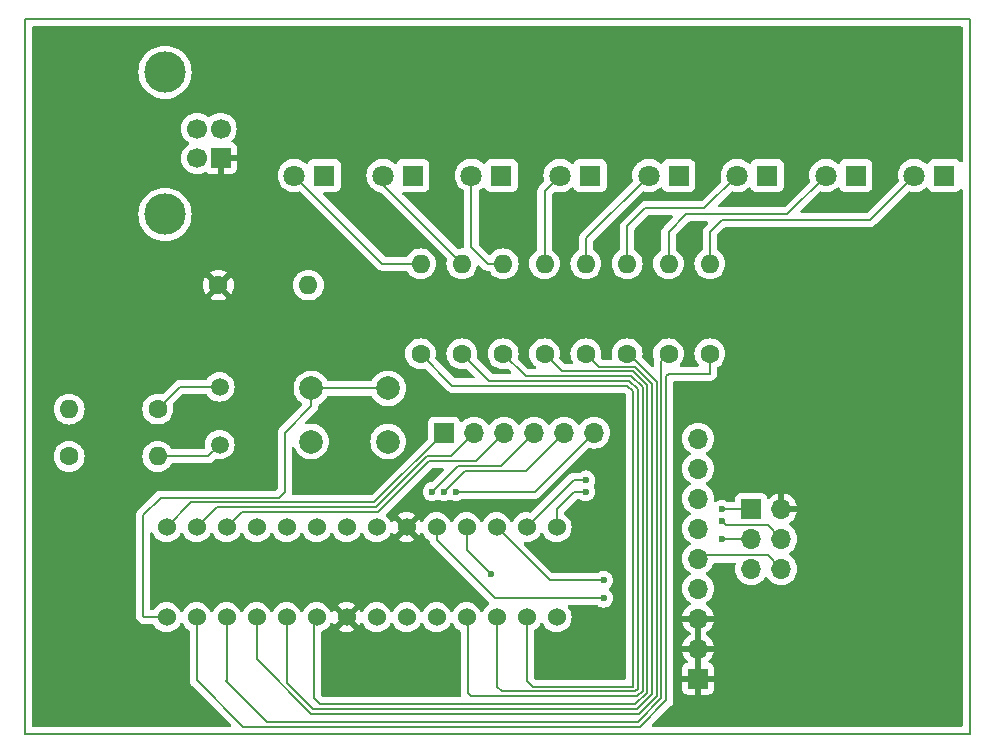
<source format=gbr>
%TF.GenerationSoftware,KiCad,Pcbnew,8.0.3*%
%TF.CreationDate,2024-06-16T11:30:52+03:00*%
%TF.ProjectId,AtmegaPCB,41746d65-6761-4504-9342-2e6b69636164,rev?*%
%TF.SameCoordinates,Original*%
%TF.FileFunction,Copper,L1,Top*%
%TF.FilePolarity,Positive*%
%FSLAX46Y46*%
G04 Gerber Fmt 4.6, Leading zero omitted, Abs format (unit mm)*
G04 Created by KiCad (PCBNEW 8.0.3) date 2024-06-16 11:30:52*
%MOMM*%
%LPD*%
G01*
G04 APERTURE LIST*
%TA.AperFunction,NonConductor*%
%ADD10C,0.200000*%
%TD*%
%TA.AperFunction,ComponentPad*%
%ADD11C,1.600000*%
%TD*%
%TA.AperFunction,ComponentPad*%
%ADD12O,1.600000X1.600000*%
%TD*%
%TA.AperFunction,ComponentPad*%
%ADD13R,1.800000X1.800000*%
%TD*%
%TA.AperFunction,ComponentPad*%
%ADD14C,1.800000*%
%TD*%
%TA.AperFunction,ComponentPad*%
%ADD15R,1.700000X1.700000*%
%TD*%
%TA.AperFunction,ComponentPad*%
%ADD16O,1.700000X1.700000*%
%TD*%
%TA.AperFunction,ComponentPad*%
%ADD17C,1.524000*%
%TD*%
%TA.AperFunction,ComponentPad*%
%ADD18C,2.000000*%
%TD*%
%TA.AperFunction,ComponentPad*%
%ADD19C,1.500000*%
%TD*%
%TA.AperFunction,ComponentPad*%
%ADD20C,1.700000*%
%TD*%
%TA.AperFunction,ComponentPad*%
%ADD21C,3.500000*%
%TD*%
%TA.AperFunction,ViaPad*%
%ADD22C,0.600000*%
%TD*%
%TA.AperFunction,Conductor*%
%ADD23C,0.200000*%
%TD*%
G04 APERTURE END LIST*
D10*
X103000000Y-83000000D02*
X183000000Y-83000000D01*
X183000000Y-143500000D01*
X103000000Y-143500000D01*
X103000000Y-83000000D01*
D11*
%TO.P,C1,1*%
%TO.N,Net-(U1-XTAL1{slash}PB6)*%
X114250000Y-116000000D03*
D12*
%TO.P,C1,2*%
%TO.N,GND*%
X106750000Y-116000000D03*
%TD*%
D13*
%TO.P,D1,1,K*%
%TO.N,GND*%
X180852500Y-96225000D03*
D14*
%TO.P,D1,2,A*%
%TO.N,Net-(D1-A)*%
X178312500Y-96225000D03*
%TD*%
D11*
%TO.P,R9,1*%
%TO.N,VCC*%
X119380000Y-105500000D03*
D12*
%TO.P,R9,2*%
%TO.N,Net-(J4-Pin_9)*%
X127000000Y-105500000D03*
%TD*%
D13*
%TO.P,D5,1,K*%
%TO.N,GND*%
X150852500Y-96225000D03*
D14*
%TO.P,D5,2,A*%
%TO.N,Net-(D5-A)*%
X148312500Y-96225000D03*
%TD*%
D11*
%TO.P,R2,1*%
%TO.N,Net-(U1-PD1)*%
X157500000Y-111310000D03*
D12*
%TO.P,R2,2*%
%TO.N,Net-(D2-A)*%
X157500000Y-103690000D03*
%TD*%
D11*
%TO.P,R4,1*%
%TO.N,Net-(U1-PD3)*%
X150500000Y-111310000D03*
D12*
%TO.P,R4,2*%
%TO.N,Net-(D4-A)*%
X150500000Y-103690000D03*
%TD*%
D11*
%TO.P,R3,1*%
%TO.N,Net-(U1-PD2)*%
X154000000Y-111310000D03*
D12*
%TO.P,R3,2*%
%TO.N,Net-(D3-A)*%
X154000000Y-103690000D03*
%TD*%
D15*
%TO.P,J4,1,Pin_1*%
%TO.N,VCC*%
X160000000Y-138820000D03*
D16*
%TO.P,J4,2,Pin_2*%
X160000000Y-136280000D03*
%TO.P,J4,3,Pin_3*%
X160000000Y-133740000D03*
%TO.P,J4,4,Pin_4*%
%TO.N,GND*%
X160000000Y-131200000D03*
%TO.P,J4,5,Pin_5*%
X160000000Y-128660000D03*
%TO.P,J4,6,Pin_6*%
%TO.N,Net-(J4-Pin_6)*%
X160000000Y-126120000D03*
%TO.P,J4,7,Pin_7*%
%TO.N,Net-(J4-Pin_7)*%
X160000000Y-123580000D03*
%TO.P,J4,8,Pin_8*%
%TO.N,Net-(J4-Pin_8)*%
X160000000Y-121040000D03*
%TO.P,J4,9,Pin_9*%
%TO.N,Net-(J4-Pin_9)*%
X160000000Y-118500000D03*
%TD*%
D17*
%TO.P,U1,1,~{RESET}/PC6*%
%TO.N,Net-(J4-Pin_9)*%
X115000000Y-133620000D03*
%TO.P,U1,2,PD0*%
%TO.N,Net-(U1-PD0)*%
X117540000Y-133620000D03*
%TO.P,U1,3,PD1*%
%TO.N,Net-(U1-PD1)*%
X120080000Y-133620000D03*
%TO.P,U1,4,PD2*%
%TO.N,Net-(U1-PD2)*%
X122620000Y-133620000D03*
%TO.P,U1,5,PD3*%
%TO.N,Net-(U1-PD3)*%
X125160000Y-133620000D03*
%TO.P,U1,6,PD4*%
%TO.N,Net-(U1-PD4)*%
X127700000Y-133620000D03*
%TO.P,U1,7,VCC*%
%TO.N,VCC*%
X130240000Y-133620000D03*
%TO.P,U1,8,GND*%
%TO.N,GND*%
X132780000Y-133620000D03*
%TO.P,U1,9,XTAL1/PB6*%
%TO.N,Net-(U1-XTAL1{slash}PB6)*%
X135320000Y-133620000D03*
%TO.P,U1,10,XTAL2/PB7*%
%TO.N,Net-(U1-XTAL2{slash}PB7)*%
X137860000Y-133620000D03*
%TO.P,U1,11,PD5*%
%TO.N,Net-(U1-PD5)*%
X140400000Y-133620000D03*
%TO.P,U1,12,PD6*%
%TO.N,Net-(U1-PD6)*%
X142940000Y-133620000D03*
%TO.P,U1,13,PD7*%
%TO.N,Net-(U1-PD7)*%
X145480000Y-133620000D03*
%TO.P,U1,14,PB0*%
%TO.N,Net-(J4-Pin_6)*%
X148020000Y-133620000D03*
%TO.P,U1,15,PB1*%
%TO.N,Net-(J4-Pin_7)*%
X148020000Y-126000000D03*
%TO.P,U1,16,PB2*%
%TO.N,Net-(J4-Pin_8)*%
X145480000Y-126000000D03*
%TO.P,U1,17,PB3*%
%TO.N,Net-(J1-MOSI)*%
X142940000Y-126000000D03*
%TO.P,U1,18,PB4*%
%TO.N,Net-(J1-MISO)*%
X140400000Y-126000000D03*
%TO.P,U1,19,PB5*%
%TO.N,Net-(J1-SCK)*%
X137860000Y-126000000D03*
%TO.P,U1,20,AVCC*%
%TO.N,VCC*%
X135320000Y-126000000D03*
%TO.P,U1,21,AREF*%
%TO.N,unconnected-(U1-AREF-Pad21)*%
X132780000Y-126000000D03*
%TO.P,U1,22,GND*%
%TO.N,GND*%
X130240000Y-126000000D03*
%TO.P,U1,23,PC0*%
%TO.N,Net-(J2-Pin_6)*%
X127700000Y-126000000D03*
%TO.P,U1,24,PC1*%
%TO.N,Net-(J2-Pin_5)*%
X125160000Y-126000000D03*
%TO.P,U1,25,PC2*%
%TO.N,Net-(J2-Pin_4)*%
X122620000Y-126000000D03*
%TO.P,U1,26,PC3*%
%TO.N,Net-(J2-Pin_3)*%
X120080000Y-126000000D03*
%TO.P,U1,27,PC4*%
%TO.N,Net-(J2-Pin_2)*%
X117540000Y-126000000D03*
%TO.P,U1,28,PC5*%
%TO.N,Net-(J2-Pin_1)*%
X115000000Y-126000000D03*
%TD*%
D15*
%TO.P,ISP,1,MISO*%
%TO.N,Net-(J1-MISO)*%
X164500000Y-124460000D03*
D16*
%TO.P,ISP,2,VCC*%
%TO.N,VCC*%
X167040000Y-124460000D03*
%TO.P,ISP,3,SCK*%
%TO.N,Net-(J1-SCK)*%
X164500000Y-127000000D03*
%TO.P,ISP,4,MOSI*%
%TO.N,Net-(J1-MOSI)*%
X167040000Y-127000000D03*
%TO.P,ISP,5,~{RST}*%
%TO.N,unconnected-(J1-~{RST}-Pad5)*%
X164500000Y-129540000D03*
%TO.P,ISP,6,GND*%
%TO.N,GND*%
X167040000Y-129540000D03*
%TD*%
D13*
%TO.P,D7,1,K*%
%TO.N,GND*%
X135852500Y-96225000D03*
D14*
%TO.P,D7,2,A*%
%TO.N,Net-(D7-A)*%
X133312500Y-96225000D03*
%TD*%
D11*
%TO.P,R8,1*%
%TO.N,Net-(U1-PD7)*%
X136500000Y-111310000D03*
D12*
%TO.P,R8,2*%
%TO.N,Net-(D8-A)*%
X136500000Y-103690000D03*
%TD*%
D11*
%TO.P,R5,1*%
%TO.N,Net-(U1-PD4)*%
X147000000Y-111310000D03*
D12*
%TO.P,R5,2*%
%TO.N,Net-(D5-A)*%
X147000000Y-103690000D03*
%TD*%
D13*
%TO.P,D4,1,K*%
%TO.N,GND*%
X158352500Y-96225000D03*
D14*
%TO.P,D4,2,A*%
%TO.N,Net-(D4-A)*%
X155812500Y-96225000D03*
%TD*%
D18*
%TO.P,RESET,1,1*%
%TO.N,Net-(J4-Pin_9)*%
X127250000Y-114250000D03*
X133750000Y-114250000D03*
%TO.P,RESET,2,2*%
%TO.N,GND*%
X127250000Y-118750000D03*
X133750000Y-118750000D03*
%TD*%
D11*
%TO.P,R6,1*%
%TO.N,Net-(U1-PD5)*%
X143500000Y-111310000D03*
D12*
%TO.P,R6,2*%
%TO.N,Net-(D6-A)*%
X143500000Y-103690000D03*
%TD*%
D13*
%TO.P,D3,1,K*%
%TO.N,GND*%
X165852500Y-96225000D03*
D14*
%TO.P,D3,2,A*%
%TO.N,Net-(D3-A)*%
X163312500Y-96225000D03*
%TD*%
D15*
%TO.P,J2,1,Pin_1*%
%TO.N,Net-(J2-Pin_1)*%
X138500000Y-118000000D03*
D16*
%TO.P,J2,2,Pin_2*%
%TO.N,Net-(J2-Pin_2)*%
X141040000Y-118000000D03*
%TO.P,J2,3,Pin_3*%
%TO.N,Net-(J2-Pin_3)*%
X143580000Y-118000000D03*
%TO.P,J2,4,Pin_4*%
%TO.N,Net-(J2-Pin_4)*%
X146120000Y-118000000D03*
%TO.P,J2,5,Pin_5*%
%TO.N,Net-(J2-Pin_5)*%
X148660000Y-118000000D03*
%TO.P,J2,6,Pin_6*%
%TO.N,Net-(J2-Pin_6)*%
X151200000Y-118000000D03*
%TD*%
D19*
%TO.P,Y1,1,1*%
%TO.N,Net-(U1-XTAL2{slash}PB7)*%
X119500000Y-119000000D03*
%TO.P,Y1,2,2*%
%TO.N,Net-(U1-XTAL1{slash}PB6)*%
X119500000Y-114120000D03*
%TD*%
D13*
%TO.P,D8,1,K*%
%TO.N,GND*%
X128352500Y-96225000D03*
D14*
%TO.P,D8,2,A*%
%TO.N,Net-(D8-A)*%
X125812500Y-96225000D03*
%TD*%
D13*
%TO.P,D2,1,K*%
%TO.N,GND*%
X173352500Y-96225000D03*
D14*
%TO.P,D2,2,A*%
%TO.N,Net-(D2-A)*%
X170812500Y-96225000D03*
%TD*%
D11*
%TO.P,R7,1*%
%TO.N,Net-(U1-PD6)*%
X140000000Y-111310000D03*
D12*
%TO.P,R7,2*%
%TO.N,Net-(D7-A)*%
X140000000Y-103690000D03*
%TD*%
D11*
%TO.P,C2,1*%
%TO.N,GND*%
X106750000Y-120000000D03*
D12*
%TO.P,C2,2*%
%TO.N,Net-(U1-XTAL2{slash}PB7)*%
X114250000Y-120000000D03*
%TD*%
D15*
%TO.P,J3,1,VBUS*%
%TO.N,VCC*%
X119577500Y-94750000D03*
D20*
%TO.P,J3,2,D-*%
%TO.N,unconnected-(J3-D--Pad2)*%
X119577500Y-92250000D03*
%TO.P,J3,3,D+*%
%TO.N,unconnected-(J3-D+-Pad3)*%
X117577500Y-92250000D03*
%TO.P,J3,4,GND*%
%TO.N,GND*%
X117577500Y-94750000D03*
D21*
%TO.P,J3,5,Shield*%
X114867500Y-99520000D03*
X114867500Y-87480000D03*
%TD*%
D11*
%TO.P,R1,1*%
%TO.N,Net-(U1-PD0)*%
X161000000Y-111310000D03*
D12*
%TO.P,R1,2*%
%TO.N,Net-(D1-A)*%
X161000000Y-103690000D03*
%TD*%
D13*
%TO.P,D6,1,K*%
%TO.N,GND*%
X143352500Y-96225000D03*
D14*
%TO.P,D6,2,A*%
%TO.N,Net-(D6-A)*%
X140812500Y-96225000D03*
%TD*%
D22*
%TO.N,Net-(J1-MISO)*%
X142500000Y-130000000D03*
X162000000Y-124500000D03*
%TO.N,Net-(J1-SCK)*%
X162000000Y-127000000D03*
X152000000Y-132000000D03*
%TO.N,Net-(J1-MOSI)*%
X162000000Y-125500000D03*
X152000000Y-130500000D03*
%TO.N,Net-(J2-Pin_5)*%
X138500000Y-123000000D03*
%TO.N,Net-(J2-Pin_6)*%
X139500000Y-123000000D03*
%TO.N,Net-(J2-Pin_4)*%
X137500000Y-123000000D03*
%TO.N,Net-(J4-Pin_7)*%
X150500000Y-123000000D03*
%TO.N,Net-(J4-Pin_8)*%
X150500000Y-122000000D03*
%TD*%
D23*
%TO.N,Net-(U1-XTAL1{slash}PB6)*%
X116130000Y-114120000D02*
X114250000Y-116000000D01*
X119500000Y-114120000D02*
X116130000Y-114120000D01*
%TO.N,GND*%
X160270000Y-128390000D02*
X160000000Y-128660000D01*
X167040000Y-129540000D02*
X165890000Y-128390000D01*
X127250000Y-118750000D02*
X127000000Y-119000000D01*
X165890000Y-128390000D02*
X160270000Y-128390000D01*
%TO.N,Net-(U1-XTAL2{slash}PB7)*%
X118500000Y-120000000D02*
X114250000Y-120000000D01*
X118500000Y-120000000D02*
X119500000Y-119000000D01*
%TO.N,Net-(D1-A)*%
X174537500Y-100000000D02*
X178312500Y-96225000D01*
X161000000Y-103690000D02*
X161000000Y-101000000D01*
X162000000Y-100000000D02*
X174537500Y-100000000D01*
X161000000Y-101000000D02*
X162000000Y-100000000D01*
%TO.N,Net-(D2-A)*%
X159000000Y-99500000D02*
X167537500Y-99500000D01*
X157500000Y-101000000D02*
X159000000Y-99500000D01*
X167537500Y-99500000D02*
X170812500Y-96225000D01*
X157500000Y-103690000D02*
X157500000Y-101000000D01*
%TO.N,Net-(D3-A)*%
X154000000Y-103690000D02*
X154000000Y-100500000D01*
X160537500Y-99000000D02*
X163312500Y-96225000D01*
X154000000Y-100500000D02*
X155500000Y-99000000D01*
X155500000Y-99000000D02*
X160537500Y-99000000D01*
%TO.N,Net-(D4-A)*%
X150500000Y-101537500D02*
X155812500Y-96225000D01*
X150500000Y-103690000D02*
X150500000Y-101537500D01*
%TO.N,Net-(D5-A)*%
X147000000Y-97537500D02*
X148312500Y-96225000D01*
X147000000Y-103690000D02*
X147000000Y-97537500D01*
%TO.N,Net-(D6-A)*%
X142190000Y-103690000D02*
X140812500Y-102312500D01*
X143500000Y-103690000D02*
X142190000Y-103690000D01*
X140812500Y-102312500D02*
X140812500Y-96225000D01*
%TO.N,Net-(D7-A)*%
X140000000Y-103690000D02*
X133312500Y-97002500D01*
X133312500Y-97002500D02*
X133312500Y-96225000D01*
%TO.N,Net-(D8-A)*%
X133277500Y-103690000D02*
X125812500Y-96225000D01*
X136500000Y-103690000D02*
X133277500Y-103690000D01*
%TO.N,Net-(J1-MISO)*%
X162040000Y-124460000D02*
X162000000Y-124500000D01*
X164500000Y-124460000D02*
X162040000Y-124460000D01*
X142500000Y-130000000D02*
X140400000Y-127900000D01*
X140400000Y-127900000D02*
X140400000Y-126000000D01*
%TO.N,Net-(J1-SCK)*%
X164500000Y-127000000D02*
X162000000Y-127000000D01*
X137860000Y-127077630D02*
X137860000Y-126000000D01*
X152000000Y-132000000D02*
X142782370Y-132000000D01*
X142782370Y-132000000D02*
X137860000Y-127077630D01*
%TO.N,Net-(J1-MOSI)*%
X162350000Y-125850000D02*
X162000000Y-125500000D01*
X147440000Y-130500000D02*
X142940000Y-126000000D01*
X152000000Y-130500000D02*
X147440000Y-130500000D01*
X167040000Y-127000000D02*
X165890000Y-125850000D01*
X165890000Y-125850000D02*
X162350000Y-125850000D01*
%TO.N,Net-(J2-Pin_1)*%
X117100000Y-123900000D02*
X132600000Y-123900000D01*
X132600000Y-123900000D02*
X138500000Y-118000000D01*
X115000000Y-126000000D02*
X117100000Y-123900000D01*
%TO.N,Net-(J2-Pin_3)*%
X120080000Y-126000000D02*
X121380000Y-124700000D01*
X121380000Y-124700000D02*
X132931372Y-124700000D01*
X137231372Y-120400000D02*
X141180000Y-120400000D01*
X132931372Y-124700000D02*
X137231372Y-120400000D01*
X141180000Y-120400000D02*
X143580000Y-118000000D01*
%TO.N,Net-(J2-Pin_5)*%
X138500000Y-123000000D02*
X140300000Y-121200000D01*
X140300000Y-121200000D02*
X145460000Y-121200000D01*
X145460000Y-121200000D02*
X148660000Y-118000000D01*
%TO.N,Net-(J2-Pin_6)*%
X146200000Y-123000000D02*
X151200000Y-118000000D01*
X139500000Y-123000000D02*
X146200000Y-123000000D01*
%TO.N,Net-(J2-Pin_4)*%
X139700000Y-120800000D02*
X143320000Y-120800000D01*
X137500000Y-123000000D02*
X139700000Y-120800000D01*
X143320000Y-120800000D02*
X146120000Y-118000000D01*
%TO.N,Net-(J2-Pin_2)*%
X119240000Y-124300000D02*
X132765686Y-124300000D01*
X132765686Y-124300000D02*
X137065686Y-120000000D01*
X137065686Y-120000000D02*
X139040000Y-120000000D01*
X139040000Y-120000000D02*
X141040000Y-118000000D01*
X117540000Y-126000000D02*
X119240000Y-124300000D01*
%TO.N,Net-(J4-Pin_9)*%
X124500000Y-123500000D02*
X114500000Y-123500000D01*
X127250000Y-115750000D02*
X125000000Y-118000000D01*
X113120000Y-133620000D02*
X115000000Y-133620000D01*
X125000000Y-118000000D02*
X125000000Y-123000000D01*
X133750000Y-114250000D02*
X127250000Y-114250000D01*
X125000000Y-123000000D02*
X124500000Y-123500000D01*
X114500000Y-123500000D02*
X113000000Y-125000000D01*
X113000000Y-133500000D02*
X113120000Y-133620000D01*
X127250000Y-114250000D02*
X127250000Y-115750000D01*
X113000000Y-125000000D02*
X113000000Y-133500000D01*
%TO.N,Net-(J4-Pin_7)*%
X148020000Y-124480000D02*
X148020000Y-126000000D01*
X150500000Y-123000000D02*
X149500000Y-123000000D01*
X149500000Y-123000000D02*
X148020000Y-124480000D01*
%TO.N,Net-(J4-Pin_8)*%
X149480000Y-122000000D02*
X145480000Y-126000000D01*
X150500000Y-122000000D02*
X149480000Y-122000000D01*
%TO.N,Net-(U1-PD0)*%
X117540000Y-133620000D02*
X117540000Y-138960000D01*
X117540000Y-138960000D02*
X121480000Y-142900000D01*
X121480000Y-142900000D02*
X155059801Y-142900000D01*
X157534315Y-113000000D02*
X161000000Y-113000000D01*
X157300000Y-113234315D02*
X157534315Y-113000000D01*
X161000000Y-113000000D02*
X161000000Y-111310000D01*
X155059801Y-142900000D02*
X157300000Y-140659801D01*
X157300000Y-140659801D02*
X157300000Y-113234315D01*
%TO.N,Net-(U1-PD1)*%
X154894115Y-142500000D02*
X156900000Y-140494115D01*
X123500000Y-142500000D02*
X154894115Y-142500000D01*
X156900000Y-140494115D02*
X156900000Y-111910000D01*
X120080000Y-133620000D02*
X120080000Y-138920000D01*
X120080000Y-138920000D02*
X120000000Y-139000000D01*
X120000000Y-139000000D02*
X123500000Y-142500000D01*
X156900000Y-111910000D02*
X157500000Y-111310000D01*
%TO.N,Net-(U1-PD2)*%
X156500000Y-140328429D02*
X155028429Y-141800000D01*
X156500000Y-113671571D02*
X156500000Y-140328429D01*
X156500000Y-113671571D02*
X154138429Y-111310000D01*
X127234314Y-141800000D02*
X122620000Y-137185686D01*
X154138429Y-111310000D02*
X154000000Y-111310000D01*
X155028429Y-141800000D02*
X127234314Y-141800000D01*
X122620000Y-137185686D02*
X122620000Y-133620000D01*
%TO.N,Net-(U1-PD3)*%
X125160000Y-139160000D02*
X127400000Y-141400000D01*
X151600000Y-112410000D02*
X150500000Y-111310000D01*
X154862743Y-141400000D02*
X156100000Y-140162743D01*
X156100000Y-113837258D02*
X154672742Y-112410000D01*
X154672742Y-112410000D02*
X151600000Y-112410000D01*
X125160000Y-133620000D02*
X125160000Y-139160000D01*
X156100000Y-140162743D02*
X156100000Y-113837258D01*
X127400000Y-141400000D02*
X154862743Y-141400000D01*
%TO.N,Net-(U1-PD4)*%
X154697057Y-141000000D02*
X155700000Y-139997057D01*
X127700000Y-133620000D02*
X127500000Y-133820000D01*
X127500000Y-140500000D02*
X128000000Y-141000000D01*
X155700000Y-114002944D02*
X154507056Y-112810000D01*
X128000000Y-141000000D02*
X154697057Y-141000000D01*
X154507056Y-112810000D02*
X148500000Y-112810000D01*
X148500000Y-112810000D02*
X147000000Y-111310000D01*
X155700000Y-139997057D02*
X155700000Y-114002944D01*
X127500000Y-133820000D02*
X127500000Y-140500000D01*
%TO.N,Net-(U1-PD5)*%
X154831371Y-140300000D02*
X140800000Y-140300000D01*
X140800000Y-140300000D02*
X140500000Y-140000000D01*
X140500000Y-140000000D02*
X140500000Y-133720000D01*
X155300000Y-114168629D02*
X154341371Y-113210000D01*
X154341371Y-113210000D02*
X145400000Y-113210000D01*
X145400000Y-113210000D02*
X143500000Y-111310000D01*
X140500000Y-133720000D02*
X140400000Y-133620000D01*
X155300000Y-114168629D02*
X155300000Y-139831371D01*
X155300000Y-139831371D02*
X154831371Y-140300000D01*
%TO.N,Net-(U1-PD6)*%
X142300000Y-113610000D02*
X140000000Y-111310000D01*
X154900000Y-139665685D02*
X154665685Y-139900000D01*
X154900000Y-114334315D02*
X154900000Y-139665685D01*
X154665685Y-139900000D02*
X143400000Y-139900000D01*
X154175685Y-113610000D02*
X142300000Y-113610000D01*
X154900000Y-114334315D02*
X154175685Y-113610000D01*
X143000000Y-139500000D02*
X143000000Y-133680000D01*
X143000000Y-133680000D02*
X142940000Y-133620000D01*
X143400000Y-139900000D02*
X143000000Y-139500000D01*
%TO.N,Net-(U1-PD7)*%
X154500000Y-114500001D02*
X154009999Y-114010000D01*
X154500000Y-139500000D02*
X154500000Y-114500001D01*
X145480000Y-137980000D02*
X145500000Y-138000000D01*
X145500000Y-139000000D02*
X146000000Y-139500000D01*
X154009999Y-114010000D02*
X139200000Y-114010000D01*
X146000000Y-139500000D02*
X154500000Y-139500000D01*
X139200000Y-114010000D02*
X136500000Y-111310000D01*
X145480000Y-133620000D02*
X145480000Y-137980000D01*
X145500000Y-138000000D02*
X145500000Y-139000000D01*
%TD*%
%TA.AperFunction,Conductor*%
%TO.N,VCC*%
G36*
X160250000Y-138386988D02*
G01*
X160192993Y-138354075D01*
X160065826Y-138320000D01*
X159934174Y-138320000D01*
X159807007Y-138354075D01*
X159750000Y-138386988D01*
X159750000Y-136713012D01*
X159807007Y-136745925D01*
X159934174Y-136780000D01*
X160065826Y-136780000D01*
X160192993Y-136745925D01*
X160250000Y-136713012D01*
X160250000Y-138386988D01*
G37*
%TD.AperFunction*%
%TA.AperFunction,Conductor*%
G36*
X160250000Y-135846988D02*
G01*
X160192993Y-135814075D01*
X160065826Y-135780000D01*
X159934174Y-135780000D01*
X159807007Y-135814075D01*
X159750000Y-135846988D01*
X159750000Y-134173012D01*
X159807007Y-134205925D01*
X159934174Y-134240000D01*
X160065826Y-134240000D01*
X160192993Y-134205925D01*
X160250000Y-134173012D01*
X160250000Y-135846988D01*
G37*
%TD.AperFunction*%
%TA.AperFunction,Conductor*%
G36*
X182342539Y-83620185D02*
G01*
X182388294Y-83672989D01*
X182399500Y-83724500D01*
X182399500Y-94981557D01*
X182379815Y-95048596D01*
X182327011Y-95094351D01*
X182257853Y-95104295D01*
X182194297Y-95075270D01*
X182176234Y-95055869D01*
X182123486Y-94985408D01*
X182110046Y-94967454D01*
X182110044Y-94967453D01*
X182110044Y-94967452D01*
X181994835Y-94881206D01*
X181994828Y-94881202D01*
X181859982Y-94830908D01*
X181859983Y-94830908D01*
X181800383Y-94824501D01*
X181800381Y-94824500D01*
X181800373Y-94824500D01*
X181800364Y-94824500D01*
X179904629Y-94824500D01*
X179904623Y-94824501D01*
X179845016Y-94830908D01*
X179710171Y-94881202D01*
X179710164Y-94881206D01*
X179594955Y-94967452D01*
X179594952Y-94967455D01*
X179508706Y-95082664D01*
X179508703Y-95082670D01*
X179480044Y-95159508D01*
X179438172Y-95215441D01*
X179372708Y-95239858D01*
X179304435Y-95225006D01*
X179272635Y-95200158D01*
X179264284Y-95191087D01*
X179264278Y-95191082D01*
X179264277Y-95191081D01*
X179081134Y-95048535D01*
X179081128Y-95048531D01*
X178877004Y-94938064D01*
X178876995Y-94938061D01*
X178657484Y-94862702D01*
X178466950Y-94830908D01*
X178428549Y-94824500D01*
X178196451Y-94824500D01*
X178158050Y-94830908D01*
X177967515Y-94862702D01*
X177748004Y-94938061D01*
X177747995Y-94938064D01*
X177543871Y-95048531D01*
X177543865Y-95048535D01*
X177360722Y-95191081D01*
X177360719Y-95191084D01*
X177360716Y-95191086D01*
X177360716Y-95191087D01*
X177315819Y-95239858D01*
X177203516Y-95361852D01*
X177076575Y-95556151D01*
X176983342Y-95768699D01*
X176926366Y-95993691D01*
X176926364Y-95993702D01*
X176907200Y-96224993D01*
X176907200Y-96225006D01*
X176926364Y-96456297D01*
X176926366Y-96456309D01*
X176970819Y-96631848D01*
X176968194Y-96701668D01*
X176938294Y-96749969D01*
X174325084Y-99363181D01*
X174263761Y-99396666D01*
X174237403Y-99399500D01*
X168786597Y-99399500D01*
X168719558Y-99379815D01*
X168673803Y-99327011D01*
X168663859Y-99257853D01*
X168692884Y-99194297D01*
X168698916Y-99187819D01*
X169059724Y-98827011D01*
X170287660Y-97599073D01*
X170348981Y-97565590D01*
X170415602Y-97569474D01*
X170467519Y-97587298D01*
X170696451Y-97625500D01*
X170696452Y-97625500D01*
X170928548Y-97625500D01*
X170928549Y-97625500D01*
X171157481Y-97587298D01*
X171377003Y-97511936D01*
X171581126Y-97401470D01*
X171764284Y-97258913D01*
X171772630Y-97249846D01*
X171832510Y-97213854D01*
X171902349Y-97215949D01*
X171959968Y-97255469D01*
X171980044Y-97290491D01*
X172008703Y-97367330D01*
X172008706Y-97367335D01*
X172094952Y-97482544D01*
X172094955Y-97482547D01*
X172210164Y-97568793D01*
X172210171Y-97568797D01*
X172345017Y-97619091D01*
X172345016Y-97619091D01*
X172351944Y-97619835D01*
X172404627Y-97625500D01*
X174300372Y-97625499D01*
X174359983Y-97619091D01*
X174494831Y-97568796D01*
X174610046Y-97482546D01*
X174696296Y-97367331D01*
X174746591Y-97232483D01*
X174753000Y-97172873D01*
X174752999Y-95277128D01*
X174746591Y-95217517D01*
X174743787Y-95210000D01*
X174696297Y-95082671D01*
X174696293Y-95082664D01*
X174610047Y-94967455D01*
X174610044Y-94967452D01*
X174494835Y-94881206D01*
X174494828Y-94881202D01*
X174359982Y-94830908D01*
X174359983Y-94830908D01*
X174300383Y-94824501D01*
X174300381Y-94824500D01*
X174300373Y-94824500D01*
X174300364Y-94824500D01*
X172404629Y-94824500D01*
X172404623Y-94824501D01*
X172345016Y-94830908D01*
X172210171Y-94881202D01*
X172210164Y-94881206D01*
X172094955Y-94967452D01*
X172094952Y-94967455D01*
X172008706Y-95082664D01*
X172008703Y-95082670D01*
X171980044Y-95159508D01*
X171938172Y-95215441D01*
X171872708Y-95239858D01*
X171804435Y-95225006D01*
X171772635Y-95200158D01*
X171764284Y-95191087D01*
X171764278Y-95191082D01*
X171764277Y-95191081D01*
X171581134Y-95048535D01*
X171581128Y-95048531D01*
X171377004Y-94938064D01*
X171376995Y-94938061D01*
X171157484Y-94862702D01*
X170966950Y-94830908D01*
X170928549Y-94824500D01*
X170696451Y-94824500D01*
X170658050Y-94830908D01*
X170467515Y-94862702D01*
X170248004Y-94938061D01*
X170247995Y-94938064D01*
X170043871Y-95048531D01*
X170043865Y-95048535D01*
X169860722Y-95191081D01*
X169860719Y-95191084D01*
X169860716Y-95191086D01*
X169860716Y-95191087D01*
X169815819Y-95239858D01*
X169703516Y-95361852D01*
X169576575Y-95556151D01*
X169483342Y-95768699D01*
X169426366Y-95993691D01*
X169426364Y-95993702D01*
X169407200Y-96224993D01*
X169407200Y-96225006D01*
X169426364Y-96456297D01*
X169426366Y-96456309D01*
X169470819Y-96631848D01*
X169468194Y-96701668D01*
X169438294Y-96749969D01*
X167325084Y-98863181D01*
X167263761Y-98896666D01*
X167237403Y-98899500D01*
X161786597Y-98899500D01*
X161719558Y-98879815D01*
X161673803Y-98827011D01*
X161663859Y-98757853D01*
X161692884Y-98694297D01*
X161698916Y-98687819D01*
X162239694Y-98147041D01*
X162787661Y-97599073D01*
X162848982Y-97565590D01*
X162915602Y-97569474D01*
X162944571Y-97579420D01*
X162967518Y-97587298D01*
X163064193Y-97603430D01*
X163196451Y-97625500D01*
X163196452Y-97625500D01*
X163428548Y-97625500D01*
X163428549Y-97625500D01*
X163657481Y-97587298D01*
X163877003Y-97511936D01*
X164081126Y-97401470D01*
X164264284Y-97258913D01*
X164272630Y-97249846D01*
X164332510Y-97213854D01*
X164402349Y-97215949D01*
X164459968Y-97255469D01*
X164480044Y-97290491D01*
X164508703Y-97367330D01*
X164508706Y-97367335D01*
X164594952Y-97482544D01*
X164594955Y-97482547D01*
X164710164Y-97568793D01*
X164710171Y-97568797D01*
X164845017Y-97619091D01*
X164845016Y-97619091D01*
X164851944Y-97619835D01*
X164904627Y-97625500D01*
X166800372Y-97625499D01*
X166859983Y-97619091D01*
X166994831Y-97568796D01*
X167110046Y-97482546D01*
X167196296Y-97367331D01*
X167246591Y-97232483D01*
X167253000Y-97172873D01*
X167252999Y-95277128D01*
X167246591Y-95217517D01*
X167243787Y-95210000D01*
X167196297Y-95082671D01*
X167196293Y-95082664D01*
X167110047Y-94967455D01*
X167110044Y-94967452D01*
X166994835Y-94881206D01*
X166994828Y-94881202D01*
X166859982Y-94830908D01*
X166859983Y-94830908D01*
X166800383Y-94824501D01*
X166800381Y-94824500D01*
X166800373Y-94824500D01*
X166800364Y-94824500D01*
X164904629Y-94824500D01*
X164904623Y-94824501D01*
X164845016Y-94830908D01*
X164710171Y-94881202D01*
X164710164Y-94881206D01*
X164594955Y-94967452D01*
X164594952Y-94967455D01*
X164508706Y-95082664D01*
X164508703Y-95082670D01*
X164480044Y-95159508D01*
X164438172Y-95215441D01*
X164372708Y-95239858D01*
X164304435Y-95225006D01*
X164272635Y-95200158D01*
X164264284Y-95191087D01*
X164264278Y-95191082D01*
X164264277Y-95191081D01*
X164081134Y-95048535D01*
X164081128Y-95048531D01*
X163877004Y-94938064D01*
X163876995Y-94938061D01*
X163657484Y-94862702D01*
X163466950Y-94830908D01*
X163428549Y-94824500D01*
X163196451Y-94824500D01*
X163158050Y-94830908D01*
X162967515Y-94862702D01*
X162748004Y-94938061D01*
X162747995Y-94938064D01*
X162543871Y-95048531D01*
X162543865Y-95048535D01*
X162360722Y-95191081D01*
X162360719Y-95191084D01*
X162360716Y-95191086D01*
X162360716Y-95191087D01*
X162315819Y-95239858D01*
X162203516Y-95361852D01*
X162076575Y-95556151D01*
X161983342Y-95768699D01*
X161926366Y-95993691D01*
X161926364Y-95993702D01*
X161907200Y-96224993D01*
X161907200Y-96225006D01*
X161926364Y-96456297D01*
X161926366Y-96456309D01*
X161970819Y-96631848D01*
X161968194Y-96701668D01*
X161938294Y-96749969D01*
X160325084Y-98363181D01*
X160263761Y-98396666D01*
X160237403Y-98399500D01*
X155420940Y-98399500D01*
X155380019Y-98410464D01*
X155380019Y-98410465D01*
X155342751Y-98420451D01*
X155268214Y-98440423D01*
X155268209Y-98440426D01*
X155131290Y-98519475D01*
X155131282Y-98519481D01*
X153519481Y-100131282D01*
X153519479Y-100131285D01*
X153469361Y-100218094D01*
X153469359Y-100218096D01*
X153440425Y-100268209D01*
X153440424Y-100268210D01*
X153440423Y-100268215D01*
X153399499Y-100420943D01*
X153399499Y-100420945D01*
X153399499Y-100589046D01*
X153399500Y-100589059D01*
X153399500Y-102458306D01*
X153379815Y-102525345D01*
X153346623Y-102559881D01*
X153160859Y-102689953D01*
X152999954Y-102850858D01*
X152869432Y-103037265D01*
X152869431Y-103037267D01*
X152773261Y-103243502D01*
X152773258Y-103243511D01*
X152714366Y-103463302D01*
X152714364Y-103463313D01*
X152694532Y-103689998D01*
X152694532Y-103690001D01*
X152714364Y-103916686D01*
X152714366Y-103916697D01*
X152773258Y-104136488D01*
X152773261Y-104136497D01*
X152869431Y-104342732D01*
X152869432Y-104342734D01*
X152999954Y-104529141D01*
X153160858Y-104690045D01*
X153160861Y-104690047D01*
X153347266Y-104820568D01*
X153553504Y-104916739D01*
X153773308Y-104975635D01*
X153935230Y-104989801D01*
X153999998Y-104995468D01*
X154000000Y-104995468D01*
X154000002Y-104995468D01*
X154056673Y-104990509D01*
X154226692Y-104975635D01*
X154446496Y-104916739D01*
X154652734Y-104820568D01*
X154839139Y-104690047D01*
X155000047Y-104529139D01*
X155130568Y-104342734D01*
X155226739Y-104136496D01*
X155285635Y-103916692D01*
X155305468Y-103690000D01*
X155285635Y-103463308D01*
X155226739Y-103243504D01*
X155130568Y-103037266D01*
X155000047Y-102850861D01*
X155000045Y-102850858D01*
X154839140Y-102689953D01*
X154653377Y-102559881D01*
X154609752Y-102505304D01*
X154600500Y-102458306D01*
X154600500Y-100800097D01*
X154620185Y-100733058D01*
X154636819Y-100712416D01*
X155712416Y-99636819D01*
X155773739Y-99603334D01*
X155800097Y-99600500D01*
X157750903Y-99600500D01*
X157817942Y-99620185D01*
X157863697Y-99672989D01*
X157873641Y-99742147D01*
X157844616Y-99805703D01*
X157838587Y-99812177D01*
X157131286Y-100519478D01*
X157131284Y-100519480D01*
X157091188Y-100559576D01*
X157019479Y-100631284D01*
X157010988Y-100645991D01*
X157010023Y-100647665D01*
X156940423Y-100768215D01*
X156899499Y-100920943D01*
X156899499Y-100920945D01*
X156899499Y-101089046D01*
X156899500Y-101089059D01*
X156899500Y-102458306D01*
X156879815Y-102525345D01*
X156846623Y-102559881D01*
X156660859Y-102689953D01*
X156499954Y-102850858D01*
X156369432Y-103037265D01*
X156369431Y-103037267D01*
X156273261Y-103243502D01*
X156273258Y-103243511D01*
X156214366Y-103463302D01*
X156214364Y-103463313D01*
X156194532Y-103689998D01*
X156194532Y-103690001D01*
X156214364Y-103916686D01*
X156214366Y-103916697D01*
X156273258Y-104136488D01*
X156273261Y-104136497D01*
X156369431Y-104342732D01*
X156369432Y-104342734D01*
X156499954Y-104529141D01*
X156660858Y-104690045D01*
X156660861Y-104690047D01*
X156847266Y-104820568D01*
X157053504Y-104916739D01*
X157273308Y-104975635D01*
X157435230Y-104989801D01*
X157499998Y-104995468D01*
X157500000Y-104995468D01*
X157500002Y-104995468D01*
X157556673Y-104990509D01*
X157726692Y-104975635D01*
X157946496Y-104916739D01*
X158152734Y-104820568D01*
X158339139Y-104690047D01*
X158500047Y-104529139D01*
X158630568Y-104342734D01*
X158726739Y-104136496D01*
X158785635Y-103916692D01*
X158805468Y-103690000D01*
X158785635Y-103463308D01*
X158726739Y-103243504D01*
X158630568Y-103037266D01*
X158500047Y-102850861D01*
X158500045Y-102850858D01*
X158339140Y-102689953D01*
X158153377Y-102559881D01*
X158109752Y-102505304D01*
X158100500Y-102458306D01*
X158100500Y-101300097D01*
X158120185Y-101233058D01*
X158136819Y-101212416D01*
X159212416Y-100136819D01*
X159273739Y-100103334D01*
X159300097Y-100100500D01*
X160750902Y-100100500D01*
X160817941Y-100120185D01*
X160863696Y-100172989D01*
X160873640Y-100242147D01*
X160844615Y-100305703D01*
X160838583Y-100312181D01*
X160631286Y-100519478D01*
X160631284Y-100519480D01*
X160591188Y-100559576D01*
X160519479Y-100631284D01*
X160510988Y-100645991D01*
X160510023Y-100647665D01*
X160440423Y-100768215D01*
X160399499Y-100920943D01*
X160399499Y-100920945D01*
X160399499Y-101089046D01*
X160399500Y-101089059D01*
X160399500Y-102458306D01*
X160379815Y-102525345D01*
X160346623Y-102559881D01*
X160160859Y-102689953D01*
X159999954Y-102850858D01*
X159869432Y-103037265D01*
X159869431Y-103037267D01*
X159773261Y-103243502D01*
X159773258Y-103243511D01*
X159714366Y-103463302D01*
X159714364Y-103463313D01*
X159694532Y-103689998D01*
X159694532Y-103690001D01*
X159714364Y-103916686D01*
X159714366Y-103916697D01*
X159773258Y-104136488D01*
X159773261Y-104136497D01*
X159869431Y-104342732D01*
X159869432Y-104342734D01*
X159999954Y-104529141D01*
X160160858Y-104690045D01*
X160160861Y-104690047D01*
X160347266Y-104820568D01*
X160553504Y-104916739D01*
X160773308Y-104975635D01*
X160935230Y-104989801D01*
X160999998Y-104995468D01*
X161000000Y-104995468D01*
X161000002Y-104995468D01*
X161056673Y-104990509D01*
X161226692Y-104975635D01*
X161446496Y-104916739D01*
X161652734Y-104820568D01*
X161839139Y-104690047D01*
X162000047Y-104529139D01*
X162130568Y-104342734D01*
X162226739Y-104136496D01*
X162285635Y-103916692D01*
X162305468Y-103690000D01*
X162285635Y-103463308D01*
X162226739Y-103243504D01*
X162130568Y-103037266D01*
X162000047Y-102850861D01*
X162000045Y-102850858D01*
X161839140Y-102689953D01*
X161653377Y-102559881D01*
X161609752Y-102505304D01*
X161600500Y-102458306D01*
X161600500Y-101300097D01*
X161620185Y-101233058D01*
X161636819Y-101212416D01*
X162212417Y-100636819D01*
X162273740Y-100603334D01*
X162300098Y-100600500D01*
X174450831Y-100600500D01*
X174450847Y-100600501D01*
X174458443Y-100600501D01*
X174616554Y-100600501D01*
X174616557Y-100600501D01*
X174769285Y-100559577D01*
X174819404Y-100530639D01*
X174906216Y-100480520D01*
X175018020Y-100368716D01*
X175018020Y-100368714D01*
X175028228Y-100358507D01*
X175028230Y-100358504D01*
X177787660Y-97599073D01*
X177848981Y-97565590D01*
X177915602Y-97569474D01*
X177967519Y-97587298D01*
X178196451Y-97625500D01*
X178196452Y-97625500D01*
X178428548Y-97625500D01*
X178428549Y-97625500D01*
X178657481Y-97587298D01*
X178877003Y-97511936D01*
X179081126Y-97401470D01*
X179264284Y-97258913D01*
X179272630Y-97249846D01*
X179332510Y-97213854D01*
X179402349Y-97215949D01*
X179459968Y-97255469D01*
X179480044Y-97290491D01*
X179508703Y-97367330D01*
X179508706Y-97367335D01*
X179594952Y-97482544D01*
X179594955Y-97482547D01*
X179710164Y-97568793D01*
X179710171Y-97568797D01*
X179845017Y-97619091D01*
X179845016Y-97619091D01*
X179851944Y-97619835D01*
X179904627Y-97625500D01*
X181800372Y-97625499D01*
X181859983Y-97619091D01*
X181994831Y-97568796D01*
X182110046Y-97482546D01*
X182176234Y-97394130D01*
X182232167Y-97352260D01*
X182301859Y-97347276D01*
X182363182Y-97380761D01*
X182396666Y-97442085D01*
X182399500Y-97468442D01*
X182399500Y-142775500D01*
X182379815Y-142842539D01*
X182327011Y-142888294D01*
X182275500Y-142899500D01*
X156208898Y-142899500D01*
X156141859Y-142879815D01*
X156096104Y-142827011D01*
X156086160Y-142757853D01*
X156115185Y-142694297D01*
X156121217Y-142687819D01*
X156285478Y-142523557D01*
X157658506Y-141150528D01*
X157658511Y-141150525D01*
X157668714Y-141140321D01*
X157668716Y-141140321D01*
X157780520Y-141028517D01*
X157838017Y-140928929D01*
X157859577Y-140891586D01*
X157900501Y-140738858D01*
X157900501Y-140580743D01*
X157900501Y-140573148D01*
X157900500Y-140573130D01*
X157900500Y-118499999D01*
X158644341Y-118499999D01*
X158644341Y-118500000D01*
X158664936Y-118735403D01*
X158664938Y-118735413D01*
X158726094Y-118963655D01*
X158726096Y-118963659D01*
X158726097Y-118963663D01*
X158818051Y-119160858D01*
X158825965Y-119177830D01*
X158825967Y-119177834D01*
X158911005Y-119299280D01*
X158944605Y-119347266D01*
X158961501Y-119371395D01*
X158961506Y-119371402D01*
X159128597Y-119538493D01*
X159128603Y-119538498D01*
X159314158Y-119668425D01*
X159357783Y-119723002D01*
X159364977Y-119792500D01*
X159333454Y-119854855D01*
X159314158Y-119871575D01*
X159128597Y-120001505D01*
X158961505Y-120168597D01*
X158825965Y-120362169D01*
X158825964Y-120362171D01*
X158726098Y-120576335D01*
X158726094Y-120576344D01*
X158664938Y-120804586D01*
X158664936Y-120804596D01*
X158644341Y-121039999D01*
X158644341Y-121040000D01*
X158664936Y-121275403D01*
X158664938Y-121275413D01*
X158726094Y-121503655D01*
X158726096Y-121503659D01*
X158726097Y-121503663D01*
X158756432Y-121568716D01*
X158825965Y-121717830D01*
X158825967Y-121717834D01*
X158961501Y-121911395D01*
X158961506Y-121911402D01*
X159128597Y-122078493D01*
X159128603Y-122078498D01*
X159314158Y-122208425D01*
X159357783Y-122263002D01*
X159364977Y-122332500D01*
X159333454Y-122394855D01*
X159314158Y-122411575D01*
X159128597Y-122541505D01*
X158961505Y-122708597D01*
X158825965Y-122902169D01*
X158825964Y-122902171D01*
X158726098Y-123116335D01*
X158726094Y-123116344D01*
X158664938Y-123344586D01*
X158664936Y-123344596D01*
X158644341Y-123579999D01*
X158644341Y-123580000D01*
X158664936Y-123815403D01*
X158664938Y-123815413D01*
X158726094Y-124043655D01*
X158726096Y-124043659D01*
X158726097Y-124043663D01*
X158818652Y-124242147D01*
X158825965Y-124257830D01*
X158825967Y-124257834D01*
X158961501Y-124451395D01*
X158961506Y-124451402D01*
X159128597Y-124618493D01*
X159128603Y-124618498D01*
X159314158Y-124748425D01*
X159357783Y-124803002D01*
X159364977Y-124872500D01*
X159333454Y-124934855D01*
X159314158Y-124951575D01*
X159128597Y-125081505D01*
X158961505Y-125248597D01*
X158825965Y-125442169D01*
X158825964Y-125442171D01*
X158726098Y-125656335D01*
X158726094Y-125656344D01*
X158664938Y-125884586D01*
X158664936Y-125884596D01*
X158644341Y-126119999D01*
X158644341Y-126120000D01*
X158664936Y-126355403D01*
X158664938Y-126355413D01*
X158726094Y-126583655D01*
X158726096Y-126583659D01*
X158726097Y-126583663D01*
X158779501Y-126698187D01*
X158825965Y-126797830D01*
X158825967Y-126797834D01*
X158961501Y-126991395D01*
X158961506Y-126991402D01*
X159128597Y-127158493D01*
X159128603Y-127158498D01*
X159314158Y-127288425D01*
X159357783Y-127343002D01*
X159364977Y-127412500D01*
X159333454Y-127474855D01*
X159314158Y-127491575D01*
X159128597Y-127621505D01*
X158961505Y-127788597D01*
X158825965Y-127982169D01*
X158825964Y-127982171D01*
X158726098Y-128196335D01*
X158726094Y-128196344D01*
X158664938Y-128424586D01*
X158664936Y-128424596D01*
X158644341Y-128659999D01*
X158644341Y-128660000D01*
X158664936Y-128895403D01*
X158664938Y-128895413D01*
X158726094Y-129123655D01*
X158726096Y-129123659D01*
X158726097Y-129123663D01*
X158796299Y-129274211D01*
X158825965Y-129337830D01*
X158825967Y-129337834D01*
X158961501Y-129531395D01*
X158961506Y-129531402D01*
X159128597Y-129698493D01*
X159128603Y-129698498D01*
X159314158Y-129828425D01*
X159357783Y-129883002D01*
X159364977Y-129952500D01*
X159333454Y-130014855D01*
X159314158Y-130031575D01*
X159128597Y-130161505D01*
X158961505Y-130328597D01*
X158825965Y-130522169D01*
X158825964Y-130522171D01*
X158726098Y-130736335D01*
X158726094Y-130736344D01*
X158664938Y-130964586D01*
X158664936Y-130964596D01*
X158644341Y-131199999D01*
X158644341Y-131200000D01*
X158664936Y-131435403D01*
X158664938Y-131435413D01*
X158726094Y-131663655D01*
X158726096Y-131663659D01*
X158726097Y-131663663D01*
X158799346Y-131820745D01*
X158825965Y-131877830D01*
X158825967Y-131877834D01*
X158934281Y-132032521D01*
X158961505Y-132071401D01*
X159128599Y-132238495D01*
X159314569Y-132368713D01*
X159314594Y-132368730D01*
X159358219Y-132423307D01*
X159365413Y-132492805D01*
X159333890Y-132555160D01*
X159314595Y-132571880D01*
X159128922Y-132701890D01*
X159128920Y-132701891D01*
X158961891Y-132868920D01*
X158961886Y-132868926D01*
X158826400Y-133062420D01*
X158826399Y-133062422D01*
X158726570Y-133276507D01*
X158726567Y-133276513D01*
X158669364Y-133489999D01*
X158669364Y-133490000D01*
X159566988Y-133490000D01*
X159534075Y-133547007D01*
X159500000Y-133674174D01*
X159500000Y-133805826D01*
X159534075Y-133932993D01*
X159566988Y-133990000D01*
X158669364Y-133990000D01*
X158726567Y-134203486D01*
X158726570Y-134203492D01*
X158826399Y-134417578D01*
X158961894Y-134611082D01*
X159128917Y-134778105D01*
X159315031Y-134908425D01*
X159358656Y-134963003D01*
X159365848Y-135032501D01*
X159334326Y-135094856D01*
X159315031Y-135111575D01*
X159128922Y-135241890D01*
X159128920Y-135241891D01*
X158961891Y-135408920D01*
X158961886Y-135408926D01*
X158826400Y-135602420D01*
X158826399Y-135602422D01*
X158726570Y-135816507D01*
X158726567Y-135816513D01*
X158669364Y-136029999D01*
X158669364Y-136030000D01*
X159566988Y-136030000D01*
X159534075Y-136087007D01*
X159500000Y-136214174D01*
X159500000Y-136345826D01*
X159534075Y-136472993D01*
X159566988Y-136530000D01*
X158669364Y-136530000D01*
X158726567Y-136743486D01*
X158726570Y-136743492D01*
X158826399Y-136957578D01*
X158961894Y-137151082D01*
X159084334Y-137273522D01*
X159117819Y-137334845D01*
X159112835Y-137404537D01*
X159070963Y-137460470D01*
X159039987Y-137477385D01*
X158907911Y-137526646D01*
X158907906Y-137526649D01*
X158792812Y-137612809D01*
X158792809Y-137612812D01*
X158706649Y-137727906D01*
X158706645Y-137727913D01*
X158656403Y-137862620D01*
X158656401Y-137862627D01*
X158650000Y-137922155D01*
X158650000Y-138570000D01*
X159566988Y-138570000D01*
X159534075Y-138627007D01*
X159500000Y-138754174D01*
X159500000Y-138885826D01*
X159534075Y-139012993D01*
X159566988Y-139070000D01*
X158650000Y-139070000D01*
X158650000Y-139717844D01*
X158656401Y-139777372D01*
X158656403Y-139777379D01*
X158706645Y-139912086D01*
X158706649Y-139912093D01*
X158792809Y-140027187D01*
X158792812Y-140027190D01*
X158907906Y-140113350D01*
X158907913Y-140113354D01*
X159042620Y-140163596D01*
X159042627Y-140163598D01*
X159102155Y-140169999D01*
X159102172Y-140170000D01*
X159750000Y-140170000D01*
X159750000Y-139253012D01*
X159807007Y-139285925D01*
X159934174Y-139320000D01*
X160065826Y-139320000D01*
X160192993Y-139285925D01*
X160250000Y-139253012D01*
X160250000Y-140170000D01*
X160897828Y-140170000D01*
X160897844Y-140169999D01*
X160957372Y-140163598D01*
X160957379Y-140163596D01*
X161092086Y-140113354D01*
X161092093Y-140113350D01*
X161207187Y-140027190D01*
X161207190Y-140027187D01*
X161293350Y-139912093D01*
X161293354Y-139912086D01*
X161343596Y-139777379D01*
X161343598Y-139777372D01*
X161349999Y-139717844D01*
X161350000Y-139717827D01*
X161350000Y-139070000D01*
X160433012Y-139070000D01*
X160465925Y-139012993D01*
X160500000Y-138885826D01*
X160500000Y-138754174D01*
X160465925Y-138627007D01*
X160433012Y-138570000D01*
X161350000Y-138570000D01*
X161350000Y-137922172D01*
X161349999Y-137922155D01*
X161343598Y-137862627D01*
X161343596Y-137862620D01*
X161293354Y-137727913D01*
X161293350Y-137727906D01*
X161207190Y-137612812D01*
X161207187Y-137612809D01*
X161092093Y-137526649D01*
X161092086Y-137526645D01*
X160960013Y-137477385D01*
X160904079Y-137435514D01*
X160879662Y-137370049D01*
X160894514Y-137301776D01*
X160915665Y-137273521D01*
X161038108Y-137151078D01*
X161173600Y-136957578D01*
X161273429Y-136743492D01*
X161273432Y-136743486D01*
X161330636Y-136530000D01*
X160433012Y-136530000D01*
X160465925Y-136472993D01*
X160500000Y-136345826D01*
X160500000Y-136214174D01*
X160465925Y-136087007D01*
X160433012Y-136030000D01*
X161330636Y-136030000D01*
X161330635Y-136029999D01*
X161273432Y-135816513D01*
X161273429Y-135816507D01*
X161173600Y-135602422D01*
X161173599Y-135602420D01*
X161038113Y-135408926D01*
X161038108Y-135408920D01*
X160871082Y-135241894D01*
X160684968Y-135111575D01*
X160641344Y-135056998D01*
X160634151Y-134987499D01*
X160665673Y-134925145D01*
X160684968Y-134908425D01*
X160871082Y-134778105D01*
X161038105Y-134611082D01*
X161173600Y-134417578D01*
X161273429Y-134203492D01*
X161273432Y-134203486D01*
X161330636Y-133990000D01*
X160433012Y-133990000D01*
X160465925Y-133932993D01*
X160500000Y-133805826D01*
X160500000Y-133674174D01*
X160465925Y-133547007D01*
X160433012Y-133490000D01*
X161330636Y-133490000D01*
X161330635Y-133489999D01*
X161273432Y-133276513D01*
X161273429Y-133276507D01*
X161173600Y-133062422D01*
X161173599Y-133062420D01*
X161038113Y-132868926D01*
X161038108Y-132868920D01*
X160871078Y-132701890D01*
X160685405Y-132571879D01*
X160641780Y-132517302D01*
X160634588Y-132447804D01*
X160666110Y-132385449D01*
X160685406Y-132368730D01*
X160685426Y-132368716D01*
X160871401Y-132238495D01*
X161038495Y-132071401D01*
X161174035Y-131877830D01*
X161273903Y-131663663D01*
X161335063Y-131435408D01*
X161355659Y-131200000D01*
X161335063Y-130964592D01*
X161273903Y-130736337D01*
X161174035Y-130522171D01*
X161096474Y-130411401D01*
X161038494Y-130328597D01*
X160871402Y-130161506D01*
X160871396Y-130161501D01*
X160685842Y-130031575D01*
X160642217Y-129976998D01*
X160635023Y-129907500D01*
X160666546Y-129845145D01*
X160685842Y-129828425D01*
X160763267Y-129774211D01*
X160871401Y-129698495D01*
X161038495Y-129531401D01*
X161174035Y-129337830D01*
X161273903Y-129123663D01*
X161273905Y-129123653D01*
X161273907Y-129123650D01*
X161284957Y-129082409D01*
X161321320Y-129022748D01*
X161384167Y-128992217D01*
X161404732Y-128990500D01*
X163087497Y-128990500D01*
X163154536Y-129010185D01*
X163200291Y-129062989D01*
X163210235Y-129132147D01*
X163207272Y-129146593D01*
X163164938Y-129304586D01*
X163164936Y-129304596D01*
X163144341Y-129539999D01*
X163144341Y-129540000D01*
X163164936Y-129775403D01*
X163164938Y-129775413D01*
X163226094Y-130003655D01*
X163226096Y-130003659D01*
X163226097Y-130003663D01*
X163294557Y-130150476D01*
X163325965Y-130217830D01*
X163325967Y-130217834D01*
X163434281Y-130372521D01*
X163461505Y-130411401D01*
X163628599Y-130578495D01*
X163701893Y-130629816D01*
X163822165Y-130714032D01*
X163822167Y-130714033D01*
X163822170Y-130714035D01*
X164036337Y-130813903D01*
X164264592Y-130875063D01*
X164452918Y-130891539D01*
X164499999Y-130895659D01*
X164500000Y-130895659D01*
X164500001Y-130895659D01*
X164539234Y-130892226D01*
X164735408Y-130875063D01*
X164963663Y-130813903D01*
X165177830Y-130714035D01*
X165371401Y-130578495D01*
X165538495Y-130411401D01*
X165668425Y-130225842D01*
X165723002Y-130182217D01*
X165792500Y-130175023D01*
X165854855Y-130206546D01*
X165871575Y-130225842D01*
X166001500Y-130411395D01*
X166001505Y-130411401D01*
X166168599Y-130578495D01*
X166241893Y-130629816D01*
X166362165Y-130714032D01*
X166362167Y-130714033D01*
X166362170Y-130714035D01*
X166576337Y-130813903D01*
X166804592Y-130875063D01*
X166992918Y-130891539D01*
X167039999Y-130895659D01*
X167040000Y-130895659D01*
X167040001Y-130895659D01*
X167079234Y-130892226D01*
X167275408Y-130875063D01*
X167503663Y-130813903D01*
X167717830Y-130714035D01*
X167911401Y-130578495D01*
X168078495Y-130411401D01*
X168214035Y-130217830D01*
X168313903Y-130003663D01*
X168375063Y-129775408D01*
X168395659Y-129540000D01*
X168375063Y-129304592D01*
X168313903Y-129076337D01*
X168214035Y-128862171D01*
X168078495Y-128668599D01*
X168078494Y-128668597D01*
X167911402Y-128501506D01*
X167911396Y-128501501D01*
X167725842Y-128371575D01*
X167682217Y-128316998D01*
X167675023Y-128247500D01*
X167706546Y-128185145D01*
X167725842Y-128168425D01*
X167778169Y-128131785D01*
X167911401Y-128038495D01*
X168078495Y-127871401D01*
X168214035Y-127677830D01*
X168313903Y-127463663D01*
X168375063Y-127235408D01*
X168395659Y-127000000D01*
X168375063Y-126764592D01*
X168313903Y-126536337D01*
X168214035Y-126322171D01*
X168180454Y-126274211D01*
X168078494Y-126128597D01*
X167911402Y-125961506D01*
X167911401Y-125961505D01*
X167725405Y-125831269D01*
X167681781Y-125776692D01*
X167674588Y-125707193D01*
X167706110Y-125644839D01*
X167725405Y-125628119D01*
X167911082Y-125498105D01*
X168078105Y-125331082D01*
X168213600Y-125137578D01*
X168313429Y-124923492D01*
X168313432Y-124923486D01*
X168370636Y-124710000D01*
X167473012Y-124710000D01*
X167505925Y-124652993D01*
X167540000Y-124525826D01*
X167540000Y-124394174D01*
X167505925Y-124267007D01*
X167473012Y-124210000D01*
X168370636Y-124210000D01*
X168370635Y-124209999D01*
X168313432Y-123996513D01*
X168313429Y-123996507D01*
X168213600Y-123782422D01*
X168213599Y-123782420D01*
X168078113Y-123588926D01*
X168078108Y-123588920D01*
X167911082Y-123421894D01*
X167717578Y-123286399D01*
X167503492Y-123186570D01*
X167503486Y-123186567D01*
X167290000Y-123129364D01*
X167290000Y-124026988D01*
X167232993Y-123994075D01*
X167105826Y-123960000D01*
X166974174Y-123960000D01*
X166847007Y-123994075D01*
X166790000Y-124026988D01*
X166790000Y-123129364D01*
X166789999Y-123129364D01*
X166576513Y-123186567D01*
X166576507Y-123186570D01*
X166362422Y-123286399D01*
X166362420Y-123286400D01*
X166168926Y-123421886D01*
X166046865Y-123543947D01*
X165985542Y-123577431D01*
X165915850Y-123572447D01*
X165859917Y-123530575D01*
X165843002Y-123499598D01*
X165835886Y-123480520D01*
X165794187Y-123368716D01*
X165793797Y-123367671D01*
X165793793Y-123367664D01*
X165707547Y-123252455D01*
X165707544Y-123252452D01*
X165592335Y-123166206D01*
X165592328Y-123166202D01*
X165457482Y-123115908D01*
X165457483Y-123115908D01*
X165397883Y-123109501D01*
X165397881Y-123109500D01*
X165397873Y-123109500D01*
X165397864Y-123109500D01*
X163602129Y-123109500D01*
X163602123Y-123109501D01*
X163542516Y-123115908D01*
X163407671Y-123166202D01*
X163407664Y-123166206D01*
X163292455Y-123252452D01*
X163292452Y-123252455D01*
X163206206Y-123367664D01*
X163206202Y-123367671D01*
X163155908Y-123502517D01*
X163149501Y-123562116D01*
X163149500Y-123562135D01*
X163149500Y-123735500D01*
X163129815Y-123802539D01*
X163077011Y-123848294D01*
X163025500Y-123859500D01*
X162520983Y-123859500D01*
X162455011Y-123840494D01*
X162349522Y-123774210D01*
X162349518Y-123774209D01*
X162179262Y-123714633D01*
X162179249Y-123714630D01*
X162000004Y-123694435D01*
X161999996Y-123694435D01*
X161820750Y-123714630D01*
X161820745Y-123714631D01*
X161650476Y-123774211D01*
X161531773Y-123848798D01*
X161464536Y-123867798D01*
X161397701Y-123847430D01*
X161352487Y-123794162D01*
X161342273Y-123732996D01*
X161351301Y-123629816D01*
X161355659Y-123580000D01*
X161335063Y-123344592D01*
X161273903Y-123116337D01*
X161174035Y-122902171D01*
X161170181Y-122896666D01*
X161038494Y-122708597D01*
X160871402Y-122541506D01*
X160871396Y-122541501D01*
X160685842Y-122411575D01*
X160642217Y-122356998D01*
X160635023Y-122287500D01*
X160666546Y-122225145D01*
X160685842Y-122208425D01*
X160727502Y-122179254D01*
X160871401Y-122078495D01*
X161038495Y-121911401D01*
X161174035Y-121717830D01*
X161273903Y-121503663D01*
X161335063Y-121275408D01*
X161355659Y-121040000D01*
X161335063Y-120804592D01*
X161280377Y-120600500D01*
X161273905Y-120576344D01*
X161273904Y-120576343D01*
X161273903Y-120576337D01*
X161174035Y-120362171D01*
X161171470Y-120358507D01*
X161038494Y-120168597D01*
X160871402Y-120001506D01*
X160871396Y-120001501D01*
X160685842Y-119871575D01*
X160642217Y-119816998D01*
X160635023Y-119747500D01*
X160666546Y-119685145D01*
X160685842Y-119668425D01*
X160744092Y-119627638D01*
X160871401Y-119538495D01*
X161038495Y-119371401D01*
X161174035Y-119177830D01*
X161273903Y-118963663D01*
X161335063Y-118735408D01*
X161355659Y-118500000D01*
X161335063Y-118264592D01*
X161273903Y-118036337D01*
X161174035Y-117822171D01*
X161172814Y-117820426D01*
X161038494Y-117628597D01*
X160871402Y-117461506D01*
X160871395Y-117461501D01*
X160677834Y-117325967D01*
X160677830Y-117325965D01*
X160591338Y-117285633D01*
X160463663Y-117226097D01*
X160463659Y-117226096D01*
X160463655Y-117226094D01*
X160235413Y-117164938D01*
X160235403Y-117164936D01*
X160000001Y-117144341D01*
X159999999Y-117144341D01*
X159764596Y-117164936D01*
X159764586Y-117164938D01*
X159536344Y-117226094D01*
X159536337Y-117226096D01*
X159536337Y-117226097D01*
X159534960Y-117226739D01*
X159322171Y-117325964D01*
X159322169Y-117325965D01*
X159128597Y-117461505D01*
X158961505Y-117628597D01*
X158825965Y-117822169D01*
X158825964Y-117822171D01*
X158726098Y-118036335D01*
X158726094Y-118036344D01*
X158664938Y-118264586D01*
X158664936Y-118264596D01*
X158644341Y-118499999D01*
X157900500Y-118499999D01*
X157900500Y-113724500D01*
X157920185Y-113657461D01*
X157972989Y-113611706D01*
X158024500Y-113600500D01*
X161079055Y-113600500D01*
X161079057Y-113600500D01*
X161231784Y-113559577D01*
X161368716Y-113480520D01*
X161480520Y-113368716D01*
X161559577Y-113231784D01*
X161600500Y-113079057D01*
X161600500Y-112541692D01*
X161620185Y-112474653D01*
X161653374Y-112440119D01*
X161839139Y-112310047D01*
X162000047Y-112149139D01*
X162130568Y-111962734D01*
X162226739Y-111756496D01*
X162285635Y-111536692D01*
X162305468Y-111310000D01*
X162285635Y-111083308D01*
X162226739Y-110863504D01*
X162130568Y-110657266D01*
X162000047Y-110470861D01*
X162000045Y-110470858D01*
X161839141Y-110309954D01*
X161652734Y-110179432D01*
X161652732Y-110179431D01*
X161446497Y-110083261D01*
X161446488Y-110083258D01*
X161226697Y-110024366D01*
X161226693Y-110024365D01*
X161226692Y-110024365D01*
X161226691Y-110024364D01*
X161226686Y-110024364D01*
X161000002Y-110004532D01*
X160999998Y-110004532D01*
X160773313Y-110024364D01*
X160773302Y-110024366D01*
X160553511Y-110083258D01*
X160553502Y-110083261D01*
X160347267Y-110179431D01*
X160347265Y-110179432D01*
X160160858Y-110309954D01*
X159999954Y-110470858D01*
X159869432Y-110657265D01*
X159869431Y-110657267D01*
X159773261Y-110863502D01*
X159773258Y-110863511D01*
X159714366Y-111083302D01*
X159714364Y-111083313D01*
X159694532Y-111309998D01*
X159694532Y-111310001D01*
X159714364Y-111536686D01*
X159714366Y-111536697D01*
X159773258Y-111756488D01*
X159773261Y-111756497D01*
X159869431Y-111962732D01*
X159869432Y-111962734D01*
X159999954Y-112149141D01*
X160038632Y-112187819D01*
X160072117Y-112249142D01*
X160067133Y-112318834D01*
X160025261Y-112374767D01*
X159959797Y-112399184D01*
X159950951Y-112399500D01*
X158549049Y-112399500D01*
X158482010Y-112379815D01*
X158436255Y-112327011D01*
X158426311Y-112257853D01*
X158455336Y-112194297D01*
X158461368Y-112187819D01*
X158500045Y-112149141D01*
X158500047Y-112149139D01*
X158630568Y-111962734D01*
X158726739Y-111756496D01*
X158785635Y-111536692D01*
X158805468Y-111310000D01*
X158785635Y-111083308D01*
X158726739Y-110863504D01*
X158630568Y-110657266D01*
X158500047Y-110470861D01*
X158500045Y-110470858D01*
X158339141Y-110309954D01*
X158152734Y-110179432D01*
X158152732Y-110179431D01*
X157946497Y-110083261D01*
X157946488Y-110083258D01*
X157726697Y-110024366D01*
X157726693Y-110024365D01*
X157726692Y-110024365D01*
X157726691Y-110024364D01*
X157726686Y-110024364D01*
X157500002Y-110004532D01*
X157499998Y-110004532D01*
X157273313Y-110024364D01*
X157273302Y-110024366D01*
X157053511Y-110083258D01*
X157053502Y-110083261D01*
X156847267Y-110179431D01*
X156847265Y-110179432D01*
X156660858Y-110309954D01*
X156499954Y-110470858D01*
X156369432Y-110657265D01*
X156369431Y-110657267D01*
X156273261Y-110863502D01*
X156273258Y-110863511D01*
X156214366Y-111083302D01*
X156214364Y-111083313D01*
X156194532Y-111309998D01*
X156194532Y-111310001D01*
X156214364Y-111536686D01*
X156214366Y-111536697D01*
X156273258Y-111756488D01*
X156273261Y-111756497D01*
X156287881Y-111787848D01*
X156299499Y-111840253D01*
X156299499Y-111999046D01*
X156299500Y-111999059D01*
X156299500Y-112322473D01*
X156279815Y-112389512D01*
X156227011Y-112435267D01*
X156157853Y-112445211D01*
X156094297Y-112416186D01*
X156087819Y-112410154D01*
X155320594Y-111642929D01*
X155287109Y-111581606D01*
X155286332Y-111542188D01*
X155285163Y-111542086D01*
X155285636Y-111536686D01*
X155305468Y-111310000D01*
X155285635Y-111083308D01*
X155226739Y-110863504D01*
X155130568Y-110657266D01*
X155000047Y-110470861D01*
X155000045Y-110470858D01*
X154839141Y-110309954D01*
X154652734Y-110179432D01*
X154652732Y-110179431D01*
X154446497Y-110083261D01*
X154446488Y-110083258D01*
X154226697Y-110024366D01*
X154226693Y-110024365D01*
X154226692Y-110024365D01*
X154226691Y-110024364D01*
X154226686Y-110024364D01*
X154000002Y-110004532D01*
X153999998Y-110004532D01*
X153773313Y-110024364D01*
X153773302Y-110024366D01*
X153553511Y-110083258D01*
X153553502Y-110083261D01*
X153347267Y-110179431D01*
X153347265Y-110179432D01*
X153160858Y-110309954D01*
X152999954Y-110470858D01*
X152869432Y-110657265D01*
X152869431Y-110657267D01*
X152773261Y-110863502D01*
X152773258Y-110863511D01*
X152714366Y-111083302D01*
X152714364Y-111083313D01*
X152694532Y-111309998D01*
X152694532Y-111310001D01*
X152714364Y-111536686D01*
X152714366Y-111536697D01*
X152745638Y-111653407D01*
X152743975Y-111723257D01*
X152704812Y-111781119D01*
X152640583Y-111808623D01*
X152625863Y-111809500D01*
X151900097Y-111809500D01*
X151833058Y-111789815D01*
X151812416Y-111773181D01*
X151791941Y-111752706D01*
X151758456Y-111691383D01*
X151759847Y-111632931D01*
X151785635Y-111536692D01*
X151805468Y-111310000D01*
X151785635Y-111083308D01*
X151726739Y-110863504D01*
X151630568Y-110657266D01*
X151500047Y-110470861D01*
X151500045Y-110470858D01*
X151339141Y-110309954D01*
X151152734Y-110179432D01*
X151152732Y-110179431D01*
X150946497Y-110083261D01*
X150946488Y-110083258D01*
X150726697Y-110024366D01*
X150726693Y-110024365D01*
X150726692Y-110024365D01*
X150726691Y-110024364D01*
X150726686Y-110024364D01*
X150500002Y-110004532D01*
X150499998Y-110004532D01*
X150273313Y-110024364D01*
X150273302Y-110024366D01*
X150053511Y-110083258D01*
X150053502Y-110083261D01*
X149847267Y-110179431D01*
X149847265Y-110179432D01*
X149660858Y-110309954D01*
X149499954Y-110470858D01*
X149369432Y-110657265D01*
X149369431Y-110657267D01*
X149273261Y-110863502D01*
X149273258Y-110863511D01*
X149214366Y-111083302D01*
X149214364Y-111083313D01*
X149194532Y-111309998D01*
X149194532Y-111310001D01*
X149214364Y-111536686D01*
X149214366Y-111536697D01*
X149273258Y-111756488D01*
X149273261Y-111756497D01*
X149369431Y-111962732D01*
X149369432Y-111962734D01*
X149405593Y-112014378D01*
X149427920Y-112080583D01*
X149410910Y-112148350D01*
X149359962Y-112196163D01*
X149304018Y-112209500D01*
X148800097Y-112209500D01*
X148733058Y-112189815D01*
X148712416Y-112173181D01*
X148291941Y-111752706D01*
X148258456Y-111691383D01*
X148259847Y-111632931D01*
X148285635Y-111536692D01*
X148305468Y-111310000D01*
X148285635Y-111083308D01*
X148226739Y-110863504D01*
X148130568Y-110657266D01*
X148000047Y-110470861D01*
X148000045Y-110470858D01*
X147839141Y-110309954D01*
X147652734Y-110179432D01*
X147652732Y-110179431D01*
X147446497Y-110083261D01*
X147446488Y-110083258D01*
X147226697Y-110024366D01*
X147226693Y-110024365D01*
X147226692Y-110024365D01*
X147226691Y-110024364D01*
X147226686Y-110024364D01*
X147000002Y-110004532D01*
X146999998Y-110004532D01*
X146773313Y-110024364D01*
X146773302Y-110024366D01*
X146553511Y-110083258D01*
X146553502Y-110083261D01*
X146347267Y-110179431D01*
X146347265Y-110179432D01*
X146160858Y-110309954D01*
X145999954Y-110470858D01*
X145869432Y-110657265D01*
X145869431Y-110657267D01*
X145773261Y-110863502D01*
X145773258Y-110863511D01*
X145714366Y-111083302D01*
X145714364Y-111083313D01*
X145694532Y-111309998D01*
X145694532Y-111310001D01*
X145714364Y-111536686D01*
X145714366Y-111536697D01*
X145773258Y-111756488D01*
X145773261Y-111756497D01*
X145869431Y-111962732D01*
X145869432Y-111962734D01*
X145999954Y-112149141D01*
X146160858Y-112310045D01*
X146266371Y-112383925D01*
X146309996Y-112438501D01*
X146317190Y-112507999D01*
X146285668Y-112570354D01*
X146225438Y-112605769D01*
X146195248Y-112609500D01*
X145700098Y-112609500D01*
X145633059Y-112589815D01*
X145612417Y-112573181D01*
X144791941Y-111752706D01*
X144758456Y-111691383D01*
X144759847Y-111632931D01*
X144785635Y-111536692D01*
X144805468Y-111310000D01*
X144785635Y-111083308D01*
X144726739Y-110863504D01*
X144630568Y-110657266D01*
X144500047Y-110470861D01*
X144500045Y-110470858D01*
X144339141Y-110309954D01*
X144152734Y-110179432D01*
X144152732Y-110179431D01*
X143946497Y-110083261D01*
X143946488Y-110083258D01*
X143726697Y-110024366D01*
X143726693Y-110024365D01*
X143726692Y-110024365D01*
X143726691Y-110024364D01*
X143726686Y-110024364D01*
X143500002Y-110004532D01*
X143499998Y-110004532D01*
X143273313Y-110024364D01*
X143273302Y-110024366D01*
X143053511Y-110083258D01*
X143053502Y-110083261D01*
X142847267Y-110179431D01*
X142847265Y-110179432D01*
X142660858Y-110309954D01*
X142499954Y-110470858D01*
X142369432Y-110657265D01*
X142369431Y-110657267D01*
X142273261Y-110863502D01*
X142273258Y-110863511D01*
X142214366Y-111083302D01*
X142214364Y-111083313D01*
X142194532Y-111309998D01*
X142194532Y-111310001D01*
X142214364Y-111536686D01*
X142214366Y-111536697D01*
X142273258Y-111756488D01*
X142273261Y-111756497D01*
X142369431Y-111962732D01*
X142369432Y-111962734D01*
X142499954Y-112149141D01*
X142660858Y-112310045D01*
X142660861Y-112310047D01*
X142847266Y-112440568D01*
X143053504Y-112536739D01*
X143273308Y-112595635D01*
X143431786Y-112609500D01*
X143499998Y-112615468D01*
X143500000Y-112615468D01*
X143500002Y-112615468D01*
X143568214Y-112609500D01*
X143726692Y-112595635D01*
X143822932Y-112569847D01*
X143892781Y-112571510D01*
X143942706Y-112601941D01*
X144138583Y-112797819D01*
X144172068Y-112859142D01*
X144167084Y-112928834D01*
X144125212Y-112984767D01*
X144059748Y-113009184D01*
X144050902Y-113009500D01*
X142600097Y-113009500D01*
X142533058Y-112989815D01*
X142512416Y-112973181D01*
X141291941Y-111752706D01*
X141258456Y-111691383D01*
X141259847Y-111632931D01*
X141285635Y-111536692D01*
X141305468Y-111310000D01*
X141285635Y-111083308D01*
X141226739Y-110863504D01*
X141130568Y-110657266D01*
X141000047Y-110470861D01*
X141000045Y-110470858D01*
X140839141Y-110309954D01*
X140652734Y-110179432D01*
X140652732Y-110179431D01*
X140446497Y-110083261D01*
X140446488Y-110083258D01*
X140226697Y-110024366D01*
X140226693Y-110024365D01*
X140226692Y-110024365D01*
X140226691Y-110024364D01*
X140226686Y-110024364D01*
X140000002Y-110004532D01*
X139999998Y-110004532D01*
X139773313Y-110024364D01*
X139773302Y-110024366D01*
X139553511Y-110083258D01*
X139553502Y-110083261D01*
X139347267Y-110179431D01*
X139347265Y-110179432D01*
X139160858Y-110309954D01*
X138999954Y-110470858D01*
X138869432Y-110657265D01*
X138869431Y-110657267D01*
X138773261Y-110863502D01*
X138773258Y-110863511D01*
X138714366Y-111083302D01*
X138714364Y-111083313D01*
X138694532Y-111309998D01*
X138694532Y-111310001D01*
X138714364Y-111536686D01*
X138714366Y-111536697D01*
X138773258Y-111756488D01*
X138773261Y-111756497D01*
X138869431Y-111962732D01*
X138869432Y-111962734D01*
X138999954Y-112149141D01*
X139160858Y-112310045D01*
X139160861Y-112310047D01*
X139347266Y-112440568D01*
X139553504Y-112536739D01*
X139773308Y-112595635D01*
X139931786Y-112609500D01*
X139999998Y-112615468D01*
X140000000Y-112615468D01*
X140000002Y-112615468D01*
X140068214Y-112609500D01*
X140226692Y-112595635D01*
X140322932Y-112569847D01*
X140392781Y-112571510D01*
X140442706Y-112601941D01*
X141038584Y-113197819D01*
X141072069Y-113259142D01*
X141067085Y-113328834D01*
X141025213Y-113384767D01*
X140959749Y-113409184D01*
X140950903Y-113409500D01*
X139500098Y-113409500D01*
X139433059Y-113389815D01*
X139412417Y-113373181D01*
X137791941Y-111752706D01*
X137758456Y-111691383D01*
X137759847Y-111632931D01*
X137785635Y-111536692D01*
X137805468Y-111310000D01*
X137785635Y-111083308D01*
X137726739Y-110863504D01*
X137630568Y-110657266D01*
X137500047Y-110470861D01*
X137500045Y-110470858D01*
X137339141Y-110309954D01*
X137152734Y-110179432D01*
X137152732Y-110179431D01*
X136946497Y-110083261D01*
X136946488Y-110083258D01*
X136726697Y-110024366D01*
X136726693Y-110024365D01*
X136726692Y-110024365D01*
X136726691Y-110024364D01*
X136726686Y-110024364D01*
X136500002Y-110004532D01*
X136499998Y-110004532D01*
X136273313Y-110024364D01*
X136273302Y-110024366D01*
X136053511Y-110083258D01*
X136053502Y-110083261D01*
X135847267Y-110179431D01*
X135847265Y-110179432D01*
X135660858Y-110309954D01*
X135499954Y-110470858D01*
X135369432Y-110657265D01*
X135369431Y-110657267D01*
X135273261Y-110863502D01*
X135273258Y-110863511D01*
X135214366Y-111083302D01*
X135214364Y-111083313D01*
X135194532Y-111309998D01*
X135194532Y-111310001D01*
X135214364Y-111536686D01*
X135214366Y-111536697D01*
X135273258Y-111756488D01*
X135273261Y-111756497D01*
X135369431Y-111962732D01*
X135369432Y-111962734D01*
X135499954Y-112149141D01*
X135660858Y-112310045D01*
X135660861Y-112310047D01*
X135847266Y-112440568D01*
X136053504Y-112536739D01*
X136273308Y-112595635D01*
X136431786Y-112609500D01*
X136499998Y-112615468D01*
X136500000Y-112615468D01*
X136500002Y-112615468D01*
X136568214Y-112609500D01*
X136726692Y-112595635D01*
X136822932Y-112569847D01*
X136892781Y-112571510D01*
X136942705Y-112601940D01*
X138831284Y-114490520D01*
X138831286Y-114490521D01*
X138831290Y-114490524D01*
X138968209Y-114569573D01*
X138968216Y-114569577D01*
X139120943Y-114610501D01*
X139120945Y-114610501D01*
X139286654Y-114610501D01*
X139286670Y-114610500D01*
X153709902Y-114610500D01*
X153776941Y-114630185D01*
X153797583Y-114646819D01*
X153863181Y-114712417D01*
X153896666Y-114773740D01*
X153899500Y-114800098D01*
X153899500Y-138775500D01*
X153879815Y-138842539D01*
X153827011Y-138888294D01*
X153775500Y-138899500D01*
X146300098Y-138899500D01*
X146233059Y-138879815D01*
X146212417Y-138863181D01*
X146136819Y-138787583D01*
X146103334Y-138726260D01*
X146100500Y-138699902D01*
X146100500Y-137920945D01*
X146100499Y-137920941D01*
X146084725Y-137862068D01*
X146080500Y-137829976D01*
X146080500Y-134805304D01*
X146100185Y-134738265D01*
X146133375Y-134703730D01*
X146294620Y-134590826D01*
X146450826Y-134434620D01*
X146577534Y-134253662D01*
X146637618Y-134124811D01*
X146683790Y-134072371D01*
X146750983Y-134053219D01*
X146817865Y-134073435D01*
X146862382Y-134124811D01*
X146922464Y-134253658D01*
X146922468Y-134253666D01*
X147049170Y-134434615D01*
X147049175Y-134434621D01*
X147205378Y-134590824D01*
X147205384Y-134590829D01*
X147386333Y-134717531D01*
X147386335Y-134717532D01*
X147386338Y-134717534D01*
X147586550Y-134810894D01*
X147799932Y-134868070D01*
X147957123Y-134881822D01*
X148019998Y-134887323D01*
X148020000Y-134887323D01*
X148020002Y-134887323D01*
X148075017Y-134882509D01*
X148240068Y-134868070D01*
X148453450Y-134810894D01*
X148653662Y-134717534D01*
X148834620Y-134590826D01*
X148990826Y-134434620D01*
X149117534Y-134253662D01*
X149210894Y-134053450D01*
X149268070Y-133840068D01*
X149287323Y-133620000D01*
X149268070Y-133399932D01*
X149210894Y-133186550D01*
X149117534Y-132986339D01*
X148990826Y-132805380D01*
X148990824Y-132805377D01*
X148989835Y-132804198D01*
X148989562Y-132803574D01*
X148987721Y-132800945D01*
X148988249Y-132800574D01*
X148961827Y-132740188D01*
X148972872Y-132671197D01*
X149019463Y-132619129D01*
X149084831Y-132600500D01*
X151417588Y-132600500D01*
X151484627Y-132620185D01*
X151494903Y-132627555D01*
X151497736Y-132629814D01*
X151497738Y-132629816D01*
X151650478Y-132725789D01*
X151820745Y-132785368D01*
X151820750Y-132785369D01*
X151999996Y-132805565D01*
X152000000Y-132805565D01*
X152000004Y-132805565D01*
X152179249Y-132785369D01*
X152179252Y-132785368D01*
X152179255Y-132785368D01*
X152349522Y-132725789D01*
X152502262Y-132629816D01*
X152629816Y-132502262D01*
X152725789Y-132349522D01*
X152785368Y-132179255D01*
X152805565Y-132000000D01*
X152791800Y-131877834D01*
X152785369Y-131820750D01*
X152785368Y-131820745D01*
X152730403Y-131663664D01*
X152725789Y-131650478D01*
X152629816Y-131497738D01*
X152502262Y-131370184D01*
X152478084Y-131354992D01*
X152431796Y-131302661D01*
X152421146Y-131233607D01*
X152449521Y-131169758D01*
X152478082Y-131145009D01*
X152502262Y-131129816D01*
X152629816Y-131002262D01*
X152725789Y-130849522D01*
X152785368Y-130679255D01*
X152785369Y-130679249D01*
X152805565Y-130500003D01*
X152805565Y-130499996D01*
X152785369Y-130320750D01*
X152785368Y-130320745D01*
X152736895Y-130182217D01*
X152725789Y-130150478D01*
X152629816Y-129997738D01*
X152502262Y-129870184D01*
X152462413Y-129845145D01*
X152349523Y-129774211D01*
X152179254Y-129714631D01*
X152179249Y-129714630D01*
X152000004Y-129694435D01*
X151999996Y-129694435D01*
X151820750Y-129714630D01*
X151820745Y-129714631D01*
X151650476Y-129774211D01*
X151497736Y-129870185D01*
X151494903Y-129872445D01*
X151492724Y-129873334D01*
X151491842Y-129873889D01*
X151491744Y-129873734D01*
X151430217Y-129898855D01*
X151417588Y-129899500D01*
X147740097Y-129899500D01*
X147673058Y-129879815D01*
X147652416Y-129863181D01*
X145256861Y-127467626D01*
X145223376Y-127406303D01*
X145228360Y-127336611D01*
X145270232Y-127280678D01*
X145335696Y-127256261D01*
X145355339Y-127256416D01*
X145467654Y-127266242D01*
X145479999Y-127267323D01*
X145480000Y-127267323D01*
X145480002Y-127267323D01*
X145535017Y-127262509D01*
X145700068Y-127248070D01*
X145913450Y-127190894D01*
X146113662Y-127097534D01*
X146294620Y-126970826D01*
X146450826Y-126814620D01*
X146577534Y-126633662D01*
X146637618Y-126504811D01*
X146683790Y-126452371D01*
X146750983Y-126433219D01*
X146817865Y-126453435D01*
X146862382Y-126504811D01*
X146922464Y-126633658D01*
X146922468Y-126633666D01*
X147049170Y-126814615D01*
X147049175Y-126814621D01*
X147205378Y-126970824D01*
X147205384Y-126970829D01*
X147386333Y-127097531D01*
X147386335Y-127097532D01*
X147386338Y-127097534D01*
X147586550Y-127190894D01*
X147799932Y-127248070D01*
X147946743Y-127260914D01*
X148019998Y-127267323D01*
X148020000Y-127267323D01*
X148020002Y-127267323D01*
X148075017Y-127262509D01*
X148240068Y-127248070D01*
X148453450Y-127190894D01*
X148653662Y-127097534D01*
X148834620Y-126970826D01*
X148990826Y-126814620D01*
X149117534Y-126633662D01*
X149210894Y-126433450D01*
X149268070Y-126220068D01*
X149287323Y-126000000D01*
X149268070Y-125779932D01*
X149210894Y-125566550D01*
X149117534Y-125366339D01*
X148990826Y-125185380D01*
X148834620Y-125029174D01*
X148834616Y-125029171D01*
X148834615Y-125029170D01*
X148673377Y-124916270D01*
X148629752Y-124861693D01*
X148620500Y-124814695D01*
X148620500Y-124780097D01*
X148640185Y-124713058D01*
X148656819Y-124692416D01*
X149712416Y-123636819D01*
X149773739Y-123603334D01*
X149800097Y-123600500D01*
X149917588Y-123600500D01*
X149984627Y-123620185D01*
X149994903Y-123627555D01*
X149997736Y-123629814D01*
X149997738Y-123629816D01*
X150111270Y-123701152D01*
X150132718Y-123714630D01*
X150150478Y-123725789D01*
X150288857Y-123774210D01*
X150320745Y-123785368D01*
X150320750Y-123785369D01*
X150499996Y-123805565D01*
X150500000Y-123805565D01*
X150500004Y-123805565D01*
X150679249Y-123785369D01*
X150679252Y-123785368D01*
X150679255Y-123785368D01*
X150849522Y-123725789D01*
X151002262Y-123629816D01*
X151129816Y-123502262D01*
X151225789Y-123349522D01*
X151285368Y-123179255D01*
X151285369Y-123179249D01*
X151305565Y-123000003D01*
X151305565Y-122999996D01*
X151285369Y-122820750D01*
X151285368Y-122820745D01*
X151225788Y-122650475D01*
X151172691Y-122565973D01*
X151153690Y-122498736D01*
X151172691Y-122434027D01*
X151225788Y-122349524D01*
X151252141Y-122274211D01*
X151285368Y-122179255D01*
X151286490Y-122169298D01*
X151305565Y-122000003D01*
X151305565Y-121999996D01*
X151285369Y-121820750D01*
X151285368Y-121820745D01*
X151263964Y-121759576D01*
X151225789Y-121650478D01*
X151129816Y-121497738D01*
X151002262Y-121370184D01*
X150849523Y-121274211D01*
X150679254Y-121214631D01*
X150679249Y-121214630D01*
X150500004Y-121194435D01*
X150499996Y-121194435D01*
X150320750Y-121214630D01*
X150320745Y-121214631D01*
X150150476Y-121274211D01*
X149997736Y-121370185D01*
X149994903Y-121372445D01*
X149992724Y-121373334D01*
X149991842Y-121373889D01*
X149991744Y-121373734D01*
X149930217Y-121398855D01*
X149917588Y-121399500D01*
X149559057Y-121399500D01*
X149400942Y-121399500D01*
X149248215Y-121440423D01*
X149248214Y-121440423D01*
X149248212Y-121440424D01*
X149248209Y-121440425D01*
X149213066Y-121460716D01*
X149213064Y-121460717D01*
X149111290Y-121519475D01*
X149111282Y-121519481D01*
X148999478Y-121631286D01*
X145891679Y-124739084D01*
X145830356Y-124772569D01*
X145771906Y-124771178D01*
X145700076Y-124751932D01*
X145700073Y-124751931D01*
X145700068Y-124751930D01*
X145700065Y-124751929D01*
X145700062Y-124751929D01*
X145480002Y-124732677D01*
X145479998Y-124732677D01*
X145259937Y-124751929D01*
X145259929Y-124751930D01*
X145046554Y-124809104D01*
X145046548Y-124809107D01*
X144846340Y-124902465D01*
X144846338Y-124902466D01*
X144665377Y-125029175D01*
X144509175Y-125185377D01*
X144382466Y-125366338D01*
X144382465Y-125366340D01*
X144322382Y-125495189D01*
X144276209Y-125547628D01*
X144209016Y-125566780D01*
X144142135Y-125546564D01*
X144097618Y-125495189D01*
X144072859Y-125442094D01*
X144037534Y-125366339D01*
X143910826Y-125185380D01*
X143754620Y-125029174D01*
X143754616Y-125029171D01*
X143754615Y-125029170D01*
X143573666Y-124902468D01*
X143573662Y-124902466D01*
X143503819Y-124869898D01*
X143373450Y-124809106D01*
X143373447Y-124809105D01*
X143373445Y-124809104D01*
X143160070Y-124751930D01*
X143160062Y-124751929D01*
X142940002Y-124732677D01*
X142939998Y-124732677D01*
X142719937Y-124751929D01*
X142719929Y-124751930D01*
X142506554Y-124809104D01*
X142506548Y-124809107D01*
X142306340Y-124902465D01*
X142306338Y-124902466D01*
X142125377Y-125029175D01*
X141969175Y-125185377D01*
X141842466Y-125366338D01*
X141842465Y-125366340D01*
X141782382Y-125495189D01*
X141736209Y-125547628D01*
X141669016Y-125566780D01*
X141602135Y-125546564D01*
X141557618Y-125495189D01*
X141532859Y-125442094D01*
X141497534Y-125366339D01*
X141370826Y-125185380D01*
X141214620Y-125029174D01*
X141214616Y-125029171D01*
X141214615Y-125029170D01*
X141033666Y-124902468D01*
X141033662Y-124902466D01*
X140963819Y-124869898D01*
X140833450Y-124809106D01*
X140833447Y-124809105D01*
X140833445Y-124809104D01*
X140620070Y-124751930D01*
X140620062Y-124751929D01*
X140400002Y-124732677D01*
X140399998Y-124732677D01*
X140179937Y-124751929D01*
X140179929Y-124751930D01*
X139966554Y-124809104D01*
X139966548Y-124809107D01*
X139766340Y-124902465D01*
X139766338Y-124902466D01*
X139585377Y-125029175D01*
X139429175Y-125185377D01*
X139302466Y-125366338D01*
X139302465Y-125366340D01*
X139242382Y-125495189D01*
X139196209Y-125547628D01*
X139129016Y-125566780D01*
X139062135Y-125546564D01*
X139017618Y-125495189D01*
X138992859Y-125442094D01*
X138957534Y-125366339D01*
X138830826Y-125185380D01*
X138674620Y-125029174D01*
X138674616Y-125029171D01*
X138674615Y-125029170D01*
X138493666Y-124902468D01*
X138493662Y-124902466D01*
X138423819Y-124869898D01*
X138293450Y-124809106D01*
X138293447Y-124809105D01*
X138293445Y-124809104D01*
X138080070Y-124751930D01*
X138080062Y-124751929D01*
X137860002Y-124732677D01*
X137859998Y-124732677D01*
X137639937Y-124751929D01*
X137639929Y-124751930D01*
X137426554Y-124809104D01*
X137426548Y-124809107D01*
X137226340Y-124902465D01*
X137226338Y-124902466D01*
X137045377Y-125029175D01*
X136889175Y-125185377D01*
X136762467Y-125366337D01*
X136702105Y-125495782D01*
X136655932Y-125548221D01*
X136588738Y-125567372D01*
X136521857Y-125547156D01*
X136477341Y-125495780D01*
X136417098Y-125366589D01*
X136417097Y-125366587D01*
X136371741Y-125301811D01*
X136371740Y-125301810D01*
X135701000Y-125972551D01*
X135701000Y-125949840D01*
X135675036Y-125852939D01*
X135624876Y-125766060D01*
X135553940Y-125695124D01*
X135467061Y-125644964D01*
X135370160Y-125619000D01*
X135347448Y-125619000D01*
X136018188Y-124948259D01*
X136018187Y-124948258D01*
X135953411Y-124902901D01*
X135953405Y-124902898D01*
X135753284Y-124809580D01*
X135753270Y-124809575D01*
X135539986Y-124752426D01*
X135539976Y-124752424D01*
X135320001Y-124733179D01*
X135319999Y-124733179D01*
X135100023Y-124752424D01*
X135100013Y-124752426D01*
X134886729Y-124809575D01*
X134886720Y-124809579D01*
X134686590Y-124902901D01*
X134621811Y-124948258D01*
X135292553Y-125619000D01*
X135269840Y-125619000D01*
X135172939Y-125644964D01*
X135086060Y-125695124D01*
X135015124Y-125766060D01*
X134964964Y-125852939D01*
X134939000Y-125949840D01*
X134939000Y-125972553D01*
X134268258Y-125301811D01*
X134222901Y-125366590D01*
X134162658Y-125495781D01*
X134116485Y-125548220D01*
X134049292Y-125567372D01*
X133982411Y-125547156D01*
X133937894Y-125495781D01*
X133912859Y-125442094D01*
X133877534Y-125366339D01*
X133750826Y-125185380D01*
X133750824Y-125185377D01*
X133610707Y-125045260D01*
X133577222Y-124983937D01*
X133582206Y-124914245D01*
X133610705Y-124869900D01*
X137443788Y-121036819D01*
X137505111Y-121003334D01*
X137531469Y-121000500D01*
X138350903Y-121000500D01*
X138417942Y-121020185D01*
X138463697Y-121072989D01*
X138473641Y-121142147D01*
X138444616Y-121205703D01*
X138438584Y-121212181D01*
X137481465Y-122169298D01*
X137420142Y-122202783D01*
X137407668Y-122204837D01*
X137320750Y-122214630D01*
X137150478Y-122274210D01*
X136997737Y-122370184D01*
X136870184Y-122497737D01*
X136774211Y-122650476D01*
X136714631Y-122820745D01*
X136714630Y-122820750D01*
X136694435Y-122999996D01*
X136694435Y-123000003D01*
X136714630Y-123179249D01*
X136714631Y-123179254D01*
X136774211Y-123349523D01*
X136868510Y-123499598D01*
X136870184Y-123502262D01*
X136997738Y-123629816D01*
X137065973Y-123672691D01*
X137132721Y-123714632D01*
X137150478Y-123725789D01*
X137288857Y-123774210D01*
X137320745Y-123785368D01*
X137320750Y-123785369D01*
X137499996Y-123805565D01*
X137500000Y-123805565D01*
X137500004Y-123805565D01*
X137679249Y-123785369D01*
X137679252Y-123785368D01*
X137679255Y-123785368D01*
X137849522Y-123725789D01*
X137867279Y-123714632D01*
X137934027Y-123672691D01*
X138001264Y-123653690D01*
X138065973Y-123672691D01*
X138150475Y-123725788D01*
X138320745Y-123785368D01*
X138320750Y-123785369D01*
X138499996Y-123805565D01*
X138500000Y-123805565D01*
X138500004Y-123805565D01*
X138679249Y-123785369D01*
X138679252Y-123785368D01*
X138679255Y-123785368D01*
X138849522Y-123725789D01*
X138867279Y-123714632D01*
X138934027Y-123672691D01*
X139001264Y-123653690D01*
X139065973Y-123672691D01*
X139150475Y-123725788D01*
X139320745Y-123785368D01*
X139320750Y-123785369D01*
X139499996Y-123805565D01*
X139500000Y-123805565D01*
X139500004Y-123805565D01*
X139679249Y-123785369D01*
X139679252Y-123785368D01*
X139679255Y-123785368D01*
X139849522Y-123725789D01*
X140002262Y-123629816D01*
X140002267Y-123629810D01*
X140005097Y-123627555D01*
X140007275Y-123626665D01*
X140008158Y-123626111D01*
X140008255Y-123626265D01*
X140069783Y-123601145D01*
X140082412Y-123600500D01*
X146113331Y-123600500D01*
X146113347Y-123600501D01*
X146120943Y-123600501D01*
X146279054Y-123600501D01*
X146279057Y-123600501D01*
X146431785Y-123559577D01*
X146481904Y-123530639D01*
X146568716Y-123480520D01*
X146680520Y-123368716D01*
X146680520Y-123368714D01*
X146690728Y-123358507D01*
X146690730Y-123358504D01*
X150716470Y-119332763D01*
X150777791Y-119299280D01*
X150836238Y-119300670D01*
X150964592Y-119335063D01*
X151152918Y-119351539D01*
X151199999Y-119355659D01*
X151200000Y-119355659D01*
X151200001Y-119355659D01*
X151239234Y-119352226D01*
X151435408Y-119335063D01*
X151663663Y-119273903D01*
X151877830Y-119174035D01*
X152071401Y-119038495D01*
X152238495Y-118871401D01*
X152374035Y-118677830D01*
X152473903Y-118463663D01*
X152535063Y-118235408D01*
X152555659Y-118000000D01*
X152535063Y-117764592D01*
X152473903Y-117536337D01*
X152374035Y-117322171D01*
X152368425Y-117314158D01*
X152238494Y-117128597D01*
X152071402Y-116961506D01*
X152071395Y-116961501D01*
X151877834Y-116825967D01*
X151877830Y-116825965D01*
X151877828Y-116825964D01*
X151663663Y-116726097D01*
X151663659Y-116726096D01*
X151663655Y-116726094D01*
X151435413Y-116664938D01*
X151435403Y-116664936D01*
X151200001Y-116644341D01*
X151199999Y-116644341D01*
X150964596Y-116664936D01*
X150964586Y-116664938D01*
X150736344Y-116726094D01*
X150736335Y-116726098D01*
X150522171Y-116825964D01*
X150522169Y-116825965D01*
X150328597Y-116961505D01*
X150161505Y-117128597D01*
X150031575Y-117314158D01*
X149976998Y-117357783D01*
X149907500Y-117364977D01*
X149845145Y-117333454D01*
X149828425Y-117314158D01*
X149698494Y-117128597D01*
X149531402Y-116961506D01*
X149531395Y-116961501D01*
X149337834Y-116825967D01*
X149337830Y-116825965D01*
X149337828Y-116825964D01*
X149123663Y-116726097D01*
X149123659Y-116726096D01*
X149123655Y-116726094D01*
X148895413Y-116664938D01*
X148895403Y-116664936D01*
X148660001Y-116644341D01*
X148659999Y-116644341D01*
X148424596Y-116664936D01*
X148424586Y-116664938D01*
X148196344Y-116726094D01*
X148196335Y-116726098D01*
X147982171Y-116825964D01*
X147982169Y-116825965D01*
X147788597Y-116961505D01*
X147621505Y-117128597D01*
X147491575Y-117314158D01*
X147436998Y-117357783D01*
X147367500Y-117364977D01*
X147305145Y-117333454D01*
X147288425Y-117314158D01*
X147158494Y-117128597D01*
X146991402Y-116961506D01*
X146991395Y-116961501D01*
X146797834Y-116825967D01*
X146797830Y-116825965D01*
X146797828Y-116825964D01*
X146583663Y-116726097D01*
X146583659Y-116726096D01*
X146583655Y-116726094D01*
X146355413Y-116664938D01*
X146355403Y-116664936D01*
X146120001Y-116644341D01*
X146119999Y-116644341D01*
X145884596Y-116664936D01*
X145884586Y-116664938D01*
X145656344Y-116726094D01*
X145656335Y-116726098D01*
X145442171Y-116825964D01*
X145442169Y-116825965D01*
X145248597Y-116961505D01*
X145081505Y-117128597D01*
X144951575Y-117314158D01*
X144896998Y-117357783D01*
X144827500Y-117364977D01*
X144765145Y-117333454D01*
X144748425Y-117314158D01*
X144618494Y-117128597D01*
X144451402Y-116961506D01*
X144451395Y-116961501D01*
X144257834Y-116825967D01*
X144257830Y-116825965D01*
X144257828Y-116825964D01*
X144043663Y-116726097D01*
X144043659Y-116726096D01*
X144043655Y-116726094D01*
X143815413Y-116664938D01*
X143815403Y-116664936D01*
X143580001Y-116644341D01*
X143579999Y-116644341D01*
X143344596Y-116664936D01*
X143344586Y-116664938D01*
X143116344Y-116726094D01*
X143116335Y-116726098D01*
X142902171Y-116825964D01*
X142902169Y-116825965D01*
X142708597Y-116961505D01*
X142541505Y-117128597D01*
X142411575Y-117314158D01*
X142356998Y-117357783D01*
X142287500Y-117364977D01*
X142225145Y-117333454D01*
X142208425Y-117314158D01*
X142078494Y-117128597D01*
X141911402Y-116961506D01*
X141911395Y-116961501D01*
X141717834Y-116825967D01*
X141717830Y-116825965D01*
X141717828Y-116825964D01*
X141503663Y-116726097D01*
X141503659Y-116726096D01*
X141503655Y-116726094D01*
X141275413Y-116664938D01*
X141275403Y-116664936D01*
X141040001Y-116644341D01*
X141039999Y-116644341D01*
X140804596Y-116664936D01*
X140804586Y-116664938D01*
X140576344Y-116726094D01*
X140576335Y-116726098D01*
X140362171Y-116825964D01*
X140362169Y-116825965D01*
X140168600Y-116961503D01*
X140046673Y-117083430D01*
X139985350Y-117116914D01*
X139915658Y-117111930D01*
X139859725Y-117070058D01*
X139842810Y-117039081D01*
X139793797Y-116907671D01*
X139793793Y-116907664D01*
X139707547Y-116792455D01*
X139707544Y-116792452D01*
X139592335Y-116706206D01*
X139592328Y-116706202D01*
X139457482Y-116655908D01*
X139457483Y-116655908D01*
X139397883Y-116649501D01*
X139397881Y-116649500D01*
X139397873Y-116649500D01*
X139397864Y-116649500D01*
X137602129Y-116649500D01*
X137602123Y-116649501D01*
X137542516Y-116655908D01*
X137407671Y-116706202D01*
X137407664Y-116706206D01*
X137292455Y-116792452D01*
X137292452Y-116792455D01*
X137206206Y-116907664D01*
X137206202Y-116907671D01*
X137155908Y-117042517D01*
X137149501Y-117102116D01*
X137149500Y-117102135D01*
X137149500Y-118449902D01*
X137129815Y-118516941D01*
X137113181Y-118537583D01*
X132387584Y-123263181D01*
X132326261Y-123296666D01*
X132299903Y-123299500D01*
X125703033Y-123299500D01*
X125635994Y-123279815D01*
X125590239Y-123227011D01*
X125580295Y-123157853D01*
X125583258Y-123143406D01*
X125586506Y-123131286D01*
X125600501Y-123079057D01*
X125600501Y-122920942D01*
X125600501Y-122913347D01*
X125600500Y-122913329D01*
X125600500Y-119316319D01*
X125620185Y-119249280D01*
X125672989Y-119203525D01*
X125742147Y-119193581D01*
X125805703Y-119222606D01*
X125838055Y-119266508D01*
X125862900Y-119323150D01*
X125925826Y-119466606D01*
X126061833Y-119674782D01*
X126061836Y-119674785D01*
X126230256Y-119857738D01*
X126426491Y-120010474D01*
X126645190Y-120128828D01*
X126880386Y-120209571D01*
X127125665Y-120250500D01*
X127374335Y-120250500D01*
X127619614Y-120209571D01*
X127854810Y-120128828D01*
X128073509Y-120010474D01*
X128269744Y-119857738D01*
X128438164Y-119674785D01*
X128574173Y-119466607D01*
X128674063Y-119238881D01*
X128735108Y-118997821D01*
X128735109Y-118997812D01*
X128755643Y-118750005D01*
X128755643Y-118749994D01*
X132244357Y-118749994D01*
X132244357Y-118750005D01*
X132264890Y-118997812D01*
X132264892Y-118997824D01*
X132325936Y-119238881D01*
X132425826Y-119466606D01*
X132561833Y-119674782D01*
X132561836Y-119674785D01*
X132730256Y-119857738D01*
X132926491Y-120010474D01*
X133145190Y-120128828D01*
X133380386Y-120209571D01*
X133625665Y-120250500D01*
X133874335Y-120250500D01*
X134119614Y-120209571D01*
X134354810Y-120128828D01*
X134573509Y-120010474D01*
X134769744Y-119857738D01*
X134938164Y-119674785D01*
X135074173Y-119466607D01*
X135174063Y-119238881D01*
X135235108Y-118997821D01*
X135235109Y-118997812D01*
X135255643Y-118750005D01*
X135255643Y-118749994D01*
X135235109Y-118502187D01*
X135235107Y-118502175D01*
X135174063Y-118261118D01*
X135074173Y-118033393D01*
X134938166Y-117825217D01*
X134882360Y-117764596D01*
X134769744Y-117642262D01*
X134573509Y-117489526D01*
X134573507Y-117489525D01*
X134573506Y-117489524D01*
X134354811Y-117371172D01*
X134354802Y-117371169D01*
X134119616Y-117290429D01*
X133874335Y-117249500D01*
X133625665Y-117249500D01*
X133380383Y-117290429D01*
X133145197Y-117371169D01*
X133145188Y-117371172D01*
X132926493Y-117489524D01*
X132730257Y-117642261D01*
X132561833Y-117825217D01*
X132425826Y-118033393D01*
X132325936Y-118261118D01*
X132264892Y-118502175D01*
X132264890Y-118502187D01*
X132244357Y-118749994D01*
X128755643Y-118749994D01*
X128735109Y-118502187D01*
X128735107Y-118502175D01*
X128674063Y-118261118D01*
X128574173Y-118033393D01*
X128438166Y-117825217D01*
X128382360Y-117764596D01*
X128269744Y-117642262D01*
X128073509Y-117489526D01*
X128073507Y-117489525D01*
X128073506Y-117489524D01*
X127854811Y-117371172D01*
X127854802Y-117371169D01*
X127619616Y-117290429D01*
X127374335Y-117249500D01*
X127125665Y-117249500D01*
X126876185Y-117291129D01*
X126806820Y-117282747D01*
X126752998Y-117238194D01*
X126731807Y-117171615D01*
X126749976Y-117104149D01*
X126768089Y-117081146D01*
X127730520Y-116118716D01*
X127809577Y-115981784D01*
X127850501Y-115829057D01*
X127850501Y-115705048D01*
X127870186Y-115638009D01*
X127915484Y-115595993D01*
X127986997Y-115557292D01*
X128073509Y-115510474D01*
X128269744Y-115357738D01*
X128438164Y-115174785D01*
X128574173Y-114966607D01*
X128592560Y-114924689D01*
X128637517Y-114871204D01*
X128704253Y-114850514D01*
X128706116Y-114850500D01*
X132293884Y-114850500D01*
X132360923Y-114870185D01*
X132406678Y-114922989D01*
X132407440Y-114924689D01*
X132425827Y-114966608D01*
X132561833Y-115174782D01*
X132561836Y-115174785D01*
X132730256Y-115357738D01*
X132926491Y-115510474D01*
X133145190Y-115628828D01*
X133380386Y-115709571D01*
X133625665Y-115750500D01*
X133874335Y-115750500D01*
X134119614Y-115709571D01*
X134354810Y-115628828D01*
X134573509Y-115510474D01*
X134769744Y-115357738D01*
X134938164Y-115174785D01*
X135074173Y-114966607D01*
X135174063Y-114738881D01*
X135235108Y-114497821D01*
X135248353Y-114337977D01*
X135255643Y-114250005D01*
X135255643Y-114249994D01*
X135235109Y-114002187D01*
X135235107Y-114002175D01*
X135174063Y-113761118D01*
X135074173Y-113533393D01*
X134938166Y-113325217D01*
X134916557Y-113301744D01*
X134769744Y-113142262D01*
X134573509Y-112989526D01*
X134573507Y-112989525D01*
X134573506Y-112989524D01*
X134354811Y-112871172D01*
X134354802Y-112871169D01*
X134119616Y-112790429D01*
X133874335Y-112749500D01*
X133625665Y-112749500D01*
X133380383Y-112790429D01*
X133145197Y-112871169D01*
X133145188Y-112871172D01*
X132926493Y-112989524D01*
X132730257Y-113142261D01*
X132561833Y-113325217D01*
X132425827Y-113533391D01*
X132407440Y-113575311D01*
X132362483Y-113628796D01*
X132295747Y-113649486D01*
X132293884Y-113649500D01*
X128706116Y-113649500D01*
X128639077Y-113629815D01*
X128593322Y-113577011D01*
X128592560Y-113575311D01*
X128574172Y-113533391D01*
X128438166Y-113325217D01*
X128416557Y-113301744D01*
X128269744Y-113142262D01*
X128073509Y-112989526D01*
X128073507Y-112989525D01*
X128073506Y-112989524D01*
X127854811Y-112871172D01*
X127854802Y-112871169D01*
X127619616Y-112790429D01*
X127374335Y-112749500D01*
X127125665Y-112749500D01*
X126880383Y-112790429D01*
X126645197Y-112871169D01*
X126645188Y-112871172D01*
X126426493Y-112989524D01*
X126230257Y-113142261D01*
X126061833Y-113325217D01*
X125925826Y-113533393D01*
X125825936Y-113761118D01*
X125764892Y-114002175D01*
X125764890Y-114002187D01*
X125744357Y-114249994D01*
X125744357Y-114250005D01*
X125764890Y-114497812D01*
X125764892Y-114497824D01*
X125825936Y-114738881D01*
X125925826Y-114966606D01*
X126061833Y-115174782D01*
X126061836Y-115174785D01*
X126230256Y-115357738D01*
X126426491Y-115510474D01*
X126426495Y-115510476D01*
X126426498Y-115510478D01*
X126427980Y-115511447D01*
X126428450Y-115511997D01*
X126430538Y-115513623D01*
X126430203Y-115514052D01*
X126473332Y-115564597D01*
X126482750Y-115633829D01*
X126453243Y-115697162D01*
X126447831Y-115702931D01*
X124631286Y-117519478D01*
X124519481Y-117631282D01*
X124519479Y-117631284D01*
X124491797Y-117679232D01*
X124480096Y-117699500D01*
X124440423Y-117768215D01*
X124399499Y-117920943D01*
X124399499Y-117920945D01*
X124399499Y-118089046D01*
X124399500Y-118089059D01*
X124399500Y-122699901D01*
X124379815Y-122766940D01*
X124363182Y-122787582D01*
X124287584Y-122863181D01*
X124226261Y-122896666D01*
X124199902Y-122899500D01*
X114420940Y-122899500D01*
X114380019Y-122910464D01*
X114380019Y-122910465D01*
X114342751Y-122920451D01*
X114268214Y-122940423D01*
X114268209Y-122940426D01*
X114131290Y-123019475D01*
X114131282Y-123019481D01*
X112519481Y-124631282D01*
X112519475Y-124631290D01*
X112484551Y-124691782D01*
X112484551Y-124691784D01*
X112440423Y-124768214D01*
X112426781Y-124819124D01*
X112399499Y-124920943D01*
X112399499Y-124920945D01*
X112399499Y-125089046D01*
X112399500Y-125089059D01*
X112399500Y-133413330D01*
X112399499Y-133413348D01*
X112399499Y-133579054D01*
X112399498Y-133579054D01*
X112440423Y-133731786D01*
X112456167Y-133759053D01*
X112456168Y-133759058D01*
X112456170Y-133759058D01*
X112519480Y-133868716D01*
X112631284Y-133980520D01*
X112631285Y-133980520D01*
X112751284Y-134100520D01*
X112751288Y-134100523D01*
X112819837Y-134140099D01*
X112888216Y-134179577D01*
X113040943Y-134220501D01*
X113040945Y-134220501D01*
X113206654Y-134220501D01*
X113206670Y-134220500D01*
X113814695Y-134220500D01*
X113881734Y-134240185D01*
X113916270Y-134273377D01*
X113999887Y-134392794D01*
X114029170Y-134434615D01*
X114029175Y-134434621D01*
X114185378Y-134590824D01*
X114185384Y-134590829D01*
X114366333Y-134717531D01*
X114366335Y-134717532D01*
X114366338Y-134717534D01*
X114566550Y-134810894D01*
X114779932Y-134868070D01*
X114937123Y-134881822D01*
X114999998Y-134887323D01*
X115000000Y-134887323D01*
X115000002Y-134887323D01*
X115055017Y-134882509D01*
X115220068Y-134868070D01*
X115433450Y-134810894D01*
X115633662Y-134717534D01*
X115814620Y-134590826D01*
X115970826Y-134434620D01*
X116097534Y-134253662D01*
X116157618Y-134124811D01*
X116203790Y-134072371D01*
X116270983Y-134053219D01*
X116337865Y-134073435D01*
X116382382Y-134124811D01*
X116442464Y-134253658D01*
X116442468Y-134253666D01*
X116569170Y-134434615D01*
X116569175Y-134434621D01*
X116725378Y-134590824D01*
X116725384Y-134590829D01*
X116776806Y-134626835D01*
X116886623Y-134703729D01*
X116930248Y-134758306D01*
X116939500Y-134805304D01*
X116939500Y-138873330D01*
X116939499Y-138873348D01*
X116939499Y-139039054D01*
X116939498Y-139039054D01*
X116967460Y-139143406D01*
X116980423Y-139191785D01*
X117000761Y-139227011D01*
X117002988Y-139230867D01*
X117002989Y-139230871D01*
X117002990Y-139230871D01*
X117059479Y-139328714D01*
X117059481Y-139328717D01*
X117178349Y-139447585D01*
X117178355Y-139447590D01*
X120418584Y-142687819D01*
X120452069Y-142749142D01*
X120447085Y-142818834D01*
X120405213Y-142874767D01*
X120339749Y-142899184D01*
X120330903Y-142899500D01*
X103724500Y-142899500D01*
X103657461Y-142879815D01*
X103611706Y-142827011D01*
X103600500Y-142775500D01*
X103600500Y-119999998D01*
X105444532Y-119999998D01*
X105444532Y-120000001D01*
X105464364Y-120226686D01*
X105464366Y-120226697D01*
X105523258Y-120446488D01*
X105523261Y-120446497D01*
X105619431Y-120652732D01*
X105619432Y-120652734D01*
X105749954Y-120839141D01*
X105910858Y-121000045D01*
X105910861Y-121000047D01*
X106097266Y-121130568D01*
X106303504Y-121226739D01*
X106523308Y-121285635D01*
X106685230Y-121299801D01*
X106749998Y-121305468D01*
X106750000Y-121305468D01*
X106750002Y-121305468D01*
X106806673Y-121300509D01*
X106976692Y-121285635D01*
X107196496Y-121226739D01*
X107402734Y-121130568D01*
X107589139Y-121000047D01*
X107750047Y-120839139D01*
X107880568Y-120652734D01*
X107976739Y-120446496D01*
X108035635Y-120226692D01*
X108055468Y-120000000D01*
X108055468Y-119999998D01*
X112944532Y-119999998D01*
X112944532Y-120000001D01*
X112964364Y-120226686D01*
X112964366Y-120226697D01*
X113023258Y-120446488D01*
X113023261Y-120446497D01*
X113119431Y-120652732D01*
X113119432Y-120652734D01*
X113249954Y-120839141D01*
X113410858Y-121000045D01*
X113410861Y-121000047D01*
X113597266Y-121130568D01*
X113803504Y-121226739D01*
X114023308Y-121285635D01*
X114185230Y-121299801D01*
X114249998Y-121305468D01*
X114250000Y-121305468D01*
X114250002Y-121305468D01*
X114306673Y-121300509D01*
X114476692Y-121285635D01*
X114696496Y-121226739D01*
X114902734Y-121130568D01*
X115089139Y-121000047D01*
X115250047Y-120839139D01*
X115380118Y-120653375D01*
X115434693Y-120609752D01*
X115481692Y-120600500D01*
X118413331Y-120600500D01*
X118413347Y-120600501D01*
X118420943Y-120600501D01*
X118579054Y-120600501D01*
X118579057Y-120600501D01*
X118731785Y-120559577D01*
X118781904Y-120530639D01*
X118868716Y-120480520D01*
X118980520Y-120368716D01*
X118980520Y-120368714D01*
X118990728Y-120358507D01*
X118990728Y-120358505D01*
X119098119Y-120251115D01*
X119159441Y-120217632D01*
X119217891Y-120219022D01*
X119282023Y-120236207D01*
X119469787Y-120252633D01*
X119499998Y-120255277D01*
X119500000Y-120255277D01*
X119500002Y-120255277D01*
X119528254Y-120252805D01*
X119717977Y-120236207D01*
X119929330Y-120179575D01*
X120127639Y-120087102D01*
X120306877Y-119961598D01*
X120461598Y-119806877D01*
X120587102Y-119627639D01*
X120679575Y-119429330D01*
X120736207Y-119217977D01*
X120755277Y-119000000D01*
X120755086Y-118997821D01*
X120744026Y-118871401D01*
X120736207Y-118782023D01*
X120679575Y-118570670D01*
X120587102Y-118372362D01*
X120587100Y-118372359D01*
X120587099Y-118372357D01*
X120461599Y-118193124D01*
X120461596Y-118193121D01*
X120306877Y-118038402D01*
X120168978Y-117941844D01*
X120127638Y-117912897D01*
X120028484Y-117866661D01*
X119929330Y-117820425D01*
X119929326Y-117820424D01*
X119929322Y-117820422D01*
X119717977Y-117763793D01*
X119500002Y-117744723D01*
X119499998Y-117744723D01*
X119354682Y-117757436D01*
X119282023Y-117763793D01*
X119282020Y-117763793D01*
X119070677Y-117820422D01*
X119070668Y-117820426D01*
X118872361Y-117912898D01*
X118872357Y-117912900D01*
X118693121Y-118038402D01*
X118538402Y-118193121D01*
X118412900Y-118372357D01*
X118412898Y-118372361D01*
X118320426Y-118570668D01*
X118320422Y-118570677D01*
X118263793Y-118782020D01*
X118263793Y-118782024D01*
X118244723Y-118999997D01*
X118244723Y-119000002D01*
X118248091Y-119038495D01*
X118259948Y-119174032D01*
X118263793Y-119217975D01*
X118263793Y-119217979D01*
X118270607Y-119243407D01*
X118268944Y-119313257D01*
X118229781Y-119371119D01*
X118165553Y-119398623D01*
X118150832Y-119399500D01*
X115481692Y-119399500D01*
X115414653Y-119379815D01*
X115380119Y-119346625D01*
X115250047Y-119160861D01*
X115250045Y-119160858D01*
X115089141Y-118999954D01*
X114902734Y-118869432D01*
X114902732Y-118869431D01*
X114696497Y-118773261D01*
X114696488Y-118773258D01*
X114476697Y-118714366D01*
X114476693Y-118714365D01*
X114476692Y-118714365D01*
X114476691Y-118714364D01*
X114476686Y-118714364D01*
X114250002Y-118694532D01*
X114249998Y-118694532D01*
X114023313Y-118714364D01*
X114023302Y-118714366D01*
X113803511Y-118773258D01*
X113803502Y-118773261D01*
X113597267Y-118869431D01*
X113597265Y-118869432D01*
X113410858Y-118999954D01*
X113249954Y-119160858D01*
X113119432Y-119347265D01*
X113119431Y-119347267D01*
X113023261Y-119553502D01*
X113023258Y-119553511D01*
X112964366Y-119773302D01*
X112964364Y-119773313D01*
X112944532Y-119999998D01*
X108055468Y-119999998D01*
X108035635Y-119773308D01*
X107976739Y-119553504D01*
X107880568Y-119347266D01*
X107761929Y-119177830D01*
X107750045Y-119160858D01*
X107589141Y-118999954D01*
X107402734Y-118869432D01*
X107402732Y-118869431D01*
X107196497Y-118773261D01*
X107196488Y-118773258D01*
X106976697Y-118714366D01*
X106976693Y-118714365D01*
X106976692Y-118714365D01*
X106976691Y-118714364D01*
X106976686Y-118714364D01*
X106750002Y-118694532D01*
X106749998Y-118694532D01*
X106523313Y-118714364D01*
X106523302Y-118714366D01*
X106303511Y-118773258D01*
X106303502Y-118773261D01*
X106097267Y-118869431D01*
X106097265Y-118869432D01*
X105910858Y-118999954D01*
X105749954Y-119160858D01*
X105619432Y-119347265D01*
X105619431Y-119347267D01*
X105523261Y-119553502D01*
X105523258Y-119553511D01*
X105464366Y-119773302D01*
X105464364Y-119773313D01*
X105444532Y-119999998D01*
X103600500Y-119999998D01*
X103600500Y-115999998D01*
X105444532Y-115999998D01*
X105444532Y-116000001D01*
X105464364Y-116226686D01*
X105464366Y-116226697D01*
X105523258Y-116446488D01*
X105523261Y-116446497D01*
X105619431Y-116652732D01*
X105619432Y-116652734D01*
X105749954Y-116839141D01*
X105910858Y-117000045D01*
X105910861Y-117000047D01*
X106097266Y-117130568D01*
X106303504Y-117226739D01*
X106523308Y-117285635D01*
X106685230Y-117299801D01*
X106749998Y-117305468D01*
X106750000Y-117305468D01*
X106750002Y-117305468D01*
X106806673Y-117300509D01*
X106976692Y-117285635D01*
X107196496Y-117226739D01*
X107402734Y-117130568D01*
X107589139Y-117000047D01*
X107750047Y-116839139D01*
X107880568Y-116652734D01*
X107976739Y-116446496D01*
X108035635Y-116226692D01*
X108055468Y-116000000D01*
X108055468Y-115999998D01*
X112944532Y-115999998D01*
X112944532Y-116000001D01*
X112964364Y-116226686D01*
X112964366Y-116226697D01*
X113023258Y-116446488D01*
X113023261Y-116446497D01*
X113119431Y-116652732D01*
X113119432Y-116652734D01*
X113249954Y-116839141D01*
X113410858Y-117000045D01*
X113410861Y-117000047D01*
X113597266Y-117130568D01*
X113803504Y-117226739D01*
X114023308Y-117285635D01*
X114185230Y-117299801D01*
X114249998Y-117305468D01*
X114250000Y-117305468D01*
X114250002Y-117305468D01*
X114306673Y-117300509D01*
X114476692Y-117285635D01*
X114696496Y-117226739D01*
X114902734Y-117130568D01*
X115089139Y-117000047D01*
X115250047Y-116839139D01*
X115380568Y-116652734D01*
X115476739Y-116446496D01*
X115535635Y-116226692D01*
X115555468Y-116000000D01*
X115553874Y-115981785D01*
X115535635Y-115773313D01*
X115535635Y-115773308D01*
X115509847Y-115677066D01*
X115511510Y-115607217D01*
X115541939Y-115557294D01*
X116342416Y-114756819D01*
X116403739Y-114723334D01*
X116430097Y-114720500D01*
X118329345Y-114720500D01*
X118396384Y-114740185D01*
X118430917Y-114773373D01*
X118538402Y-114926877D01*
X118693123Y-115081598D01*
X118872361Y-115207102D01*
X119070670Y-115299575D01*
X119282023Y-115356207D01*
X119464926Y-115372208D01*
X119499998Y-115375277D01*
X119500000Y-115375277D01*
X119500002Y-115375277D01*
X119528254Y-115372805D01*
X119717977Y-115356207D01*
X119929330Y-115299575D01*
X120127639Y-115207102D01*
X120306877Y-115081598D01*
X120461598Y-114926877D01*
X120587102Y-114747639D01*
X120679575Y-114549330D01*
X120736207Y-114337977D01*
X120755277Y-114120000D01*
X120736207Y-113902023D01*
X120679575Y-113690670D01*
X120587102Y-113492362D01*
X120587100Y-113492359D01*
X120587099Y-113492357D01*
X120461599Y-113313124D01*
X120407617Y-113259142D01*
X120306877Y-113158402D01*
X120127639Y-113032898D01*
X120127640Y-113032898D01*
X120127638Y-113032897D01*
X119999575Y-112973181D01*
X119929330Y-112940425D01*
X119929326Y-112940424D01*
X119929322Y-112940422D01*
X119717977Y-112883793D01*
X119500002Y-112864723D01*
X119499998Y-112864723D01*
X119354682Y-112877436D01*
X119282023Y-112883793D01*
X119282020Y-112883793D01*
X119070677Y-112940422D01*
X119070668Y-112940426D01*
X118872361Y-113032898D01*
X118872357Y-113032900D01*
X118693121Y-113158402D01*
X118538402Y-113313121D01*
X118430920Y-113466623D01*
X118376343Y-113510248D01*
X118329345Y-113519500D01*
X116050939Y-113519500D01*
X116040029Y-113522423D01*
X116040030Y-113522424D01*
X115898214Y-113560423D01*
X115898209Y-113560426D01*
X115761290Y-113639475D01*
X115761282Y-113639481D01*
X115649478Y-113751286D01*
X114692705Y-114708058D01*
X114631382Y-114741543D01*
X114572931Y-114740152D01*
X114476697Y-114714366D01*
X114476693Y-114714365D01*
X114476692Y-114714365D01*
X114476691Y-114714364D01*
X114476686Y-114714364D01*
X114250002Y-114694532D01*
X114249998Y-114694532D01*
X114023313Y-114714364D01*
X114023302Y-114714366D01*
X113803511Y-114773258D01*
X113803502Y-114773261D01*
X113597267Y-114869431D01*
X113597265Y-114869432D01*
X113410858Y-114999954D01*
X113249954Y-115160858D01*
X113119432Y-115347265D01*
X113119431Y-115347267D01*
X113023261Y-115553502D01*
X113023258Y-115553511D01*
X112964366Y-115773302D01*
X112964364Y-115773313D01*
X112944532Y-115999998D01*
X108055468Y-115999998D01*
X108053874Y-115981785D01*
X108035635Y-115773313D01*
X108035635Y-115773308D01*
X107976739Y-115553504D01*
X107880568Y-115347266D01*
X107750047Y-115160861D01*
X107750045Y-115160858D01*
X107589141Y-114999954D01*
X107402734Y-114869432D01*
X107402732Y-114869431D01*
X107196497Y-114773261D01*
X107196488Y-114773258D01*
X106976697Y-114714366D01*
X106976693Y-114714365D01*
X106976692Y-114714365D01*
X106976691Y-114714364D01*
X106976686Y-114714364D01*
X106750002Y-114694532D01*
X106749998Y-114694532D01*
X106523313Y-114714364D01*
X106523302Y-114714366D01*
X106303511Y-114773258D01*
X106303502Y-114773261D01*
X106097267Y-114869431D01*
X106097265Y-114869432D01*
X105910858Y-114999954D01*
X105749954Y-115160858D01*
X105619432Y-115347265D01*
X105619431Y-115347267D01*
X105523261Y-115553502D01*
X105523258Y-115553511D01*
X105464366Y-115773302D01*
X105464364Y-115773313D01*
X105444532Y-115999998D01*
X103600500Y-115999998D01*
X103600500Y-105499997D01*
X118075034Y-105499997D01*
X118075034Y-105500002D01*
X118094858Y-105726599D01*
X118094860Y-105726610D01*
X118153730Y-105946317D01*
X118153735Y-105946331D01*
X118249863Y-106152478D01*
X118300974Y-106225472D01*
X118980000Y-105546446D01*
X118980000Y-105552661D01*
X119007259Y-105654394D01*
X119059920Y-105745606D01*
X119134394Y-105820080D01*
X119225606Y-105872741D01*
X119327339Y-105900000D01*
X119333553Y-105900000D01*
X118654526Y-106579025D01*
X118727513Y-106630132D01*
X118727521Y-106630136D01*
X118933668Y-106726264D01*
X118933682Y-106726269D01*
X119153389Y-106785139D01*
X119153400Y-106785141D01*
X119379998Y-106804966D01*
X119380002Y-106804966D01*
X119606599Y-106785141D01*
X119606610Y-106785139D01*
X119826317Y-106726269D01*
X119826331Y-106726264D01*
X120032478Y-106630136D01*
X120105471Y-106579024D01*
X119426447Y-105900000D01*
X119432661Y-105900000D01*
X119534394Y-105872741D01*
X119625606Y-105820080D01*
X119700080Y-105745606D01*
X119752741Y-105654394D01*
X119780000Y-105552661D01*
X119780000Y-105546447D01*
X120459024Y-106225471D01*
X120510136Y-106152478D01*
X120606264Y-105946331D01*
X120606269Y-105946317D01*
X120665139Y-105726610D01*
X120665141Y-105726599D01*
X120684966Y-105500002D01*
X120684966Y-105499998D01*
X125694532Y-105499998D01*
X125694532Y-105500001D01*
X125714364Y-105726686D01*
X125714366Y-105726697D01*
X125773258Y-105946488D01*
X125773261Y-105946497D01*
X125869431Y-106152732D01*
X125869432Y-106152734D01*
X125999954Y-106339141D01*
X126160858Y-106500045D01*
X126160861Y-106500047D01*
X126347266Y-106630568D01*
X126553504Y-106726739D01*
X126773308Y-106785635D01*
X126935230Y-106799801D01*
X126999998Y-106805468D01*
X127000000Y-106805468D01*
X127000002Y-106805468D01*
X127056673Y-106800509D01*
X127226692Y-106785635D01*
X127446496Y-106726739D01*
X127652734Y-106630568D01*
X127839139Y-106500047D01*
X128000047Y-106339139D01*
X128130568Y-106152734D01*
X128226739Y-105946496D01*
X128285635Y-105726692D01*
X128305468Y-105500000D01*
X128285635Y-105273308D01*
X128226739Y-105053504D01*
X128130568Y-104847266D01*
X128000047Y-104660861D01*
X128000045Y-104660858D01*
X127839141Y-104499954D01*
X127652734Y-104369432D01*
X127652732Y-104369431D01*
X127446497Y-104273261D01*
X127446488Y-104273258D01*
X127226697Y-104214366D01*
X127226693Y-104214365D01*
X127226692Y-104214365D01*
X127226691Y-104214364D01*
X127226686Y-104214364D01*
X127000002Y-104194532D01*
X126999998Y-104194532D01*
X126773313Y-104214364D01*
X126773302Y-104214366D01*
X126553511Y-104273258D01*
X126553502Y-104273261D01*
X126347267Y-104369431D01*
X126347265Y-104369432D01*
X126160858Y-104499954D01*
X125999954Y-104660858D01*
X125869432Y-104847265D01*
X125869431Y-104847267D01*
X125773261Y-105053502D01*
X125773258Y-105053511D01*
X125714366Y-105273302D01*
X125714364Y-105273313D01*
X125694532Y-105499998D01*
X120684966Y-105499998D01*
X120684966Y-105499997D01*
X120665141Y-105273400D01*
X120665139Y-105273389D01*
X120606269Y-105053682D01*
X120606264Y-105053668D01*
X120510136Y-104847521D01*
X120510132Y-104847513D01*
X120459025Y-104774526D01*
X119780000Y-105453551D01*
X119780000Y-105447339D01*
X119752741Y-105345606D01*
X119700080Y-105254394D01*
X119625606Y-105179920D01*
X119534394Y-105127259D01*
X119432661Y-105100000D01*
X119426448Y-105100000D01*
X120105472Y-104420974D01*
X120032478Y-104369863D01*
X119826331Y-104273735D01*
X119826317Y-104273730D01*
X119606610Y-104214860D01*
X119606599Y-104214858D01*
X119380002Y-104195034D01*
X119379998Y-104195034D01*
X119153400Y-104214858D01*
X119153389Y-104214860D01*
X118933682Y-104273730D01*
X118933673Y-104273734D01*
X118727516Y-104369866D01*
X118727512Y-104369868D01*
X118654526Y-104420973D01*
X118654526Y-104420974D01*
X119333553Y-105100000D01*
X119327339Y-105100000D01*
X119225606Y-105127259D01*
X119134394Y-105179920D01*
X119059920Y-105254394D01*
X119007259Y-105345606D01*
X118980000Y-105447339D01*
X118980000Y-105453552D01*
X118300974Y-104774526D01*
X118300973Y-104774526D01*
X118249868Y-104847512D01*
X118249866Y-104847516D01*
X118153734Y-105053673D01*
X118153730Y-105053682D01*
X118094860Y-105273389D01*
X118094858Y-105273400D01*
X118075034Y-105499997D01*
X103600500Y-105499997D01*
X103600500Y-99519992D01*
X112612171Y-99519992D01*
X112612171Y-99520007D01*
X112631464Y-99814363D01*
X112631465Y-99814373D01*
X112631466Y-99814380D01*
X112672262Y-100019480D01*
X112689018Y-100103716D01*
X112689021Y-100103730D01*
X112783849Y-100383080D01*
X112914325Y-100647660D01*
X113078225Y-100892955D01*
X113272741Y-101114758D01*
X113494544Y-101309274D01*
X113739832Y-101473170D01*
X113739835Y-101473172D01*
X114004423Y-101603652D01*
X114283778Y-101698481D01*
X114573120Y-101756034D01*
X114601388Y-101757886D01*
X114867493Y-101775329D01*
X114867500Y-101775329D01*
X114867507Y-101775329D01*
X115103175Y-101759881D01*
X115161880Y-101756034D01*
X115451222Y-101698481D01*
X115730577Y-101603652D01*
X115995165Y-101473172D01*
X116240457Y-101309273D01*
X116462258Y-101114758D01*
X116656773Y-100892957D01*
X116820672Y-100647665D01*
X116820672Y-100647663D01*
X116820675Y-100647660D01*
X116886760Y-100513650D01*
X116951152Y-100383077D01*
X117045981Y-100103722D01*
X117103534Y-99814380D01*
X117107381Y-99755675D01*
X117122829Y-99520007D01*
X117122829Y-99519992D01*
X117103535Y-99225636D01*
X117103534Y-99225620D01*
X117045981Y-98936278D01*
X116951152Y-98656923D01*
X116820672Y-98392336D01*
X116801191Y-98363181D01*
X116765542Y-98309829D01*
X116656773Y-98147043D01*
X116614155Y-98098447D01*
X116462258Y-97925241D01*
X116240455Y-97730725D01*
X115995167Y-97566829D01*
X115995160Y-97566825D01*
X115730580Y-97436349D01*
X115451230Y-97341521D01*
X115451224Y-97341519D01*
X115451222Y-97341519D01*
X115161880Y-97283966D01*
X115161873Y-97283965D01*
X115161863Y-97283964D01*
X114867507Y-97264671D01*
X114867493Y-97264671D01*
X114573136Y-97283964D01*
X114573124Y-97283965D01*
X114573120Y-97283966D01*
X114573112Y-97283967D01*
X114573109Y-97283968D01*
X114283783Y-97341518D01*
X114283769Y-97341521D01*
X114004419Y-97436349D01*
X113739834Y-97566828D01*
X113494541Y-97730728D01*
X113272741Y-97925241D01*
X113078228Y-98147041D01*
X112914328Y-98392334D01*
X112783849Y-98656919D01*
X112689021Y-98936269D01*
X112689018Y-98936283D01*
X112631468Y-99225609D01*
X112631464Y-99225636D01*
X112612171Y-99519992D01*
X103600500Y-99519992D01*
X103600500Y-96224993D01*
X124407200Y-96224993D01*
X124407200Y-96225006D01*
X124426364Y-96456297D01*
X124426366Y-96456308D01*
X124483342Y-96681300D01*
X124576575Y-96893848D01*
X124703516Y-97088147D01*
X124703519Y-97088151D01*
X124703521Y-97088153D01*
X124860716Y-97258913D01*
X124860719Y-97258915D01*
X124860722Y-97258918D01*
X125043865Y-97401464D01*
X125043871Y-97401468D01*
X125043874Y-97401470D01*
X125247997Y-97511936D01*
X125361987Y-97551068D01*
X125467515Y-97587297D01*
X125467517Y-97587297D01*
X125467519Y-97587298D01*
X125696451Y-97625500D01*
X125696452Y-97625500D01*
X125928548Y-97625500D01*
X125928549Y-97625500D01*
X126157481Y-97587298D01*
X126209397Y-97569474D01*
X126279193Y-97566324D01*
X126337340Y-97599075D01*
X132792639Y-104054374D01*
X132792649Y-104054385D01*
X132796979Y-104058715D01*
X132796980Y-104058716D01*
X132908784Y-104170520D01*
X132951245Y-104195034D01*
X132995595Y-104220639D01*
X132995597Y-104220641D01*
X133045713Y-104249576D01*
X133045715Y-104249577D01*
X133198442Y-104290500D01*
X133198443Y-104290500D01*
X135268308Y-104290500D01*
X135335347Y-104310185D01*
X135369880Y-104343374D01*
X135424215Y-104420973D01*
X135499954Y-104529141D01*
X135660858Y-104690045D01*
X135660861Y-104690047D01*
X135847266Y-104820568D01*
X136053504Y-104916739D01*
X136273308Y-104975635D01*
X136435230Y-104989801D01*
X136499998Y-104995468D01*
X136500000Y-104995468D01*
X136500002Y-104995468D01*
X136556673Y-104990509D01*
X136726692Y-104975635D01*
X136946496Y-104916739D01*
X137152734Y-104820568D01*
X137339139Y-104690047D01*
X137500047Y-104529139D01*
X137630568Y-104342734D01*
X137726739Y-104136496D01*
X137785635Y-103916692D01*
X137805468Y-103690000D01*
X137785635Y-103463308D01*
X137726739Y-103243504D01*
X137630568Y-103037266D01*
X137500047Y-102850861D01*
X137500045Y-102850858D01*
X137339141Y-102689954D01*
X137152734Y-102559432D01*
X137152732Y-102559431D01*
X136946497Y-102463261D01*
X136946488Y-102463258D01*
X136726697Y-102404366D01*
X136726693Y-102404365D01*
X136726692Y-102404365D01*
X136726691Y-102404364D01*
X136726686Y-102404364D01*
X136500002Y-102384532D01*
X136499998Y-102384532D01*
X136273313Y-102404364D01*
X136273302Y-102404366D01*
X136053511Y-102463258D01*
X136053502Y-102463261D01*
X135847267Y-102559431D01*
X135847265Y-102559432D01*
X135660858Y-102689954D01*
X135499954Y-102850858D01*
X135447713Y-102925468D01*
X135369881Y-103036624D01*
X135315307Y-103080248D01*
X135268308Y-103089500D01*
X133577597Y-103089500D01*
X133510558Y-103069815D01*
X133489916Y-103053181D01*
X128273915Y-97837180D01*
X128240430Y-97775857D01*
X128245414Y-97706165D01*
X128287286Y-97650232D01*
X128352750Y-97625815D01*
X128361596Y-97625499D01*
X129300371Y-97625499D01*
X129300372Y-97625499D01*
X129359983Y-97619091D01*
X129494831Y-97568796D01*
X129610046Y-97482546D01*
X129696296Y-97367331D01*
X129746591Y-97232483D01*
X129753000Y-97172873D01*
X129752999Y-96224993D01*
X131907200Y-96224993D01*
X131907200Y-96225006D01*
X131926364Y-96456297D01*
X131926366Y-96456308D01*
X131983342Y-96681300D01*
X132076575Y-96893848D01*
X132203516Y-97088147D01*
X132203519Y-97088151D01*
X132203521Y-97088153D01*
X132360716Y-97258913D01*
X132360719Y-97258915D01*
X132360722Y-97258918D01*
X132543865Y-97401464D01*
X132543871Y-97401468D01*
X132543874Y-97401470D01*
X132747997Y-97511936D01*
X132967519Y-97587298D01*
X133025012Y-97596891D01*
X133087896Y-97627340D01*
X133092284Y-97631519D01*
X138708058Y-103247293D01*
X138741543Y-103308616D01*
X138740152Y-103367067D01*
X138714366Y-103463302D01*
X138714364Y-103463313D01*
X138694532Y-103689998D01*
X138694532Y-103690001D01*
X138714364Y-103916686D01*
X138714366Y-103916697D01*
X138773258Y-104136488D01*
X138773261Y-104136497D01*
X138869431Y-104342732D01*
X138869432Y-104342734D01*
X138999954Y-104529141D01*
X139160858Y-104690045D01*
X139160861Y-104690047D01*
X139347266Y-104820568D01*
X139553504Y-104916739D01*
X139773308Y-104975635D01*
X139935230Y-104989801D01*
X139999998Y-104995468D01*
X140000000Y-104995468D01*
X140000002Y-104995468D01*
X140056673Y-104990509D01*
X140226692Y-104975635D01*
X140446496Y-104916739D01*
X140652734Y-104820568D01*
X140839139Y-104690047D01*
X141000047Y-104529139D01*
X141130568Y-104342734D01*
X141226739Y-104136496D01*
X141285635Y-103916692D01*
X141285635Y-103916684D01*
X141286513Y-103911708D01*
X141317533Y-103849102D01*
X141377476Y-103813206D01*
X141447311Y-103815415D01*
X141496312Y-103845547D01*
X141705139Y-104054374D01*
X141705149Y-104054385D01*
X141709479Y-104058715D01*
X141709480Y-104058716D01*
X141821284Y-104170520D01*
X141863745Y-104195034D01*
X141908095Y-104220639D01*
X141908097Y-104220641D01*
X141946151Y-104242611D01*
X141958215Y-104249577D01*
X142110943Y-104290500D01*
X142268308Y-104290500D01*
X142335347Y-104310185D01*
X142369880Y-104343374D01*
X142424215Y-104420973D01*
X142499954Y-104529141D01*
X142660858Y-104690045D01*
X142660861Y-104690047D01*
X142847266Y-104820568D01*
X143053504Y-104916739D01*
X143273308Y-104975635D01*
X143435230Y-104989801D01*
X143499998Y-104995468D01*
X143500000Y-104995468D01*
X143500002Y-104995468D01*
X143556673Y-104990509D01*
X143726692Y-104975635D01*
X143946496Y-104916739D01*
X144152734Y-104820568D01*
X144339139Y-104690047D01*
X144500047Y-104529139D01*
X144630568Y-104342734D01*
X144726739Y-104136496D01*
X144785635Y-103916692D01*
X144805468Y-103690000D01*
X144805468Y-103689998D01*
X145694532Y-103689998D01*
X145694532Y-103690001D01*
X145714364Y-103916686D01*
X145714366Y-103916697D01*
X145773258Y-104136488D01*
X145773261Y-104136497D01*
X145869431Y-104342732D01*
X145869432Y-104342734D01*
X145999954Y-104529141D01*
X146160858Y-104690045D01*
X146160861Y-104690047D01*
X146347266Y-104820568D01*
X146553504Y-104916739D01*
X146773308Y-104975635D01*
X146935230Y-104989801D01*
X146999998Y-104995468D01*
X147000000Y-104995468D01*
X147000002Y-104995468D01*
X147056673Y-104990509D01*
X147226692Y-104975635D01*
X147446496Y-104916739D01*
X147652734Y-104820568D01*
X147839139Y-104690047D01*
X148000047Y-104529139D01*
X148130568Y-104342734D01*
X148226739Y-104136496D01*
X148285635Y-103916692D01*
X148305468Y-103690000D01*
X148305468Y-103689998D01*
X149194532Y-103689998D01*
X149194532Y-103690001D01*
X149214364Y-103916686D01*
X149214366Y-103916697D01*
X149273258Y-104136488D01*
X149273261Y-104136497D01*
X149369431Y-104342732D01*
X149369432Y-104342734D01*
X149499954Y-104529141D01*
X149660858Y-104690045D01*
X149660861Y-104690047D01*
X149847266Y-104820568D01*
X150053504Y-104916739D01*
X150273308Y-104975635D01*
X150435230Y-104989801D01*
X150499998Y-104995468D01*
X150500000Y-104995468D01*
X150500002Y-104995468D01*
X150556673Y-104990509D01*
X150726692Y-104975635D01*
X150946496Y-104916739D01*
X151152734Y-104820568D01*
X151339139Y-104690047D01*
X151500047Y-104529139D01*
X151630568Y-104342734D01*
X151726739Y-104136496D01*
X151785635Y-103916692D01*
X151805468Y-103690000D01*
X151785635Y-103463308D01*
X151726739Y-103243504D01*
X151630568Y-103037266D01*
X151500047Y-102850861D01*
X151500045Y-102850858D01*
X151339140Y-102689953D01*
X151153377Y-102559881D01*
X151109752Y-102505304D01*
X151100500Y-102458306D01*
X151100500Y-101837597D01*
X151120185Y-101770558D01*
X151136819Y-101749916D01*
X153144588Y-99742147D01*
X155287661Y-97599073D01*
X155348982Y-97565590D01*
X155415602Y-97569474D01*
X155444571Y-97579420D01*
X155467518Y-97587298D01*
X155564193Y-97603430D01*
X155696451Y-97625500D01*
X155696452Y-97625500D01*
X155928548Y-97625500D01*
X155928549Y-97625500D01*
X156157481Y-97587298D01*
X156377003Y-97511936D01*
X156581126Y-97401470D01*
X156764284Y-97258913D01*
X156772630Y-97249846D01*
X156832510Y-97213854D01*
X156902349Y-97215949D01*
X156959968Y-97255469D01*
X156980044Y-97290491D01*
X157008703Y-97367330D01*
X157008706Y-97367335D01*
X157094952Y-97482544D01*
X157094955Y-97482547D01*
X157210164Y-97568793D01*
X157210171Y-97568797D01*
X157345017Y-97619091D01*
X157345016Y-97619091D01*
X157351944Y-97619835D01*
X157404627Y-97625500D01*
X159300372Y-97625499D01*
X159359983Y-97619091D01*
X159494831Y-97568796D01*
X159610046Y-97482546D01*
X159696296Y-97367331D01*
X159746591Y-97232483D01*
X159753000Y-97172873D01*
X159752999Y-95277128D01*
X159746591Y-95217517D01*
X159743787Y-95210000D01*
X159696297Y-95082671D01*
X159696293Y-95082664D01*
X159610047Y-94967455D01*
X159610044Y-94967452D01*
X159494835Y-94881206D01*
X159494828Y-94881202D01*
X159359982Y-94830908D01*
X159359983Y-94830908D01*
X159300383Y-94824501D01*
X159300381Y-94824500D01*
X159300373Y-94824500D01*
X159300364Y-94824500D01*
X157404629Y-94824500D01*
X157404623Y-94824501D01*
X157345016Y-94830908D01*
X157210171Y-94881202D01*
X157210164Y-94881206D01*
X157094955Y-94967452D01*
X157094952Y-94967455D01*
X157008706Y-95082664D01*
X157008703Y-95082670D01*
X156980044Y-95159508D01*
X156938172Y-95215441D01*
X156872708Y-95239858D01*
X156804435Y-95225006D01*
X156772635Y-95200158D01*
X156764284Y-95191087D01*
X156764278Y-95191082D01*
X156764277Y-95191081D01*
X156581134Y-95048535D01*
X156581128Y-95048531D01*
X156377004Y-94938064D01*
X156376995Y-94938061D01*
X156157484Y-94862702D01*
X155966950Y-94830908D01*
X155928549Y-94824500D01*
X155696451Y-94824500D01*
X155658050Y-94830908D01*
X155467515Y-94862702D01*
X155248004Y-94938061D01*
X155247995Y-94938064D01*
X155043871Y-95048531D01*
X155043865Y-95048535D01*
X154860722Y-95191081D01*
X154860719Y-95191084D01*
X154860716Y-95191086D01*
X154860716Y-95191087D01*
X154815819Y-95239858D01*
X154703516Y-95361852D01*
X154576575Y-95556151D01*
X154483342Y-95768699D01*
X154426366Y-95993691D01*
X154426364Y-95993702D01*
X154407200Y-96224993D01*
X154407200Y-96225006D01*
X154426364Y-96456297D01*
X154426366Y-96456309D01*
X154470819Y-96631848D01*
X154468194Y-96701668D01*
X154438294Y-96749969D01*
X150131286Y-101056978D01*
X150019481Y-101168782D01*
X150019475Y-101168790D01*
X149983107Y-101231783D01*
X149983107Y-101231785D01*
X149940423Y-101305714D01*
X149939469Y-101309274D01*
X149899499Y-101458443D01*
X149899499Y-101458445D01*
X149899499Y-101626546D01*
X149899500Y-101626559D01*
X149899500Y-102458306D01*
X149879815Y-102525345D01*
X149846623Y-102559881D01*
X149660859Y-102689953D01*
X149499954Y-102850858D01*
X149369432Y-103037265D01*
X149369431Y-103037267D01*
X149273261Y-103243502D01*
X149273258Y-103243511D01*
X149214366Y-103463302D01*
X149214364Y-103463313D01*
X149194532Y-103689998D01*
X148305468Y-103689998D01*
X148285635Y-103463308D01*
X148226739Y-103243504D01*
X148130568Y-103037266D01*
X148000047Y-102850861D01*
X148000045Y-102850858D01*
X147839140Y-102689953D01*
X147653377Y-102559881D01*
X147609752Y-102505304D01*
X147600500Y-102458306D01*
X147600500Y-97837596D01*
X147620185Y-97770557D01*
X147636810Y-97749924D01*
X147787661Y-97599072D01*
X147848981Y-97565590D01*
X147915602Y-97569474D01*
X147967519Y-97587298D01*
X148196451Y-97625500D01*
X148196452Y-97625500D01*
X148428548Y-97625500D01*
X148428549Y-97625500D01*
X148657481Y-97587298D01*
X148877003Y-97511936D01*
X149081126Y-97401470D01*
X149264284Y-97258913D01*
X149272630Y-97249846D01*
X149332510Y-97213854D01*
X149402349Y-97215949D01*
X149459968Y-97255469D01*
X149480044Y-97290491D01*
X149508703Y-97367330D01*
X149508706Y-97367335D01*
X149594952Y-97482544D01*
X149594955Y-97482547D01*
X149710164Y-97568793D01*
X149710171Y-97568797D01*
X149845017Y-97619091D01*
X149845016Y-97619091D01*
X149851944Y-97619835D01*
X149904627Y-97625500D01*
X151800372Y-97625499D01*
X151859983Y-97619091D01*
X151994831Y-97568796D01*
X152110046Y-97482546D01*
X152196296Y-97367331D01*
X152246591Y-97232483D01*
X152253000Y-97172873D01*
X152252999Y-95277128D01*
X152246591Y-95217517D01*
X152243787Y-95210000D01*
X152196297Y-95082671D01*
X152196293Y-95082664D01*
X152110047Y-94967455D01*
X152110044Y-94967452D01*
X151994835Y-94881206D01*
X151994828Y-94881202D01*
X151859982Y-94830908D01*
X151859983Y-94830908D01*
X151800383Y-94824501D01*
X151800381Y-94824500D01*
X151800373Y-94824500D01*
X151800364Y-94824500D01*
X149904629Y-94824500D01*
X149904623Y-94824501D01*
X149845016Y-94830908D01*
X149710171Y-94881202D01*
X149710164Y-94881206D01*
X149594955Y-94967452D01*
X149594952Y-94967455D01*
X149508706Y-95082664D01*
X149508703Y-95082670D01*
X149480044Y-95159508D01*
X149438172Y-95215441D01*
X149372708Y-95239858D01*
X149304435Y-95225006D01*
X149272635Y-95200158D01*
X149264284Y-95191087D01*
X149264278Y-95191082D01*
X149264277Y-95191081D01*
X149081134Y-95048535D01*
X149081128Y-95048531D01*
X148877004Y-94938064D01*
X148876995Y-94938061D01*
X148657484Y-94862702D01*
X148466950Y-94830908D01*
X148428549Y-94824500D01*
X148196451Y-94824500D01*
X148158050Y-94830908D01*
X147967515Y-94862702D01*
X147748004Y-94938061D01*
X147747995Y-94938064D01*
X147543871Y-95048531D01*
X147543865Y-95048535D01*
X147360722Y-95191081D01*
X147360719Y-95191084D01*
X147360716Y-95191086D01*
X147360716Y-95191087D01*
X147315819Y-95239858D01*
X147203516Y-95361852D01*
X147076575Y-95556151D01*
X146983342Y-95768699D01*
X146926366Y-95993691D01*
X146926364Y-95993702D01*
X146907200Y-96224993D01*
X146907200Y-96225006D01*
X146926364Y-96456297D01*
X146926366Y-96456309D01*
X146970819Y-96631848D01*
X146968194Y-96701668D01*
X146938294Y-96749969D01*
X146631286Y-97056978D01*
X146519481Y-97168782D01*
X146519479Y-97168785D01*
X146517119Y-97172873D01*
X146472678Y-97249849D01*
X146469361Y-97255594D01*
X146469359Y-97255596D01*
X146440425Y-97305709D01*
X146440424Y-97305710D01*
X146427951Y-97352260D01*
X146399499Y-97458443D01*
X146399499Y-97458445D01*
X146399499Y-97626546D01*
X146399500Y-97626559D01*
X146399500Y-102458306D01*
X146379815Y-102525345D01*
X146346623Y-102559881D01*
X146160859Y-102689953D01*
X145999954Y-102850858D01*
X145869432Y-103037265D01*
X145869431Y-103037267D01*
X145773261Y-103243502D01*
X145773258Y-103243511D01*
X145714366Y-103463302D01*
X145714364Y-103463313D01*
X145694532Y-103689998D01*
X144805468Y-103689998D01*
X144785635Y-103463308D01*
X144726739Y-103243504D01*
X144630568Y-103037266D01*
X144500047Y-102850861D01*
X144500045Y-102850858D01*
X144339141Y-102689954D01*
X144152734Y-102559432D01*
X144152732Y-102559431D01*
X143946497Y-102463261D01*
X143946488Y-102463258D01*
X143726697Y-102404366D01*
X143726693Y-102404365D01*
X143726692Y-102404365D01*
X143726691Y-102404364D01*
X143726686Y-102404364D01*
X143500002Y-102384532D01*
X143499998Y-102384532D01*
X143273313Y-102404364D01*
X143273302Y-102404366D01*
X143053511Y-102463258D01*
X143053502Y-102463261D01*
X142847267Y-102559431D01*
X142847265Y-102559432D01*
X142660862Y-102689951D01*
X142499949Y-102850865D01*
X142499946Y-102850868D01*
X142461221Y-102906174D01*
X142406644Y-102949799D01*
X142337146Y-102956991D01*
X142274791Y-102925468D01*
X142271966Y-102922731D01*
X141449319Y-102100084D01*
X141415834Y-102038761D01*
X141413000Y-102012403D01*
X141413000Y-97566343D01*
X141432685Y-97499304D01*
X141477983Y-97457288D01*
X141581126Y-97401470D01*
X141764284Y-97258913D01*
X141772630Y-97249846D01*
X141832510Y-97213854D01*
X141902349Y-97215949D01*
X141959968Y-97255469D01*
X141980044Y-97290491D01*
X142008703Y-97367330D01*
X142008706Y-97367335D01*
X142094952Y-97482544D01*
X142094955Y-97482547D01*
X142210164Y-97568793D01*
X142210171Y-97568797D01*
X142345017Y-97619091D01*
X142345016Y-97619091D01*
X142351944Y-97619835D01*
X142404627Y-97625500D01*
X144300372Y-97625499D01*
X144359983Y-97619091D01*
X144494831Y-97568796D01*
X144610046Y-97482546D01*
X144696296Y-97367331D01*
X144746591Y-97232483D01*
X144753000Y-97172873D01*
X144752999Y-95277128D01*
X144746591Y-95217517D01*
X144743787Y-95210000D01*
X144696297Y-95082671D01*
X144696293Y-95082664D01*
X144610047Y-94967455D01*
X144610044Y-94967452D01*
X144494835Y-94881206D01*
X144494828Y-94881202D01*
X144359982Y-94830908D01*
X144359983Y-94830908D01*
X144300383Y-94824501D01*
X144300381Y-94824500D01*
X144300373Y-94824500D01*
X144300364Y-94824500D01*
X142404629Y-94824500D01*
X142404623Y-94824501D01*
X142345016Y-94830908D01*
X142210171Y-94881202D01*
X142210164Y-94881206D01*
X142094955Y-94967452D01*
X142094952Y-94967455D01*
X142008706Y-95082664D01*
X142008703Y-95082670D01*
X141980044Y-95159508D01*
X141938172Y-95215441D01*
X141872708Y-95239858D01*
X141804435Y-95225006D01*
X141772635Y-95200158D01*
X141764284Y-95191087D01*
X141764278Y-95191082D01*
X141764277Y-95191081D01*
X141581134Y-95048535D01*
X141581128Y-95048531D01*
X141377004Y-94938064D01*
X141376995Y-94938061D01*
X141157484Y-94862702D01*
X140966950Y-94830908D01*
X140928549Y-94824500D01*
X140696451Y-94824500D01*
X140658050Y-94830908D01*
X140467515Y-94862702D01*
X140248004Y-94938061D01*
X140247995Y-94938064D01*
X140043871Y-95048531D01*
X140043865Y-95048535D01*
X139860722Y-95191081D01*
X139860719Y-95191084D01*
X139860716Y-95191086D01*
X139860716Y-95191087D01*
X139815819Y-95239858D01*
X139703516Y-95361852D01*
X139576575Y-95556151D01*
X139483342Y-95768699D01*
X139426366Y-95993691D01*
X139426364Y-95993702D01*
X139407200Y-96224993D01*
X139407200Y-96225006D01*
X139426364Y-96456297D01*
X139426366Y-96456308D01*
X139483342Y-96681300D01*
X139576575Y-96893848D01*
X139703516Y-97088147D01*
X139703519Y-97088151D01*
X139703521Y-97088153D01*
X139860716Y-97258913D01*
X139860719Y-97258915D01*
X139860722Y-97258918D01*
X140043865Y-97401464D01*
X140043876Y-97401471D01*
X140147017Y-97457288D01*
X140196608Y-97506507D01*
X140212000Y-97566343D01*
X140212000Y-102225830D01*
X140211999Y-102225848D01*
X140211999Y-102267757D01*
X140192314Y-102334796D01*
X140139510Y-102380551D01*
X140077192Y-102391285D01*
X140000002Y-102384532D01*
X139999998Y-102384532D01*
X139773313Y-102404364D01*
X139773302Y-102404366D01*
X139677067Y-102430152D01*
X139607217Y-102428489D01*
X139557293Y-102398058D01*
X134996415Y-97837180D01*
X134962930Y-97775857D01*
X134967914Y-97706165D01*
X135009786Y-97650232D01*
X135075250Y-97625815D01*
X135084070Y-97625499D01*
X136800372Y-97625499D01*
X136859983Y-97619091D01*
X136994831Y-97568796D01*
X137110046Y-97482546D01*
X137196296Y-97367331D01*
X137246591Y-97232483D01*
X137253000Y-97172873D01*
X137252999Y-95277128D01*
X137246591Y-95217517D01*
X137243787Y-95210000D01*
X137196297Y-95082671D01*
X137196293Y-95082664D01*
X137110047Y-94967455D01*
X137110044Y-94967452D01*
X136994835Y-94881206D01*
X136994828Y-94881202D01*
X136859982Y-94830908D01*
X136859983Y-94830908D01*
X136800383Y-94824501D01*
X136800381Y-94824500D01*
X136800373Y-94824500D01*
X136800364Y-94824500D01*
X134904629Y-94824500D01*
X134904623Y-94824501D01*
X134845016Y-94830908D01*
X134710171Y-94881202D01*
X134710164Y-94881206D01*
X134594955Y-94967452D01*
X134594952Y-94967455D01*
X134508706Y-95082664D01*
X134508703Y-95082670D01*
X134480044Y-95159508D01*
X134438172Y-95215441D01*
X134372708Y-95239858D01*
X134304435Y-95225006D01*
X134272635Y-95200158D01*
X134264284Y-95191087D01*
X134264278Y-95191082D01*
X134264277Y-95191081D01*
X134081134Y-95048535D01*
X134081128Y-95048531D01*
X133877004Y-94938064D01*
X133876995Y-94938061D01*
X133657484Y-94862702D01*
X133466950Y-94830908D01*
X133428549Y-94824500D01*
X133196451Y-94824500D01*
X133158050Y-94830908D01*
X132967515Y-94862702D01*
X132748004Y-94938061D01*
X132747995Y-94938064D01*
X132543871Y-95048531D01*
X132543865Y-95048535D01*
X132360722Y-95191081D01*
X132360719Y-95191084D01*
X132360716Y-95191086D01*
X132360716Y-95191087D01*
X132315819Y-95239858D01*
X132203516Y-95361852D01*
X132076575Y-95556151D01*
X131983342Y-95768699D01*
X131926366Y-95993691D01*
X131926364Y-95993702D01*
X131907200Y-96224993D01*
X129752999Y-96224993D01*
X129752999Y-95277128D01*
X129746591Y-95217517D01*
X129743787Y-95210000D01*
X129696297Y-95082671D01*
X129696293Y-95082664D01*
X129610047Y-94967455D01*
X129610044Y-94967452D01*
X129494835Y-94881206D01*
X129494828Y-94881202D01*
X129359982Y-94830908D01*
X129359983Y-94830908D01*
X129300383Y-94824501D01*
X129300381Y-94824500D01*
X129300373Y-94824500D01*
X129300364Y-94824500D01*
X127404629Y-94824500D01*
X127404623Y-94824501D01*
X127345016Y-94830908D01*
X127210171Y-94881202D01*
X127210164Y-94881206D01*
X127094955Y-94967452D01*
X127094952Y-94967455D01*
X127008706Y-95082664D01*
X127008703Y-95082670D01*
X126980044Y-95159508D01*
X126938172Y-95215441D01*
X126872708Y-95239858D01*
X126804435Y-95225006D01*
X126772635Y-95200158D01*
X126764284Y-95191087D01*
X126764278Y-95191082D01*
X126764277Y-95191081D01*
X126581134Y-95048535D01*
X126581128Y-95048531D01*
X126377004Y-94938064D01*
X126376995Y-94938061D01*
X126157484Y-94862702D01*
X125966950Y-94830908D01*
X125928549Y-94824500D01*
X125696451Y-94824500D01*
X125658050Y-94830908D01*
X125467515Y-94862702D01*
X125248004Y-94938061D01*
X125247995Y-94938064D01*
X125043871Y-95048531D01*
X125043865Y-95048535D01*
X124860722Y-95191081D01*
X124860719Y-95191084D01*
X124860716Y-95191086D01*
X124860716Y-95191087D01*
X124815819Y-95239858D01*
X124703516Y-95361852D01*
X124576575Y-95556151D01*
X124483342Y-95768699D01*
X124426366Y-95993691D01*
X124426364Y-95993702D01*
X124407200Y-96224993D01*
X103600500Y-96224993D01*
X103600500Y-92249999D01*
X116221841Y-92249999D01*
X116221841Y-92250000D01*
X116242436Y-92485403D01*
X116242438Y-92485413D01*
X116303594Y-92713655D01*
X116303596Y-92713659D01*
X116303597Y-92713663D01*
X116403465Y-92927830D01*
X116403467Y-92927834D01*
X116511781Y-93082521D01*
X116539001Y-93121396D01*
X116539006Y-93121402D01*
X116706097Y-93288493D01*
X116706103Y-93288498D01*
X116863095Y-93398425D01*
X116906720Y-93453002D01*
X116913914Y-93522500D01*
X116882391Y-93584855D01*
X116863095Y-93601575D01*
X116706097Y-93711505D01*
X116539005Y-93878597D01*
X116403465Y-94072169D01*
X116403464Y-94072171D01*
X116303598Y-94286335D01*
X116303594Y-94286344D01*
X116242438Y-94514586D01*
X116242436Y-94514596D01*
X116221841Y-94749999D01*
X116221841Y-94750000D01*
X116242436Y-94985403D01*
X116242438Y-94985413D01*
X116303594Y-95213655D01*
X116303596Y-95213659D01*
X116303597Y-95213663D01*
X116333192Y-95277129D01*
X116403465Y-95427830D01*
X116403467Y-95427834D01*
X116493316Y-95556151D01*
X116539005Y-95621401D01*
X116706099Y-95788495D01*
X116782635Y-95842086D01*
X116899665Y-95924032D01*
X116899667Y-95924033D01*
X116899670Y-95924035D01*
X117113837Y-96023903D01*
X117342092Y-96085063D01*
X117512819Y-96100000D01*
X117577499Y-96105659D01*
X117577500Y-96105659D01*
X117577501Y-96105659D01*
X117642181Y-96100000D01*
X117812908Y-96085063D01*
X118041163Y-96023903D01*
X118232444Y-95934707D01*
X118301522Y-95924215D01*
X118365306Y-95952735D01*
X118369346Y-95956467D01*
X118485406Y-96043350D01*
X118485413Y-96043354D01*
X118620120Y-96093596D01*
X118620127Y-96093598D01*
X118679655Y-96099999D01*
X118679672Y-96100000D01*
X119327500Y-96100000D01*
X119327500Y-95136823D01*
X119399947Y-95178651D01*
X119516940Y-95210000D01*
X119638060Y-95210000D01*
X119755053Y-95178651D01*
X119827500Y-95136823D01*
X119827500Y-96100000D01*
X120475328Y-96100000D01*
X120475344Y-96099999D01*
X120534872Y-96093598D01*
X120534879Y-96093596D01*
X120669586Y-96043354D01*
X120669593Y-96043350D01*
X120784687Y-95957190D01*
X120784690Y-95957187D01*
X120870850Y-95842093D01*
X120870854Y-95842086D01*
X120921096Y-95707379D01*
X120921098Y-95707372D01*
X120927499Y-95647844D01*
X120927500Y-95647827D01*
X120927500Y-95000000D01*
X119964324Y-95000000D01*
X120006151Y-94927553D01*
X120037500Y-94810560D01*
X120037500Y-94689440D01*
X120006151Y-94572447D01*
X119964324Y-94500000D01*
X120927500Y-94500000D01*
X120927500Y-93852172D01*
X120927499Y-93852155D01*
X120921098Y-93792627D01*
X120921096Y-93792620D01*
X120870854Y-93657913D01*
X120870850Y-93657906D01*
X120784690Y-93542812D01*
X120784687Y-93542809D01*
X120669593Y-93456649D01*
X120669586Y-93456645D01*
X120567162Y-93418444D01*
X120511228Y-93376573D01*
X120486811Y-93311109D01*
X120501662Y-93242836D01*
X120522808Y-93214587D01*
X120615995Y-93121401D01*
X120751535Y-92927830D01*
X120851403Y-92713663D01*
X120912563Y-92485408D01*
X120933159Y-92250000D01*
X120912563Y-92014592D01*
X120851403Y-91786337D01*
X120751535Y-91572171D01*
X120615995Y-91378599D01*
X120615994Y-91378597D01*
X120448902Y-91211506D01*
X120448895Y-91211501D01*
X120255334Y-91075967D01*
X120255330Y-91075965D01*
X120255328Y-91075964D01*
X120041163Y-90976097D01*
X120041159Y-90976096D01*
X120041155Y-90976094D01*
X119812913Y-90914938D01*
X119812903Y-90914936D01*
X119577501Y-90894341D01*
X119577499Y-90894341D01*
X119342096Y-90914936D01*
X119342086Y-90914938D01*
X119113844Y-90976094D01*
X119113835Y-90976098D01*
X118899671Y-91075964D01*
X118899669Y-91075965D01*
X118706096Y-91211506D01*
X118665179Y-91252423D01*
X118603856Y-91285908D01*
X118534164Y-91280922D01*
X118489818Y-91252422D01*
X118448902Y-91211506D01*
X118448895Y-91211501D01*
X118255334Y-91075967D01*
X118255330Y-91075965D01*
X118255328Y-91075964D01*
X118041163Y-90976097D01*
X118041159Y-90976096D01*
X118041155Y-90976094D01*
X117812913Y-90914938D01*
X117812903Y-90914936D01*
X117577501Y-90894341D01*
X117577499Y-90894341D01*
X117342096Y-90914936D01*
X117342086Y-90914938D01*
X117113844Y-90976094D01*
X117113835Y-90976098D01*
X116899671Y-91075964D01*
X116899669Y-91075965D01*
X116706097Y-91211505D01*
X116539005Y-91378597D01*
X116403465Y-91572169D01*
X116403464Y-91572171D01*
X116303598Y-91786335D01*
X116303594Y-91786344D01*
X116242438Y-92014586D01*
X116242436Y-92014596D01*
X116221841Y-92249999D01*
X103600500Y-92249999D01*
X103600500Y-87479992D01*
X112612171Y-87479992D01*
X112612171Y-87480007D01*
X112631464Y-87774363D01*
X112631465Y-87774373D01*
X112631466Y-87774380D01*
X112631468Y-87774390D01*
X112689018Y-88063716D01*
X112689021Y-88063730D01*
X112783849Y-88343080D01*
X112914325Y-88607660D01*
X112914329Y-88607667D01*
X113078225Y-88852955D01*
X113272741Y-89074758D01*
X113494543Y-89269273D01*
X113739835Y-89433172D01*
X114004423Y-89563652D01*
X114283778Y-89658481D01*
X114573120Y-89716034D01*
X114601388Y-89717886D01*
X114867493Y-89735329D01*
X114867500Y-89735329D01*
X114867507Y-89735329D01*
X115103175Y-89719881D01*
X115161880Y-89716034D01*
X115451222Y-89658481D01*
X115730577Y-89563652D01*
X115995165Y-89433172D01*
X116240457Y-89269273D01*
X116462258Y-89074758D01*
X116656773Y-88852957D01*
X116820672Y-88607665D01*
X116951152Y-88343077D01*
X117045981Y-88063722D01*
X117103534Y-87774380D01*
X117122829Y-87480000D01*
X117122829Y-87479992D01*
X117103535Y-87185636D01*
X117103534Y-87185620D01*
X117045981Y-86896278D01*
X116951152Y-86616923D01*
X116820672Y-86352336D01*
X116656773Y-86107043D01*
X116614155Y-86058447D01*
X116462258Y-85885241D01*
X116240455Y-85690725D01*
X115995167Y-85526829D01*
X115995160Y-85526825D01*
X115730580Y-85396349D01*
X115451230Y-85301521D01*
X115451224Y-85301519D01*
X115451222Y-85301519D01*
X115161880Y-85243966D01*
X115161873Y-85243965D01*
X115161863Y-85243964D01*
X114867507Y-85224671D01*
X114867493Y-85224671D01*
X114573136Y-85243964D01*
X114573124Y-85243965D01*
X114573120Y-85243966D01*
X114573112Y-85243967D01*
X114573109Y-85243968D01*
X114283783Y-85301518D01*
X114283769Y-85301521D01*
X114004419Y-85396349D01*
X113739834Y-85526828D01*
X113494541Y-85690728D01*
X113272741Y-85885241D01*
X113078228Y-86107041D01*
X112914328Y-86352334D01*
X112783849Y-86616919D01*
X112689021Y-86896269D01*
X112689018Y-86896283D01*
X112631468Y-87185609D01*
X112631464Y-87185636D01*
X112612171Y-87479992D01*
X103600500Y-87479992D01*
X103600500Y-83724500D01*
X103620185Y-83657461D01*
X103672989Y-83611706D01*
X103724500Y-83600500D01*
X182275500Y-83600500D01*
X182342539Y-83620185D01*
G37*
%TD.AperFunction*%
%TA.AperFunction,Conductor*%
G36*
X131291741Y-134318188D02*
G01*
X131337094Y-134253417D01*
X131337095Y-134253416D01*
X131397340Y-134124219D01*
X131443512Y-134071780D01*
X131510706Y-134052627D01*
X131577587Y-134072842D01*
X131622105Y-134124218D01*
X131682466Y-134253662D01*
X131682468Y-134253666D01*
X131809170Y-134434615D01*
X131809175Y-134434621D01*
X131965378Y-134590824D01*
X131965384Y-134590829D01*
X132146333Y-134717531D01*
X132146335Y-134717532D01*
X132146338Y-134717534D01*
X132346550Y-134810894D01*
X132559932Y-134868070D01*
X132717123Y-134881822D01*
X132779998Y-134887323D01*
X132780000Y-134887323D01*
X132780002Y-134887323D01*
X132835017Y-134882509D01*
X133000068Y-134868070D01*
X133213450Y-134810894D01*
X133413662Y-134717534D01*
X133594620Y-134590826D01*
X133750826Y-134434620D01*
X133877534Y-134253662D01*
X133937618Y-134124811D01*
X133983790Y-134072371D01*
X134050983Y-134053219D01*
X134117865Y-134073435D01*
X134162382Y-134124811D01*
X134222464Y-134253658D01*
X134222468Y-134253666D01*
X134349170Y-134434615D01*
X134349175Y-134434621D01*
X134505378Y-134590824D01*
X134505384Y-134590829D01*
X134686333Y-134717531D01*
X134686335Y-134717532D01*
X134686338Y-134717534D01*
X134886550Y-134810894D01*
X135099932Y-134868070D01*
X135257123Y-134881822D01*
X135319998Y-134887323D01*
X135320000Y-134887323D01*
X135320002Y-134887323D01*
X135375017Y-134882509D01*
X135540068Y-134868070D01*
X135753450Y-134810894D01*
X135953662Y-134717534D01*
X136134620Y-134590826D01*
X136290826Y-134434620D01*
X136417534Y-134253662D01*
X136477618Y-134124811D01*
X136523790Y-134072371D01*
X136590983Y-134053219D01*
X136657865Y-134073435D01*
X136702382Y-134124811D01*
X136762464Y-134253658D01*
X136762468Y-134253666D01*
X136889170Y-134434615D01*
X136889175Y-134434621D01*
X137045378Y-134590824D01*
X137045384Y-134590829D01*
X137226333Y-134717531D01*
X137226335Y-134717532D01*
X137226338Y-134717534D01*
X137426550Y-134810894D01*
X137639932Y-134868070D01*
X137797123Y-134881822D01*
X137859998Y-134887323D01*
X137860000Y-134887323D01*
X137860002Y-134887323D01*
X137915017Y-134882509D01*
X138080068Y-134868070D01*
X138293450Y-134810894D01*
X138493662Y-134717534D01*
X138674620Y-134590826D01*
X138830826Y-134434620D01*
X138957534Y-134253662D01*
X139017618Y-134124811D01*
X139063790Y-134072371D01*
X139130983Y-134053219D01*
X139197865Y-134073435D01*
X139242382Y-134124811D01*
X139302464Y-134253658D01*
X139302468Y-134253666D01*
X139429170Y-134434615D01*
X139429175Y-134434621D01*
X139585378Y-134590824D01*
X139585384Y-134590829D01*
X139766333Y-134717531D01*
X139766334Y-134717531D01*
X139766338Y-134717534D01*
X139827905Y-134746243D01*
X139880343Y-134792413D01*
X139899500Y-134858624D01*
X139899500Y-139913330D01*
X139899499Y-139913348D01*
X139899499Y-140079054D01*
X139899498Y-140079054D01*
X139899499Y-140079057D01*
X139923867Y-140170000D01*
X139942527Y-140239636D01*
X139940186Y-140240263D01*
X139946346Y-140297505D01*
X139915077Y-140359987D01*
X139854991Y-140395645D01*
X139824314Y-140399500D01*
X128300098Y-140399500D01*
X128233059Y-140379815D01*
X128212417Y-140363181D01*
X128136819Y-140287583D01*
X128103334Y-140226260D01*
X128100500Y-140199902D01*
X128100500Y-134905255D01*
X128120185Y-134838216D01*
X128172096Y-134792873D01*
X128333662Y-134717534D01*
X128514620Y-134590826D01*
X128670826Y-134434620D01*
X128797534Y-134253662D01*
X128857894Y-134124218D01*
X128904066Y-134071779D01*
X128971259Y-134052627D01*
X129038141Y-134072843D01*
X129082658Y-134124219D01*
X129142898Y-134253405D01*
X129142901Y-134253411D01*
X129188258Y-134318187D01*
X129188259Y-134318188D01*
X129859000Y-133647447D01*
X129859000Y-133670160D01*
X129884964Y-133767061D01*
X129935124Y-133853940D01*
X130006060Y-133924876D01*
X130092939Y-133975036D01*
X130189840Y-134001000D01*
X130212553Y-134001000D01*
X129541810Y-134671740D01*
X129606590Y-134717099D01*
X129606592Y-134717100D01*
X129806715Y-134810419D01*
X129806729Y-134810424D01*
X130020013Y-134867573D01*
X130020023Y-134867575D01*
X130239999Y-134886821D01*
X130240001Y-134886821D01*
X130459976Y-134867575D01*
X130459986Y-134867573D01*
X130673270Y-134810424D01*
X130673284Y-134810419D01*
X130873407Y-134717100D01*
X130873417Y-134717094D01*
X130938188Y-134671741D01*
X130267448Y-134001000D01*
X130290160Y-134001000D01*
X130387061Y-133975036D01*
X130473940Y-133924876D01*
X130544876Y-133853940D01*
X130595036Y-133767061D01*
X130621000Y-133670160D01*
X130621000Y-133647447D01*
X131291741Y-134318188D01*
G37*
%TD.AperFunction*%
%TA.AperFunction,Conductor*%
G36*
X136371741Y-126698188D02*
G01*
X136417094Y-126633417D01*
X136417095Y-126633416D01*
X136477340Y-126504219D01*
X136523512Y-126451780D01*
X136590706Y-126432627D01*
X136657587Y-126452842D01*
X136702105Y-126504218D01*
X136762466Y-126633662D01*
X136762468Y-126633666D01*
X136889170Y-126814615D01*
X136889175Y-126814621D01*
X137045378Y-126970824D01*
X137045384Y-126970829D01*
X137087043Y-126999999D01*
X137210676Y-127086567D01*
X137254301Y-127141144D01*
X137259328Y-127156048D01*
X137259499Y-127156686D01*
X137259499Y-127156687D01*
X137259984Y-127158498D01*
X137300423Y-127309417D01*
X137309385Y-127324938D01*
X137309386Y-127324939D01*
X137379477Y-127446342D01*
X137379481Y-127446347D01*
X137498349Y-127565215D01*
X137498355Y-127565220D01*
X142289634Y-132356499D01*
X142323119Y-132417822D01*
X142318135Y-132487514D01*
X142276263Y-132543447D01*
X142273077Y-132545755D01*
X142125375Y-132649177D01*
X141969175Y-132805377D01*
X141842466Y-132986338D01*
X141842465Y-132986340D01*
X141782382Y-133115189D01*
X141736209Y-133167628D01*
X141669016Y-133186780D01*
X141602135Y-133166564D01*
X141557618Y-133115189D01*
X141497651Y-132986590D01*
X141497534Y-132986339D01*
X141370826Y-132805380D01*
X141214620Y-132649174D01*
X141214616Y-132649171D01*
X141214615Y-132649170D01*
X141033666Y-132522468D01*
X141033662Y-132522466D01*
X140990334Y-132502262D01*
X140833450Y-132429106D01*
X140833447Y-132429105D01*
X140833445Y-132429104D01*
X140620070Y-132371930D01*
X140620062Y-132371929D01*
X140400002Y-132352677D01*
X140399998Y-132352677D01*
X140179937Y-132371929D01*
X140179929Y-132371930D01*
X139966554Y-132429104D01*
X139966548Y-132429107D01*
X139766340Y-132522465D01*
X139766338Y-132522466D01*
X139585377Y-132649175D01*
X139429175Y-132805377D01*
X139302466Y-132986338D01*
X139302465Y-132986340D01*
X139242382Y-133115189D01*
X139196209Y-133167628D01*
X139129016Y-133186780D01*
X139062135Y-133166564D01*
X139017618Y-133115189D01*
X138957651Y-132986590D01*
X138957534Y-132986339D01*
X138830826Y-132805380D01*
X138674620Y-132649174D01*
X138674616Y-132649171D01*
X138674615Y-132649170D01*
X138493666Y-132522468D01*
X138493662Y-132522466D01*
X138450334Y-132502262D01*
X138293450Y-132429106D01*
X138293447Y-132429105D01*
X138293445Y-132429104D01*
X138080070Y-132371930D01*
X138080062Y-132371929D01*
X137860002Y-132352677D01*
X137859998Y-132352677D01*
X137639937Y-132371929D01*
X137639929Y-132371930D01*
X137426554Y-132429104D01*
X137426548Y-132429107D01*
X137226340Y-132522465D01*
X137226338Y-132522466D01*
X137045377Y-132649175D01*
X136889175Y-132805377D01*
X136762466Y-132986338D01*
X136762465Y-132986340D01*
X136702382Y-133115189D01*
X136656209Y-133167628D01*
X136589016Y-133186780D01*
X136522135Y-133166564D01*
X136477618Y-133115189D01*
X136417651Y-132986590D01*
X136417534Y-132986339D01*
X136290826Y-132805380D01*
X136134620Y-132649174D01*
X136134616Y-132649171D01*
X136134615Y-132649170D01*
X135953666Y-132522468D01*
X135953662Y-132522466D01*
X135910334Y-132502262D01*
X135753450Y-132429106D01*
X135753447Y-132429105D01*
X135753445Y-132429104D01*
X135540070Y-132371930D01*
X135540062Y-132371929D01*
X135320002Y-132352677D01*
X135319998Y-132352677D01*
X135099937Y-132371929D01*
X135099929Y-132371930D01*
X134886554Y-132429104D01*
X134886548Y-132429107D01*
X134686340Y-132522465D01*
X134686338Y-132522466D01*
X134505377Y-132649175D01*
X134349175Y-132805377D01*
X134222466Y-132986338D01*
X134222465Y-132986340D01*
X134162382Y-133115189D01*
X134116209Y-133167628D01*
X134049016Y-133186780D01*
X133982135Y-133166564D01*
X133937618Y-133115189D01*
X133877651Y-132986590D01*
X133877534Y-132986339D01*
X133750826Y-132805380D01*
X133594620Y-132649174D01*
X133594616Y-132649171D01*
X133594615Y-132649170D01*
X133413666Y-132522468D01*
X133413662Y-132522466D01*
X133370334Y-132502262D01*
X133213450Y-132429106D01*
X133213447Y-132429105D01*
X133213445Y-132429104D01*
X133000070Y-132371930D01*
X133000062Y-132371929D01*
X132780002Y-132352677D01*
X132779998Y-132352677D01*
X132559937Y-132371929D01*
X132559929Y-132371930D01*
X132346554Y-132429104D01*
X132346548Y-132429107D01*
X132146340Y-132522465D01*
X132146338Y-132522466D01*
X131965377Y-132649175D01*
X131809175Y-132805377D01*
X131682467Y-132986337D01*
X131622105Y-133115782D01*
X131575932Y-133168221D01*
X131508738Y-133187372D01*
X131441857Y-133167156D01*
X131397341Y-133115780D01*
X131337098Y-132986589D01*
X131337097Y-132986587D01*
X131291741Y-132921811D01*
X131291740Y-132921810D01*
X130621000Y-133592551D01*
X130621000Y-133569840D01*
X130595036Y-133472939D01*
X130544876Y-133386060D01*
X130473940Y-133315124D01*
X130387061Y-133264964D01*
X130290160Y-133239000D01*
X130267448Y-133239000D01*
X130938188Y-132568259D01*
X130938187Y-132568258D01*
X130873411Y-132522901D01*
X130873405Y-132522898D01*
X130673284Y-132429580D01*
X130673270Y-132429575D01*
X130459986Y-132372426D01*
X130459976Y-132372424D01*
X130240001Y-132353179D01*
X130239999Y-132353179D01*
X130020023Y-132372424D01*
X130020013Y-132372426D01*
X129806729Y-132429575D01*
X129806720Y-132429579D01*
X129606590Y-132522901D01*
X129541811Y-132568258D01*
X130212553Y-133239000D01*
X130189840Y-133239000D01*
X130092939Y-133264964D01*
X130006060Y-133315124D01*
X129935124Y-133386060D01*
X129884964Y-133472939D01*
X129859000Y-133569840D01*
X129859000Y-133592553D01*
X129188258Y-132921811D01*
X129142901Y-132986590D01*
X129082658Y-133115781D01*
X129036485Y-133168220D01*
X128969292Y-133187372D01*
X128902411Y-133167156D01*
X128857894Y-133115781D01*
X128797651Y-132986590D01*
X128797534Y-132986339D01*
X128670826Y-132805380D01*
X128514620Y-132649174D01*
X128514616Y-132649171D01*
X128514615Y-132649170D01*
X128333666Y-132522468D01*
X128333662Y-132522466D01*
X128290334Y-132502262D01*
X128133450Y-132429106D01*
X128133447Y-132429105D01*
X128133445Y-132429104D01*
X127920070Y-132371930D01*
X127920062Y-132371929D01*
X127700002Y-132352677D01*
X127699998Y-132352677D01*
X127479937Y-132371929D01*
X127479929Y-132371930D01*
X127266554Y-132429104D01*
X127266548Y-132429107D01*
X127066340Y-132522465D01*
X127066338Y-132522466D01*
X126885377Y-132649175D01*
X126729175Y-132805377D01*
X126602466Y-132986338D01*
X126602465Y-132986340D01*
X126542382Y-133115189D01*
X126496209Y-133167628D01*
X126429016Y-133186780D01*
X126362135Y-133166564D01*
X126317618Y-133115189D01*
X126257651Y-132986590D01*
X126257534Y-132986339D01*
X126130826Y-132805380D01*
X125974620Y-132649174D01*
X125974616Y-132649171D01*
X125974615Y-132649170D01*
X125793666Y-132522468D01*
X125793662Y-132522466D01*
X125750334Y-132502262D01*
X125593450Y-132429106D01*
X125593447Y-132429105D01*
X125593445Y-132429104D01*
X125380070Y-132371930D01*
X125380062Y-132371929D01*
X125160002Y-132352677D01*
X125159998Y-132352677D01*
X124939937Y-132371929D01*
X124939929Y-132371930D01*
X124726554Y-132429104D01*
X124726548Y-132429107D01*
X124526340Y-132522465D01*
X124526338Y-132522466D01*
X124345377Y-132649175D01*
X124189175Y-132805377D01*
X124062466Y-132986338D01*
X124062465Y-132986340D01*
X124002382Y-133115189D01*
X123956209Y-133167628D01*
X123889016Y-133186780D01*
X123822135Y-133166564D01*
X123777618Y-133115189D01*
X123717651Y-132986590D01*
X123717534Y-132986339D01*
X123590826Y-132805380D01*
X123434620Y-132649174D01*
X123434616Y-132649171D01*
X123434615Y-132649170D01*
X123253666Y-132522468D01*
X123253662Y-132522466D01*
X123210334Y-132502262D01*
X123053450Y-132429106D01*
X123053447Y-132429105D01*
X123053445Y-132429104D01*
X122840070Y-132371930D01*
X122840062Y-132371929D01*
X122620002Y-132352677D01*
X122619998Y-132352677D01*
X122399937Y-132371929D01*
X122399929Y-132371930D01*
X122186554Y-132429104D01*
X122186548Y-132429107D01*
X121986340Y-132522465D01*
X121986338Y-132522466D01*
X121805377Y-132649175D01*
X121649175Y-132805377D01*
X121522466Y-132986338D01*
X121522465Y-132986340D01*
X121462382Y-133115189D01*
X121416209Y-133167628D01*
X121349016Y-133186780D01*
X121282135Y-133166564D01*
X121237618Y-133115189D01*
X121177651Y-132986590D01*
X121177534Y-132986339D01*
X121050826Y-132805380D01*
X120894620Y-132649174D01*
X120894616Y-132649171D01*
X120894615Y-132649170D01*
X120713666Y-132522468D01*
X120713662Y-132522466D01*
X120670334Y-132502262D01*
X120513450Y-132429106D01*
X120513447Y-132429105D01*
X120513445Y-132429104D01*
X120300070Y-132371930D01*
X120300062Y-132371929D01*
X120080002Y-132352677D01*
X120079998Y-132352677D01*
X119859937Y-132371929D01*
X119859929Y-132371930D01*
X119646554Y-132429104D01*
X119646548Y-132429107D01*
X119446340Y-132522465D01*
X119446338Y-132522466D01*
X119265377Y-132649175D01*
X119109175Y-132805377D01*
X118982466Y-132986338D01*
X118982465Y-132986340D01*
X118922382Y-133115189D01*
X118876209Y-133167628D01*
X118809016Y-133186780D01*
X118742135Y-133166564D01*
X118697618Y-133115189D01*
X118637651Y-132986590D01*
X118637534Y-132986339D01*
X118510826Y-132805380D01*
X118354620Y-132649174D01*
X118354616Y-132649171D01*
X118354615Y-132649170D01*
X118173666Y-132522468D01*
X118173662Y-132522466D01*
X118130334Y-132502262D01*
X117973450Y-132429106D01*
X117973447Y-132429105D01*
X117973445Y-132429104D01*
X117760070Y-132371930D01*
X117760062Y-132371929D01*
X117540002Y-132352677D01*
X117539998Y-132352677D01*
X117319937Y-132371929D01*
X117319929Y-132371930D01*
X117106554Y-132429104D01*
X117106548Y-132429107D01*
X116906340Y-132522465D01*
X116906338Y-132522466D01*
X116725377Y-132649175D01*
X116569175Y-132805377D01*
X116442466Y-132986338D01*
X116442465Y-132986340D01*
X116382382Y-133115189D01*
X116336209Y-133167628D01*
X116269016Y-133186780D01*
X116202135Y-133166564D01*
X116157618Y-133115189D01*
X116097651Y-132986590D01*
X116097534Y-132986339D01*
X115970826Y-132805380D01*
X115814620Y-132649174D01*
X115814616Y-132649171D01*
X115814615Y-132649170D01*
X115633666Y-132522468D01*
X115633662Y-132522466D01*
X115590334Y-132502262D01*
X115433450Y-132429106D01*
X115433447Y-132429105D01*
X115433445Y-132429104D01*
X115220070Y-132371930D01*
X115220062Y-132371929D01*
X115000002Y-132352677D01*
X114999998Y-132352677D01*
X114779937Y-132371929D01*
X114779929Y-132371930D01*
X114566554Y-132429104D01*
X114566548Y-132429107D01*
X114366340Y-132522465D01*
X114366338Y-132522466D01*
X114185377Y-132649175D01*
X114029175Y-132805377D01*
X113916271Y-132966623D01*
X113861694Y-133010248D01*
X113814696Y-133019500D01*
X113724500Y-133019500D01*
X113657461Y-132999815D01*
X113611706Y-132947011D01*
X113600500Y-132895500D01*
X113600500Y-126545420D01*
X113620185Y-126478381D01*
X113672989Y-126432626D01*
X113742147Y-126422682D01*
X113805703Y-126451707D01*
X113836882Y-126493016D01*
X113902464Y-126633658D01*
X113902468Y-126633666D01*
X114029170Y-126814615D01*
X114029175Y-126814621D01*
X114185378Y-126970824D01*
X114185384Y-126970829D01*
X114366333Y-127097531D01*
X114366335Y-127097532D01*
X114366338Y-127097534D01*
X114566550Y-127190894D01*
X114779932Y-127248070D01*
X114926743Y-127260914D01*
X114999998Y-127267323D01*
X115000000Y-127267323D01*
X115000002Y-127267323D01*
X115055017Y-127262509D01*
X115220068Y-127248070D01*
X115433450Y-127190894D01*
X115633662Y-127097534D01*
X115814620Y-126970826D01*
X115970826Y-126814620D01*
X116097534Y-126633662D01*
X116157618Y-126504811D01*
X116203790Y-126452371D01*
X116270983Y-126433219D01*
X116337865Y-126453435D01*
X116382382Y-126504811D01*
X116442464Y-126633658D01*
X116442468Y-126633666D01*
X116569170Y-126814615D01*
X116569175Y-126814621D01*
X116725378Y-126970824D01*
X116725384Y-126970829D01*
X116906333Y-127097531D01*
X116906335Y-127097532D01*
X116906338Y-127097534D01*
X117106550Y-127190894D01*
X117319932Y-127248070D01*
X117466743Y-127260914D01*
X117539998Y-127267323D01*
X117540000Y-127267323D01*
X117540002Y-127267323D01*
X117595017Y-127262509D01*
X117760068Y-127248070D01*
X117973450Y-127190894D01*
X118173662Y-127097534D01*
X118354620Y-126970826D01*
X118510826Y-126814620D01*
X118637534Y-126633662D01*
X118697618Y-126504811D01*
X118743790Y-126452371D01*
X118810983Y-126433219D01*
X118877865Y-126453435D01*
X118922382Y-126504811D01*
X118982464Y-126633658D01*
X118982468Y-126633666D01*
X119109170Y-126814615D01*
X119109175Y-126814621D01*
X119265378Y-126970824D01*
X119265384Y-126970829D01*
X119446333Y-127097531D01*
X119446335Y-127097532D01*
X119446338Y-127097534D01*
X119646550Y-127190894D01*
X119859932Y-127248070D01*
X120006743Y-127260914D01*
X120079998Y-127267323D01*
X120080000Y-127267323D01*
X120080002Y-127267323D01*
X120135017Y-127262509D01*
X120300068Y-127248070D01*
X120513450Y-127190894D01*
X120713662Y-127097534D01*
X120894620Y-126970826D01*
X121050826Y-126814620D01*
X121177534Y-126633662D01*
X121237618Y-126504811D01*
X121283790Y-126452371D01*
X121350983Y-126433219D01*
X121417865Y-126453435D01*
X121462382Y-126504811D01*
X121522464Y-126633658D01*
X121522468Y-126633666D01*
X121649170Y-126814615D01*
X121649175Y-126814621D01*
X121805378Y-126970824D01*
X121805384Y-126970829D01*
X121986333Y-127097531D01*
X121986335Y-127097532D01*
X121986338Y-127097534D01*
X122186550Y-127190894D01*
X122399932Y-127248070D01*
X122546743Y-127260914D01*
X122619998Y-127267323D01*
X122620000Y-127267323D01*
X122620002Y-127267323D01*
X122675017Y-127262509D01*
X122840068Y-127248070D01*
X123053450Y-127190894D01*
X123253662Y-127097534D01*
X123434620Y-126970826D01*
X123590826Y-126814620D01*
X123717534Y-126633662D01*
X123777618Y-126504811D01*
X123823790Y-126452371D01*
X123890983Y-126433219D01*
X123957865Y-126453435D01*
X124002382Y-126504811D01*
X124062464Y-126633658D01*
X124062468Y-126633666D01*
X124189170Y-126814615D01*
X124189175Y-126814621D01*
X124345378Y-126970824D01*
X124345384Y-126970829D01*
X124526333Y-127097531D01*
X124526335Y-127097532D01*
X124526338Y-127097534D01*
X124726550Y-127190894D01*
X124939932Y-127248070D01*
X125086743Y-127260914D01*
X125159998Y-127267323D01*
X125160000Y-127267323D01*
X125160002Y-127267323D01*
X125215017Y-127262509D01*
X125380068Y-127248070D01*
X125593450Y-127190894D01*
X125793662Y-127097534D01*
X125974620Y-126970826D01*
X126130826Y-126814620D01*
X126257534Y-126633662D01*
X126317618Y-126504811D01*
X126363790Y-126452371D01*
X126430983Y-126433219D01*
X126497865Y-126453435D01*
X126542382Y-126504811D01*
X126602464Y-126633658D01*
X126602468Y-126633666D01*
X126729170Y-126814615D01*
X126729175Y-126814621D01*
X126885378Y-126970824D01*
X126885384Y-126970829D01*
X127066333Y-127097531D01*
X127066335Y-127097532D01*
X127066338Y-127097534D01*
X127266550Y-127190894D01*
X127479932Y-127248070D01*
X127626743Y-127260914D01*
X127699998Y-127267323D01*
X127700000Y-127267323D01*
X127700002Y-127267323D01*
X127755017Y-127262509D01*
X127920068Y-127248070D01*
X128133450Y-127190894D01*
X128333662Y-127097534D01*
X128514620Y-126970826D01*
X128670826Y-126814620D01*
X128797534Y-126633662D01*
X128857618Y-126504811D01*
X128903790Y-126452371D01*
X128970983Y-126433219D01*
X129037865Y-126453435D01*
X129082382Y-126504811D01*
X129142464Y-126633658D01*
X129142468Y-126633666D01*
X129269170Y-126814615D01*
X129269175Y-126814621D01*
X129425378Y-126970824D01*
X129425384Y-126970829D01*
X129606333Y-127097531D01*
X129606335Y-127097532D01*
X129606338Y-127097534D01*
X129806550Y-127190894D01*
X130019932Y-127248070D01*
X130166743Y-127260914D01*
X130239998Y-127267323D01*
X130240000Y-127267323D01*
X130240002Y-127267323D01*
X130295017Y-127262509D01*
X130460068Y-127248070D01*
X130673450Y-127190894D01*
X130873662Y-127097534D01*
X131054620Y-126970826D01*
X131210826Y-126814620D01*
X131337534Y-126633662D01*
X131397618Y-126504811D01*
X131443790Y-126452371D01*
X131510983Y-126433219D01*
X131577865Y-126453435D01*
X131622382Y-126504811D01*
X131682464Y-126633658D01*
X131682468Y-126633666D01*
X131809170Y-126814615D01*
X131809175Y-126814621D01*
X131965378Y-126970824D01*
X131965384Y-126970829D01*
X132146333Y-127097531D01*
X132146335Y-127097532D01*
X132146338Y-127097534D01*
X132346550Y-127190894D01*
X132559932Y-127248070D01*
X132706743Y-127260914D01*
X132779998Y-127267323D01*
X132780000Y-127267323D01*
X132780002Y-127267323D01*
X132835017Y-127262509D01*
X133000068Y-127248070D01*
X133213450Y-127190894D01*
X133413662Y-127097534D01*
X133594620Y-126970826D01*
X133750826Y-126814620D01*
X133877534Y-126633662D01*
X133937894Y-126504218D01*
X133984066Y-126451779D01*
X134051259Y-126432627D01*
X134118141Y-126452843D01*
X134162658Y-126504219D01*
X134222898Y-126633405D01*
X134222901Y-126633411D01*
X134268258Y-126698187D01*
X134268259Y-126698188D01*
X134939000Y-126027447D01*
X134939000Y-126050160D01*
X134964964Y-126147061D01*
X135015124Y-126233940D01*
X135086060Y-126304876D01*
X135172939Y-126355036D01*
X135269840Y-126381000D01*
X135292553Y-126381000D01*
X134621810Y-127051740D01*
X134686590Y-127097099D01*
X134686592Y-127097100D01*
X134886715Y-127190419D01*
X134886729Y-127190424D01*
X135100013Y-127247573D01*
X135100023Y-127247575D01*
X135319999Y-127266821D01*
X135320001Y-127266821D01*
X135539976Y-127247575D01*
X135539986Y-127247573D01*
X135753270Y-127190424D01*
X135753284Y-127190419D01*
X135953407Y-127097100D01*
X135953417Y-127097094D01*
X136018188Y-127051741D01*
X135347448Y-126381000D01*
X135370160Y-126381000D01*
X135467061Y-126355036D01*
X135553940Y-126304876D01*
X135624876Y-126233940D01*
X135675036Y-126147061D01*
X135701000Y-126050160D01*
X135701000Y-126027447D01*
X136371741Y-126698188D01*
G37*
%TD.AperFunction*%
%TD*%
M02*

</source>
